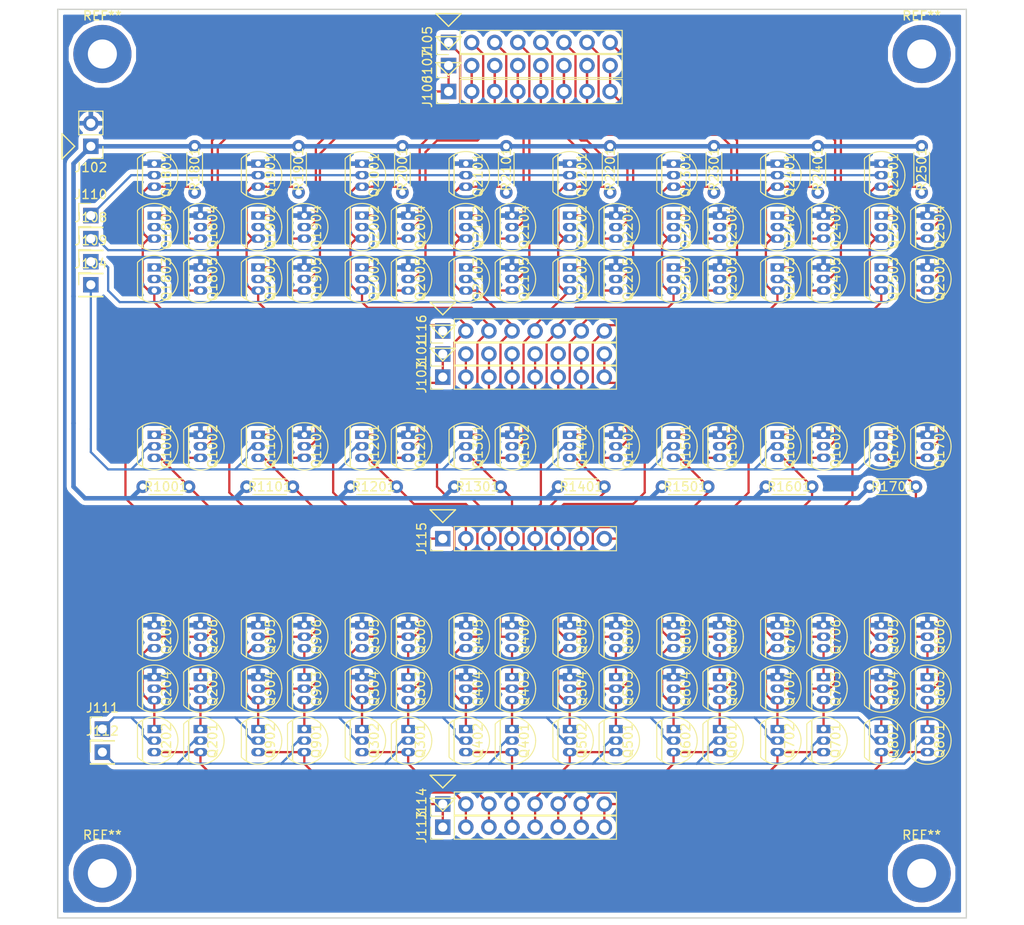
<source format=kicad_pcb>
(kicad_pcb (version 4) (host pcbnew 4.0.7-e2-6376~61~ubuntu18.04.1)
  (layers (0 F.Cu signal) (31 B.Cu signal) (34 B.Paste user) (35 F.Paste user) (36 B.SilkS user) (37 F.SilkS user) (38 B.Mask user) (39 F.Mask user) (44 Edge.Cuts user))
  (net 0 "")
  (net 1 /Asel0/A)
  (net 2 /Asel1/A)
  (net 3 /Asel2/A)
  (net 4 /Asel3/A)
  (net 5 /Asel4/A)
  (net 6 /Asel5/A)
  (net 7 /Asel6/A)
  (net 8 /Asel7/A)
  (net 9 VCC)
  (net 10 GND)
  (net 11 /Asel0/Aen)
  (net 12 /Bsel0/~B~)
  (net 13 /Bsel1/~B~)
  (net 14 /Bsel2/~B~)
  (net 15 /Bsel3/~B~)
  (net 16 /Bsel4/~B~)
  (net 17 /Bsel5/~B~)
  (net 18 /Bsel6/~B~)
  (net 19 /Bsel7/~B~)
  (net 20 /Bsel0/B)
  (net 21 /Bsel1/B)
  (net 22 /Bsel2/B)
  (net 23 /Bsel3/B)
  (net 24 /Bsel4/B)
  (net 25 /Bsel5/B)
  (net 26 /Bsel6/B)
  (net 27 /Bsel7/B)
  (net 28 /Bsel0/Ben)
  (net 29 /Bsel0/~B~en)
  (net 30 /Bsel0/1en)
  (net 31 /out0/AndSel)
  (net 32 /out0/OrSel)
  (net 33 /out0/Out)
  (net 34 /out1/Out)
  (net 35 /out2/Out)
  (net 36 /out3/Out)
  (net 37 /out4/Out)
  (net 38 /out5/Out)
  (net 39 /out6/Out)
  (net 40 /out7/Out)
  (net 41 "Net-(Q201-Pad1)")
  (net 42 "Net-(Q202-Pad1)")
  (net 43 /Asel0/Asel)
  (net 44 "Net-(Q203-Pad1)")
  (net 45 /Bsel0/Out)
  (net 46 "Net-(Q301-Pad1)")
  (net 47 "Net-(Q302-Pad1)")
  (net 48 /Asel2/Asel)
  (net 49 "Net-(Q303-Pad1)")
  (net 50 /Bsel2/Out)
  (net 51 "Net-(Q401-Pad1)")
  (net 52 "Net-(Q402-Pad1)")
  (net 53 /Asel3/Asel)
  (net 54 "Net-(Q403-Pad1)")
  (net 55 /Bsel3/Out)
  (net 56 "Net-(Q501-Pad1)")
  (net 57 "Net-(Q502-Pad1)")
  (net 58 /Asel4/Asel)
  (net 59 "Net-(Q503-Pad1)")
  (net 60 /Bsel4/Out)
  (net 61 "Net-(Q601-Pad1)")
  (net 62 "Net-(Q602-Pad1)")
  (net 63 /Asel5/Asel)
  (net 64 "Net-(Q603-Pad1)")
  (net 65 /Bsel5/Out)
  (net 66 "Net-(Q701-Pad1)")
  (net 67 "Net-(Q702-Pad1)")
  (net 68 /Asel6/Asel)
  (net 69 "Net-(Q703-Pad1)")
  (net 70 /Bsel6/Out)
  (net 71 "Net-(Q801-Pad1)")
  (net 72 "Net-(Q802-Pad1)")
  (net 73 /Asel7/Asel)
  (net 74 "Net-(Q803-Pad1)")
  (net 75 /Bsel7/Out)
  (net 76 "Net-(Q901-Pad1)")
  (net 77 "Net-(Q902-Pad1)")
  (net 78 /Asel1/Asel)
  (net 79 "Net-(Q903-Pad1)")
  (net 80 /Bsel1/Out)
  (net 81 "Net-(Q1001-Pad1)")
  (net 82 "Net-(Q1101-Pad1)")
  (net 83 "Net-(Q1201-Pad1)")
  (net 84 "Net-(Q1301-Pad1)")
  (net 85 "Net-(Q1401-Pad1)")
  (net 86 "Net-(Q1501-Pad1)")
  (net 87 "Net-(Q1601-Pad1)")
  (net 88 "Net-(Q1701-Pad1)")
  (net 89 "Net-(Q1802-Pad1)")
  (net 90 "Net-(Q1803-Pad1)")
  (net 91 "Net-(Q1902-Pad1)")
  (net 92 "Net-(Q1903-Pad1)")
  (net 93 "Net-(Q2002-Pad1)")
  (net 94 "Net-(Q2003-Pad1)")
  (net 95 "Net-(Q2102-Pad1)")
  (net 96 "Net-(Q2103-Pad1)")
  (net 97 "Net-(Q2202-Pad1)")
  (net 98 "Net-(Q2203-Pad1)")
  (net 99 "Net-(Q2302-Pad1)")
  (net 100 "Net-(Q2303-Pad1)")
  (net 101 "Net-(Q2402-Pad1)")
  (net 102 "Net-(Q2403-Pad1)")
  (net 103 "Net-(Q2502-Pad1)")
  (net 104 "Net-(Q2503-Pad1)")
  (module footprints:PH_1x8 (layer F.Cu) (at 83.82 53.34 90)
    (fp_text reference J101 (at 0 -2.33 90) (layer F.SilkS))
    (fp_text value Conn_01x08)
    (pad 1 thru_hole rect (at 0 0 90) (size 1.7 1.7) (drill 1) (layers *.Cu *.Mask) (net 1 /Asel0/A))
    (pad 2 thru_hole oval (at 0 2.54 90) (size 1.7 1.7) (drill 1) (layers *.Cu *.Mask) (net 2 /Asel1/A))
    (pad 3 thru_hole oval (at 0 5.08 90) (size 1.7 1.7) (drill 1) (layers *.Cu *.Mask) (net 3 /Asel2/A))
    (pad 4 thru_hole oval (at 0 7.62 90) (size 1.7 1.7) (drill 1) (layers *.Cu *.Mask) (net 4 /Asel3/A))
    (pad 5 thru_hole oval (at 0 10.16 90) (size 1.7 1.7) (drill 1) (layers *.Cu *.Mask) (net 5 /Asel4/A))
    (pad 6 thru_hole oval (at 0 12.7 90) (size 1.7 1.7) (drill 1) (layers *.Cu *.Mask) (net 6 /Asel5/A))
    (pad 7 thru_hole oval (at 0 15.24 90) (size 1.7 1.7) (drill 1) (layers *.Cu *.Mask) (net 7 /Asel6/A))
    (pad 8 thru_hole oval (at 0 17.78 90) (size 1.7 1.7) (drill 1) (layers *.Cu *.Mask) (net 8 /Asel7/A))
  )
  (module footprints:PH_1x2 (layer F.Cu) (at 45.085 30.48 180)
    (fp_text reference J102 (at 0 -2.33 180) (layer F.SilkS))
    (fp_text value Conn_01x02_Power)
    (pad 1 thru_hole rect (at 0 0 180) (size 1.7 1.7) (drill 1) (layers *.Cu *.Mask) (net 9 VCC))
    (pad 2 thru_hole oval (at 0 2.54 180) (size 1.7 1.7) (drill 1) (layers *.Cu *.Mask) (net 10 GND))
  )
  (module footprints:PH_1x8 (layer F.Cu) (at 83.82 55.88 90)
    (fp_text reference J103 (at 0 -2.33 90) (layer F.SilkS))
    (fp_text value Conn_01x08)
    (pad 1 thru_hole rect (at 0 0 90) (size 1.7 1.7) (drill 1) (layers *.Cu *.Mask) (net 1 /Asel0/A))
    (pad 2 thru_hole oval (at 0 2.54 90) (size 1.7 1.7) (drill 1) (layers *.Cu *.Mask) (net 2 /Asel1/A))
    (pad 3 thru_hole oval (at 0 5.08 90) (size 1.7 1.7) (drill 1) (layers *.Cu *.Mask) (net 3 /Asel2/A))
    (pad 4 thru_hole oval (at 0 7.62 90) (size 1.7 1.7) (drill 1) (layers *.Cu *.Mask) (net 4 /Asel3/A))
    (pad 5 thru_hole oval (at 0 10.16 90) (size 1.7 1.7) (drill 1) (layers *.Cu *.Mask) (net 5 /Asel4/A))
    (pad 6 thru_hole oval (at 0 12.7 90) (size 1.7 1.7) (drill 1) (layers *.Cu *.Mask) (net 6 /Asel5/A))
    (pad 7 thru_hole oval (at 0 15.24 90) (size 1.7 1.7) (drill 1) (layers *.Cu *.Mask) (net 7 /Asel6/A))
    (pad 8 thru_hole oval (at 0 17.78 90) (size 1.7 1.7) (drill 1) (layers *.Cu *.Mask) (net 8 /Asel7/A))
  )
  (module footprints:PH_1x1 (layer F.Cu) (at 45.085 45.72)
    (fp_text reference J104 (at 0 -2.33) (layer F.SilkS))
    (fp_text value Conn_01x01)
    (pad 1 thru_hole rect (at 0 0) (size 1.7 1.7) (drill 1) (layers *.Cu *.Mask) (net 11 /Asel0/Aen))
  )
  (module footprints:PH_1x8 (layer F.Cu) (at 84.455 19.05 90)
    (fp_text reference J105 (at 0 -2.33 90) (layer F.SilkS))
    (fp_text value Conn_01x08)
    (pad 1 thru_hole rect (at 0 0 90) (size 1.7 1.7) (drill 1) (layers *.Cu *.Mask) (net 12 /Bsel0/~B~))
    (pad 2 thru_hole oval (at 0 2.54 90) (size 1.7 1.7) (drill 1) (layers *.Cu *.Mask) (net 13 /Bsel1/~B~))
    (pad 3 thru_hole oval (at 0 5.08 90) (size 1.7 1.7) (drill 1) (layers *.Cu *.Mask) (net 14 /Bsel2/~B~))
    (pad 4 thru_hole oval (at 0 7.62 90) (size 1.7 1.7) (drill 1) (layers *.Cu *.Mask) (net 15 /Bsel3/~B~))
    (pad 5 thru_hole oval (at 0 10.16 90) (size 1.7 1.7) (drill 1) (layers *.Cu *.Mask) (net 16 /Bsel4/~B~))
    (pad 6 thru_hole oval (at 0 12.7 90) (size 1.7 1.7) (drill 1) (layers *.Cu *.Mask) (net 17 /Bsel5/~B~))
    (pad 7 thru_hole oval (at 0 15.24 90) (size 1.7 1.7) (drill 1) (layers *.Cu *.Mask) (net 18 /Bsel6/~B~))
    (pad 8 thru_hole oval (at 0 17.78 90) (size 1.7 1.7) (drill 1) (layers *.Cu *.Mask) (net 19 /Bsel7/~B~))
  )
  (module footprints:PH_1x8 (layer F.Cu) (at 84.455 24.4475 90)
    (fp_text reference J106 (at 0 -2.33 90) (layer F.SilkS))
    (fp_text value Conn_01x08)
    (pad 1 thru_hole rect (at 0 0 90) (size 1.7 1.7) (drill 1) (layers *.Cu *.Mask) (net 20 /Bsel0/B))
    (pad 2 thru_hole oval (at 0 2.54 90) (size 1.7 1.7) (drill 1) (layers *.Cu *.Mask) (net 21 /Bsel1/B))
    (pad 3 thru_hole oval (at 0 5.08 90) (size 1.7 1.7) (drill 1) (layers *.Cu *.Mask) (net 22 /Bsel2/B))
    (pad 4 thru_hole oval (at 0 7.62 90) (size 1.7 1.7) (drill 1) (layers *.Cu *.Mask) (net 23 /Bsel3/B))
    (pad 5 thru_hole oval (at 0 10.16 90) (size 1.7 1.7) (drill 1) (layers *.Cu *.Mask) (net 24 /Bsel4/B))
    (pad 6 thru_hole oval (at 0 12.7 90) (size 1.7 1.7) (drill 1) (layers *.Cu *.Mask) (net 25 /Bsel5/B))
    (pad 7 thru_hole oval (at 0 15.24 90) (size 1.7 1.7) (drill 1) (layers *.Cu *.Mask) (net 26 /Bsel6/B))
    (pad 8 thru_hole oval (at 0 17.78 90) (size 1.7 1.7) (drill 1) (layers *.Cu *.Mask) (net 27 /Bsel7/B))
  )
  (module footprints:PH_1x8 (layer F.Cu) (at 84.455 21.59 90)
    (fp_text reference J107 (at 0 -2.33 90) (layer F.SilkS))
    (fp_text value Conn_01x08)
    (pad 1 thru_hole rect (at 0 0 90) (size 1.7 1.7) (drill 1) (layers *.Cu *.Mask) (net 20 /Bsel0/B))
    (pad 2 thru_hole oval (at 0 2.54 90) (size 1.7 1.7) (drill 1) (layers *.Cu *.Mask) (net 21 /Bsel1/B))
    (pad 3 thru_hole oval (at 0 5.08 90) (size 1.7 1.7) (drill 1) (layers *.Cu *.Mask) (net 22 /Bsel2/B))
    (pad 4 thru_hole oval (at 0 7.62 90) (size 1.7 1.7) (drill 1) (layers *.Cu *.Mask) (net 23 /Bsel3/B))
    (pad 5 thru_hole oval (at 0 10.16 90) (size 1.7 1.7) (drill 1) (layers *.Cu *.Mask) (net 24 /Bsel4/B))
    (pad 6 thru_hole oval (at 0 12.7 90) (size 1.7 1.7) (drill 1) (layers *.Cu *.Mask) (net 25 /Bsel5/B))
    (pad 7 thru_hole oval (at 0 15.24 90) (size 1.7 1.7) (drill 1) (layers *.Cu *.Mask) (net 26 /Bsel6/B))
    (pad 8 thru_hole oval (at 0 17.78 90) (size 1.7 1.7) (drill 1) (layers *.Cu *.Mask) (net 27 /Bsel7/B))
  )
  (module footprints:PH_1x1 (layer F.Cu) (at 45.085 40.64)
    (fp_text reference J108 (at 0 -2.33) (layer F.SilkS))
    (fp_text value Conn_01x01)
    (pad 1 thru_hole rect (at 0 0) (size 1.7 1.7) (drill 1) (layers *.Cu *.Mask) (net 28 /Bsel0/Ben))
  )
  (module footprints:PH_1x1 (layer F.Cu) (at 45.085 43.18)
    (fp_text reference J109 (at 0 -2.33) (layer F.SilkS))
    (fp_text value Conn_01x01)
    (pad 1 thru_hole rect (at 0 0) (size 1.7 1.7) (drill 1) (layers *.Cu *.Mask) (net 29 /Bsel0/~B~en))
  )
  (module footprints:PH_1x1 (layer F.Cu) (at 45.085 38.1)
    (fp_text reference J110 (at 0 -2.33) (layer F.SilkS))
    (fp_text value Conn_01x01)
    (pad 1 thru_hole rect (at 0 0) (size 1.7 1.7) (drill 1) (layers *.Cu *.Mask) (net 30 /Bsel0/1en))
  )
  (module footprints:PH_1x1 (layer F.Cu) (at 46.355 94.615)
    (fp_text reference J111 (at 0 -2.33) (layer F.SilkS))
    (fp_text value Conn_01x01)
    (pad 1 thru_hole rect (at 0 0) (size 1.7 1.7) (drill 1) (layers *.Cu *.Mask) (net 31 /out0/AndSel))
  )
  (module footprints:PH_1x1 (layer F.Cu) (at 46.355 97.155)
    (fp_text reference J112 (at 0 -2.33) (layer F.SilkS))
    (fp_text value Conn_01x01)
    (pad 1 thru_hole rect (at 0 0) (size 1.7 1.7) (drill 1) (layers *.Cu *.Mask) (net 32 /out0/OrSel))
  )
  (module footprints:PH_1x8 (layer F.Cu) (at 83.82 105.41 90)
    (fp_text reference J113 (at 0 -2.33 90) (layer F.SilkS))
    (fp_text value Conn_01x08)
    (pad 1 thru_hole rect (at 0 0 90) (size 1.7 1.7) (drill 1) (layers *.Cu *.Mask) (net 33 /out0/Out))
    (pad 2 thru_hole oval (at 0 2.54 90) (size 1.7 1.7) (drill 1) (layers *.Cu *.Mask) (net 34 /out1/Out))
    (pad 3 thru_hole oval (at 0 5.08 90) (size 1.7 1.7) (drill 1) (layers *.Cu *.Mask) (net 35 /out2/Out))
    (pad 4 thru_hole oval (at 0 7.62 90) (size 1.7 1.7) (drill 1) (layers *.Cu *.Mask) (net 36 /out3/Out))
    (pad 5 thru_hole oval (at 0 10.16 90) (size 1.7 1.7) (drill 1) (layers *.Cu *.Mask) (net 37 /out4/Out))
    (pad 6 thru_hole oval (at 0 12.7 90) (size 1.7 1.7) (drill 1) (layers *.Cu *.Mask) (net 38 /out5/Out))
    (pad 7 thru_hole oval (at 0 15.24 90) (size 1.7 1.7) (drill 1) (layers *.Cu *.Mask) (net 39 /out6/Out))
    (pad 8 thru_hole oval (at 0 17.78 90) (size 1.7 1.7) (drill 1) (layers *.Cu *.Mask) (net 40 /out7/Out))
  )
  (module footprints:PH_1x8 (layer F.Cu) (at 83.82 102.87 90)
    (fp_text reference J114 (at 0 -2.33 90) (layer F.SilkS))
    (fp_text value Conn_01x08)
    (pad 1 thru_hole rect (at 0 0 90) (size 1.7 1.7) (drill 1) (layers *.Cu *.Mask) (net 33 /out0/Out))
    (pad 2 thru_hole oval (at 0 2.54 90) (size 1.7 1.7) (drill 1) (layers *.Cu *.Mask) (net 34 /out1/Out))
    (pad 3 thru_hole oval (at 0 5.08 90) (size 1.7 1.7) (drill 1) (layers *.Cu *.Mask) (net 35 /out2/Out))
    (pad 4 thru_hole oval (at 0 7.62 90) (size 1.7 1.7) (drill 1) (layers *.Cu *.Mask) (net 36 /out3/Out))
    (pad 5 thru_hole oval (at 0 10.16 90) (size 1.7 1.7) (drill 1) (layers *.Cu *.Mask) (net 37 /out4/Out))
    (pad 6 thru_hole oval (at 0 12.7 90) (size 1.7 1.7) (drill 1) (layers *.Cu *.Mask) (net 38 /out5/Out))
    (pad 7 thru_hole oval (at 0 15.24 90) (size 1.7 1.7) (drill 1) (layers *.Cu *.Mask) (net 39 /out6/Out))
    (pad 8 thru_hole oval (at 0 17.78 90) (size 1.7 1.7) (drill 1) (layers *.Cu *.Mask) (net 40 /out7/Out))
  )
  (module footprints:TO-92-FET (layer F.Cu) (at 57.15 94.615 270)
    (fp_text reference Q201 (at 1.27 -1.3335 270) (layer F.SilkS))
    (fp_text value 2N7000)
    (pad 2 thru_hole oval (at 1.27 0 90) (size 0.9 1.5) (drill 0.6) (layers *.Cu *.Mask) (net 32 /out0/OrSel))
    (pad 3 thru_hole oval (at 2.54 0 90) (size 0.9 1.5) (drill 0.6) (layers *.Cu *.Mask) (net 33 /out0/Out))
    (pad 1 thru_hole rect (at 0 0 90) (size 0.9 1.5) (drill 0.6) (layers *.Cu *.Mask) (net 41 "Net-(Q201-Pad1)"))
  )
  (module footprints:TO-92-FET (layer F.Cu) (at 52.07 94.615 270)
    (fp_text reference Q202 (at 1.27 -1.3335 270) (layer F.SilkS))
    (fp_text value 2N7000)
    (pad 2 thru_hole oval (at 1.27 0 90) (size 0.9 1.5) (drill 0.6) (layers *.Cu *.Mask) (net 31 /out0/AndSel))
    (pad 3 thru_hole oval (at 2.54 0 90) (size 0.9 1.5) (drill 0.6) (layers *.Cu *.Mask) (net 33 /out0/Out))
    (pad 1 thru_hole rect (at 0 0 90) (size 0.9 1.5) (drill 0.6) (layers *.Cu *.Mask) (net 42 "Net-(Q202-Pad1)"))
  )
  (module footprints:TO-92-FET (layer F.Cu) (at 57.15 88.9 270)
    (fp_text reference Q203 (at 1.27 -1.3335 270) (layer F.SilkS))
    (fp_text value 2N7000)
    (pad 2 thru_hole oval (at 1.27 0 90) (size 0.9 1.5) (drill 0.6) (layers *.Cu *.Mask) (net 43 /Asel0/Asel))
    (pad 3 thru_hole oval (at 2.54 0 90) (size 0.9 1.5) (drill 0.6) (layers *.Cu *.Mask) (net 41 "Net-(Q201-Pad1)"))
    (pad 1 thru_hole rect (at 0 0 90) (size 0.9 1.5) (drill 0.6) (layers *.Cu *.Mask) (net 44 "Net-(Q203-Pad1)"))
  )
  (module footprints:TO-92-FET (layer F.Cu) (at 52.07 88.9 270)
    (fp_text reference Q204 (at 1.27 -1.3335 270) (layer F.SilkS))
    (fp_text value 2N7000)
    (pad 2 thru_hole oval (at 1.27 0 90) (size 0.9 1.5) (drill 0.6) (layers *.Cu *.Mask) (net 43 /Asel0/Asel))
    (pad 3 thru_hole oval (at 2.54 0 90) (size 0.9 1.5) (drill 0.6) (layers *.Cu *.Mask) (net 42 "Net-(Q202-Pad1)"))
    (pad 1 thru_hole rect (at 0 0 90) (size 0.9 1.5) (drill 0.6) (layers *.Cu *.Mask) (net 10 GND))
  )
  (module footprints:TO-92-FET (layer F.Cu) (at 52.07 83.185 270)
    (fp_text reference Q205 (at 1.27 -1.3335 270) (layer F.SilkS))
    (fp_text value 2N7000)
    (pad 2 thru_hole oval (at 1.27 0 90) (size 0.9 1.5) (drill 0.6) (layers *.Cu *.Mask) (net 45 /Bsel0/Out))
    (pad 3 thru_hole oval (at 2.54 0 90) (size 0.9 1.5) (drill 0.6) (layers *.Cu *.Mask) (net 42 "Net-(Q202-Pad1)"))
    (pad 1 thru_hole rect (at 0 0 90) (size 0.9 1.5) (drill 0.6) (layers *.Cu *.Mask) (net 10 GND))
  )
  (module footprints:TO-92-FET (layer F.Cu) (at 57.15 83.185 270)
    (fp_text reference Q206 (at 1.27 -1.3335 270) (layer F.SilkS))
    (fp_text value 2N7000)
    (pad 2 thru_hole oval (at 1.27 0 90) (size 0.9 1.5) (drill 0.6) (layers *.Cu *.Mask) (net 45 /Bsel0/Out))
    (pad 3 thru_hole oval (at 2.54 0 90) (size 0.9 1.5) (drill 0.6) (layers *.Cu *.Mask) (net 44 "Net-(Q203-Pad1)"))
    (pad 1 thru_hole rect (at 0 0 90) (size 0.9 1.5) (drill 0.6) (layers *.Cu *.Mask) (net 10 GND))
  )
  (module footprints:TO-92-FET (layer F.Cu) (at 80.01 94.615 270)
    (fp_text reference Q301 (at 1.27 -1.3335 270) (layer F.SilkS))
    (fp_text value 2N7000)
    (pad 2 thru_hole oval (at 1.27 0 90) (size 0.9 1.5) (drill 0.6) (layers *.Cu *.Mask) (net 32 /out0/OrSel))
    (pad 3 thru_hole oval (at 2.54 0 90) (size 0.9 1.5) (drill 0.6) (layers *.Cu *.Mask) (net 35 /out2/Out))
    (pad 1 thru_hole rect (at 0 0 90) (size 0.9 1.5) (drill 0.6) (layers *.Cu *.Mask) (net 46 "Net-(Q301-Pad1)"))
  )
  (module footprints:TO-92-FET (layer F.Cu) (at 74.93 94.615 270)
    (fp_text reference Q302 (at 1.27 -1.3335 270) (layer F.SilkS))
    (fp_text value 2N7000)
    (pad 2 thru_hole oval (at 1.27 0 90) (size 0.9 1.5) (drill 0.6) (layers *.Cu *.Mask) (net 31 /out0/AndSel))
    (pad 3 thru_hole oval (at 2.54 0 90) (size 0.9 1.5) (drill 0.6) (layers *.Cu *.Mask) (net 35 /out2/Out))
    (pad 1 thru_hole rect (at 0 0 90) (size 0.9 1.5) (drill 0.6) (layers *.Cu *.Mask) (net 47 "Net-(Q302-Pad1)"))
  )
  (module footprints:TO-92-FET (layer F.Cu) (at 80.01 88.9 270)
    (fp_text reference Q303 (at 1.27 -1.3335 270) (layer F.SilkS))
    (fp_text value 2N7000)
    (pad 2 thru_hole oval (at 1.27 0 90) (size 0.9 1.5) (drill 0.6) (layers *.Cu *.Mask) (net 48 /Asel2/Asel))
    (pad 3 thru_hole oval (at 2.54 0 90) (size 0.9 1.5) (drill 0.6) (layers *.Cu *.Mask) (net 46 "Net-(Q301-Pad1)"))
    (pad 1 thru_hole rect (at 0 0 90) (size 0.9 1.5) (drill 0.6) (layers *.Cu *.Mask) (net 49 "Net-(Q303-Pad1)"))
  )
  (module footprints:TO-92-FET (layer F.Cu) (at 74.93 88.9 270)
    (fp_text reference Q304 (at 1.27 -1.3335 270) (layer F.SilkS))
    (fp_text value 2N7000)
    (pad 2 thru_hole oval (at 1.27 0 90) (size 0.9 1.5) (drill 0.6) (layers *.Cu *.Mask) (net 48 /Asel2/Asel))
    (pad 3 thru_hole oval (at 2.54 0 90) (size 0.9 1.5) (drill 0.6) (layers *.Cu *.Mask) (net 47 "Net-(Q302-Pad1)"))
    (pad 1 thru_hole rect (at 0 0 90) (size 0.9 1.5) (drill 0.6) (layers *.Cu *.Mask) (net 10 GND))
  )
  (module footprints:TO-92-FET (layer F.Cu) (at 74.93 83.185 270)
    (fp_text reference Q305 (at 1.27 -1.3335 270) (layer F.SilkS))
    (fp_text value 2N7000)
    (pad 2 thru_hole oval (at 1.27 0 90) (size 0.9 1.5) (drill 0.6) (layers *.Cu *.Mask) (net 50 /Bsel2/Out))
    (pad 3 thru_hole oval (at 2.54 0 90) (size 0.9 1.5) (drill 0.6) (layers *.Cu *.Mask) (net 47 "Net-(Q302-Pad1)"))
    (pad 1 thru_hole rect (at 0 0 90) (size 0.9 1.5) (drill 0.6) (layers *.Cu *.Mask) (net 10 GND))
  )
  (module footprints:TO-92-FET (layer F.Cu) (at 80.01 83.185 270)
    (fp_text reference Q306 (at 1.27 -1.3335 270) (layer F.SilkS))
    (fp_text value 2N7000)
    (pad 2 thru_hole oval (at 1.27 0 90) (size 0.9 1.5) (drill 0.6) (layers *.Cu *.Mask) (net 50 /Bsel2/Out))
    (pad 3 thru_hole oval (at 2.54 0 90) (size 0.9 1.5) (drill 0.6) (layers *.Cu *.Mask) (net 49 "Net-(Q303-Pad1)"))
    (pad 1 thru_hole rect (at 0 0 90) (size 0.9 1.5) (drill 0.6) (layers *.Cu *.Mask) (net 10 GND))
  )
  (module footprints:TO-92-FET (layer F.Cu) (at 91.44 94.615 270)
    (fp_text reference Q401 (at 1.27 -1.3335 270) (layer F.SilkS))
    (fp_text value 2N7000)
    (pad 2 thru_hole oval (at 1.27 0 90) (size 0.9 1.5) (drill 0.6) (layers *.Cu *.Mask) (net 32 /out0/OrSel))
    (pad 3 thru_hole oval (at 2.54 0 90) (size 0.9 1.5) (drill 0.6) (layers *.Cu *.Mask) (net 36 /out3/Out))
    (pad 1 thru_hole rect (at 0 0 90) (size 0.9 1.5) (drill 0.6) (layers *.Cu *.Mask) (net 51 "Net-(Q401-Pad1)"))
  )
  (module footprints:TO-92-FET (layer F.Cu) (at 86.36 94.615 270)
    (fp_text reference Q402 (at 1.27 -1.3335 270) (layer F.SilkS))
    (fp_text value 2N7000)
    (pad 2 thru_hole oval (at 1.27 0 90) (size 0.9 1.5) (drill 0.6) (layers *.Cu *.Mask) (net 31 /out0/AndSel))
    (pad 3 thru_hole oval (at 2.54 0 90) (size 0.9 1.5) (drill 0.6) (layers *.Cu *.Mask) (net 36 /out3/Out))
    (pad 1 thru_hole rect (at 0 0 90) (size 0.9 1.5) (drill 0.6) (layers *.Cu *.Mask) (net 52 "Net-(Q402-Pad1)"))
  )
  (module footprints:TO-92-FET (layer F.Cu) (at 91.44 88.9 270)
    (fp_text reference Q403 (at 1.27 -1.3335 270) (layer F.SilkS))
    (fp_text value 2N7000)
    (pad 2 thru_hole oval (at 1.27 0 90) (size 0.9 1.5) (drill 0.6) (layers *.Cu *.Mask) (net 53 /Asel3/Asel))
    (pad 3 thru_hole oval (at 2.54 0 90) (size 0.9 1.5) (drill 0.6) (layers *.Cu *.Mask) (net 51 "Net-(Q401-Pad1)"))
    (pad 1 thru_hole rect (at 0 0 90) (size 0.9 1.5) (drill 0.6) (layers *.Cu *.Mask) (net 54 "Net-(Q403-Pad1)"))
  )
  (module footprints:TO-92-FET (layer F.Cu) (at 86.36 88.9 270)
    (fp_text reference Q404 (at 1.27 -1.3335 270) (layer F.SilkS))
    (fp_text value 2N7000)
    (pad 2 thru_hole oval (at 1.27 0 90) (size 0.9 1.5) (drill 0.6) (layers *.Cu *.Mask) (net 53 /Asel3/Asel))
    (pad 3 thru_hole oval (at 2.54 0 90) (size 0.9 1.5) (drill 0.6) (layers *.Cu *.Mask) (net 52 "Net-(Q402-Pad1)"))
    (pad 1 thru_hole rect (at 0 0 90) (size 0.9 1.5) (drill 0.6) (layers *.Cu *.Mask) (net 10 GND))
  )
  (module footprints:TO-92-FET (layer F.Cu) (at 86.36 83.185 270)
    (fp_text reference Q405 (at 1.27 -1.3335 270) (layer F.SilkS))
    (fp_text value 2N7000)
    (pad 2 thru_hole oval (at 1.27 0 90) (size 0.9 1.5) (drill 0.6) (layers *.Cu *.Mask) (net 55 /Bsel3/Out))
    (pad 3 thru_hole oval (at 2.54 0 90) (size 0.9 1.5) (drill 0.6) (layers *.Cu *.Mask) (net 52 "Net-(Q402-Pad1)"))
    (pad 1 thru_hole rect (at 0 0 90) (size 0.9 1.5) (drill 0.6) (layers *.Cu *.Mask) (net 10 GND))
  )
  (module footprints:TO-92-FET (layer F.Cu) (at 91.44 83.185 270)
    (fp_text reference Q406 (at 1.27 -1.3335 270) (layer F.SilkS))
    (fp_text value 2N7000)
    (pad 2 thru_hole oval (at 1.27 0 90) (size 0.9 1.5) (drill 0.6) (layers *.Cu *.Mask) (net 55 /Bsel3/Out))
    (pad 3 thru_hole oval (at 2.54 0 90) (size 0.9 1.5) (drill 0.6) (layers *.Cu *.Mask) (net 54 "Net-(Q403-Pad1)"))
    (pad 1 thru_hole rect (at 0 0 90) (size 0.9 1.5) (drill 0.6) (layers *.Cu *.Mask) (net 10 GND))
  )
  (module footprints:TO-92-FET (layer F.Cu) (at 102.87 94.615 270)
    (fp_text reference Q501 (at 1.27 -1.3335 270) (layer F.SilkS))
    (fp_text value 2N7000)
    (pad 2 thru_hole oval (at 1.27 0 90) (size 0.9 1.5) (drill 0.6) (layers *.Cu *.Mask) (net 32 /out0/OrSel))
    (pad 3 thru_hole oval (at 2.54 0 90) (size 0.9 1.5) (drill 0.6) (layers *.Cu *.Mask) (net 37 /out4/Out))
    (pad 1 thru_hole rect (at 0 0 90) (size 0.9 1.5) (drill 0.6) (layers *.Cu *.Mask) (net 56 "Net-(Q501-Pad1)"))
  )
  (module footprints:TO-92-FET (layer F.Cu) (at 97.79 94.615 270)
    (fp_text reference Q502 (at 1.27 -1.3335 270) (layer F.SilkS))
    (fp_text value 2N7000)
    (pad 2 thru_hole oval (at 1.27 0 90) (size 0.9 1.5) (drill 0.6) (layers *.Cu *.Mask) (net 31 /out0/AndSel))
    (pad 3 thru_hole oval (at 2.54 0 90) (size 0.9 1.5) (drill 0.6) (layers *.Cu *.Mask) (net 37 /out4/Out))
    (pad 1 thru_hole rect (at 0 0 90) (size 0.9 1.5) (drill 0.6) (layers *.Cu *.Mask) (net 57 "Net-(Q502-Pad1)"))
  )
  (module footprints:TO-92-FET (layer F.Cu) (at 102.87 88.9 270)
    (fp_text reference Q503 (at 1.27 -1.3335 270) (layer F.SilkS))
    (fp_text value 2N7000)
    (pad 2 thru_hole oval (at 1.27 0 90) (size 0.9 1.5) (drill 0.6) (layers *.Cu *.Mask) (net 58 /Asel4/Asel))
    (pad 3 thru_hole oval (at 2.54 0 90) (size 0.9 1.5) (drill 0.6) (layers *.Cu *.Mask) (net 56 "Net-(Q501-Pad1)"))
    (pad 1 thru_hole rect (at 0 0 90) (size 0.9 1.5) (drill 0.6) (layers *.Cu *.Mask) (net 59 "Net-(Q503-Pad1)"))
  )
  (module footprints:TO-92-FET (layer F.Cu) (at 97.79 88.9 270)
    (fp_text reference Q504 (at 1.27 -1.3335 270) (layer F.SilkS))
    (fp_text value 2N7000)
    (pad 2 thru_hole oval (at 1.27 0 90) (size 0.9 1.5) (drill 0.6) (layers *.Cu *.Mask) (net 58 /Asel4/Asel))
    (pad 3 thru_hole oval (at 2.54 0 90) (size 0.9 1.5) (drill 0.6) (layers *.Cu *.Mask) (net 57 "Net-(Q502-Pad1)"))
    (pad 1 thru_hole rect (at 0 0 90) (size 0.9 1.5) (drill 0.6) (layers *.Cu *.Mask) (net 10 GND))
  )
  (module footprints:TO-92-FET (layer F.Cu) (at 97.79 83.185 270)
    (fp_text reference Q505 (at 1.27 -1.3335 270) (layer F.SilkS))
    (fp_text value 2N7000)
    (pad 2 thru_hole oval (at 1.27 0 90) (size 0.9 1.5) (drill 0.6) (layers *.Cu *.Mask) (net 60 /Bsel4/Out))
    (pad 3 thru_hole oval (at 2.54 0 90) (size 0.9 1.5) (drill 0.6) (layers *.Cu *.Mask) (net 57 "Net-(Q502-Pad1)"))
    (pad 1 thru_hole rect (at 0 0 90) (size 0.9 1.5) (drill 0.6) (layers *.Cu *.Mask) (net 10 GND))
  )
  (module footprints:TO-92-FET (layer F.Cu) (at 102.87 83.185 270)
    (fp_text reference Q506 (at 1.27 -1.3335 270) (layer F.SilkS))
    (fp_text value 2N7000)
    (pad 2 thru_hole oval (at 1.27 0 90) (size 0.9 1.5) (drill 0.6) (layers *.Cu *.Mask) (net 60 /Bsel4/Out))
    (pad 3 thru_hole oval (at 2.54 0 90) (size 0.9 1.5) (drill 0.6) (layers *.Cu *.Mask) (net 59 "Net-(Q503-Pad1)"))
    (pad 1 thru_hole rect (at 0 0 90) (size 0.9 1.5) (drill 0.6) (layers *.Cu *.Mask) (net 10 GND))
  )
  (module footprints:TO-92-FET (layer F.Cu) (at 114.3 94.615 270)
    (fp_text reference Q601 (at 1.27 -1.3335 270) (layer F.SilkS))
    (fp_text value 2N7000)
    (pad 2 thru_hole oval (at 1.27 0 90) (size 0.9 1.5) (drill 0.6) (layers *.Cu *.Mask) (net 32 /out0/OrSel))
    (pad 3 thru_hole oval (at 2.54 0 90) (size 0.9 1.5) (drill 0.6) (layers *.Cu *.Mask) (net 38 /out5/Out))
    (pad 1 thru_hole rect (at 0 0 90) (size 0.9 1.5) (drill 0.6) (layers *.Cu *.Mask) (net 61 "Net-(Q601-Pad1)"))
  )
  (module footprints:TO-92-FET (layer F.Cu) (at 109.22 94.615 270)
    (fp_text reference Q602 (at 1.27 -1.3335 270) (layer F.SilkS))
    (fp_text value 2N7000)
    (pad 2 thru_hole oval (at 1.27 0 90) (size 0.9 1.5) (drill 0.6) (layers *.Cu *.Mask) (net 31 /out0/AndSel))
    (pad 3 thru_hole oval (at 2.54 0 90) (size 0.9 1.5) (drill 0.6) (layers *.Cu *.Mask) (net 38 /out5/Out))
    (pad 1 thru_hole rect (at 0 0 90) (size 0.9 1.5) (drill 0.6) (layers *.Cu *.Mask) (net 62 "Net-(Q602-Pad1)"))
  )
  (module footprints:TO-92-FET (layer F.Cu) (at 114.3 88.9 270)
    (fp_text reference Q603 (at 1.27 -1.3335 270) (layer F.SilkS))
    (fp_text value 2N7000)
    (pad 2 thru_hole oval (at 1.27 0 90) (size 0.9 1.5) (drill 0.6) (layers *.Cu *.Mask) (net 63 /Asel5/Asel))
    (pad 3 thru_hole oval (at 2.54 0 90) (size 0.9 1.5) (drill 0.6) (layers *.Cu *.Mask) (net 61 "Net-(Q601-Pad1)"))
    (pad 1 thru_hole rect (at 0 0 90) (size 0.9 1.5) (drill 0.6) (layers *.Cu *.Mask) (net 64 "Net-(Q603-Pad1)"))
  )
  (module footprints:TO-92-FET (layer F.Cu) (at 109.22 88.9 270)
    (fp_text reference Q604 (at 1.27 -1.3335 270) (layer F.SilkS))
    (fp_text value 2N7000)
    (pad 2 thru_hole oval (at 1.27 0 90) (size 0.9 1.5) (drill 0.6) (layers *.Cu *.Mask) (net 63 /Asel5/Asel))
    (pad 3 thru_hole oval (at 2.54 0 90) (size 0.9 1.5) (drill 0.6) (layers *.Cu *.Mask) (net 62 "Net-(Q602-Pad1)"))
    (pad 1 thru_hole rect (at 0 0 90) (size 0.9 1.5) (drill 0.6) (layers *.Cu *.Mask) (net 10 GND))
  )
  (module footprints:TO-92-FET (layer F.Cu) (at 109.22 83.185 270)
    (fp_text reference Q605 (at 1.27 -1.3335 270) (layer F.SilkS))
    (fp_text value 2N7000)
    (pad 2 thru_hole oval (at 1.27 0 90) (size 0.9 1.5) (drill 0.6) (layers *.Cu *.Mask) (net 65 /Bsel5/Out))
    (pad 3 thru_hole oval (at 2.54 0 90) (size 0.9 1.5) (drill 0.6) (layers *.Cu *.Mask) (net 62 "Net-(Q602-Pad1)"))
    (pad 1 thru_hole rect (at 0 0 90) (size 0.9 1.5) (drill 0.6) (layers *.Cu *.Mask) (net 10 GND))
  )
  (module footprints:TO-92-FET (layer F.Cu) (at 114.3 83.185 270)
    (fp_text reference Q606 (at 1.27 -1.3335 270) (layer F.SilkS))
    (fp_text value 2N7000)
    (pad 2 thru_hole oval (at 1.27 0 90) (size 0.9 1.5) (drill 0.6) (layers *.Cu *.Mask) (net 65 /Bsel5/Out))
    (pad 3 thru_hole oval (at 2.54 0 90) (size 0.9 1.5) (drill 0.6) (layers *.Cu *.Mask) (net 64 "Net-(Q603-Pad1)"))
    (pad 1 thru_hole rect (at 0 0 90) (size 0.9 1.5) (drill 0.6) (layers *.Cu *.Mask) (net 10 GND))
  )
  (module footprints:TO-92-FET (layer F.Cu) (at 125.73 94.615 270)
    (fp_text reference Q701 (at 1.27 -1.3335 270) (layer F.SilkS))
    (fp_text value 2N7000)
    (pad 2 thru_hole oval (at 1.27 0 90) (size 0.9 1.5) (drill 0.6) (layers *.Cu *.Mask) (net 32 /out0/OrSel))
    (pad 3 thru_hole oval (at 2.54 0 90) (size 0.9 1.5) (drill 0.6) (layers *.Cu *.Mask) (net 39 /out6/Out))
    (pad 1 thru_hole rect (at 0 0 90) (size 0.9 1.5) (drill 0.6) (layers *.Cu *.Mask) (net 66 "Net-(Q701-Pad1)"))
  )
  (module footprints:TO-92-FET (layer F.Cu) (at 120.65 94.615 270)
    (fp_text reference Q702 (at 1.27 -1.3335 270) (layer F.SilkS))
    (fp_text value 2N7000)
    (pad 2 thru_hole oval (at 1.27 0 90) (size 0.9 1.5) (drill 0.6) (layers *.Cu *.Mask) (net 31 /out0/AndSel))
    (pad 3 thru_hole oval (at 2.54 0 90) (size 0.9 1.5) (drill 0.6) (layers *.Cu *.Mask) (net 39 /out6/Out))
    (pad 1 thru_hole rect (at 0 0 90) (size 0.9 1.5) (drill 0.6) (layers *.Cu *.Mask) (net 67 "Net-(Q702-Pad1)"))
  )
  (module footprints:TO-92-FET (layer F.Cu) (at 125.73 88.9 270)
    (fp_text reference Q703 (at 1.27 -1.3335 270) (layer F.SilkS))
    (fp_text value 2N7000)
    (pad 2 thru_hole oval (at 1.27 0 90) (size 0.9 1.5) (drill 0.6) (layers *.Cu *.Mask) (net 68 /Asel6/Asel))
    (pad 3 thru_hole oval (at 2.54 0 90) (size 0.9 1.5) (drill 0.6) (layers *.Cu *.Mask) (net 66 "Net-(Q701-Pad1)"))
    (pad 1 thru_hole rect (at 0 0 90) (size 0.9 1.5) (drill 0.6) (layers *.Cu *.Mask) (net 69 "Net-(Q703-Pad1)"))
  )
  (module footprints:TO-92-FET (layer F.Cu) (at 120.65 88.9 270)
    (fp_text reference Q704 (at 1.27 -1.3335 270) (layer F.SilkS))
    (fp_text value 2N7000)
    (pad 2 thru_hole oval (at 1.27 0 90) (size 0.9 1.5) (drill 0.6) (layers *.Cu *.Mask) (net 68 /Asel6/Asel))
    (pad 3 thru_hole oval (at 2.54 0 90) (size 0.9 1.5) (drill 0.6) (layers *.Cu *.Mask) (net 67 "Net-(Q702-Pad1)"))
    (pad 1 thru_hole rect (at 0 0 90) (size 0.9 1.5) (drill 0.6) (layers *.Cu *.Mask) (net 10 GND))
  )
  (module footprints:TO-92-FET (layer F.Cu) (at 120.65 83.185 270)
    (fp_text reference Q705 (at 1.27 -1.3335 270) (layer F.SilkS))
    (fp_text value 2N7000)
    (pad 2 thru_hole oval (at 1.27 0 90) (size 0.9 1.5) (drill 0.6) (layers *.Cu *.Mask) (net 70 /Bsel6/Out))
    (pad 3 thru_hole oval (at 2.54 0 90) (size 0.9 1.5) (drill 0.6) (layers *.Cu *.Mask) (net 67 "Net-(Q702-Pad1)"))
    (pad 1 thru_hole rect (at 0 0 90) (size 0.9 1.5) (drill 0.6) (layers *.Cu *.Mask) (net 10 GND))
  )
  (module footprints:TO-92-FET (layer F.Cu) (at 125.73 83.185 270)
    (fp_text reference Q706 (at 1.27 -1.3335 270) (layer F.SilkS))
    (fp_text value 2N7000)
    (pad 2 thru_hole oval (at 1.27 0 90) (size 0.9 1.5) (drill 0.6) (layers *.Cu *.Mask) (net 70 /Bsel6/Out))
    (pad 3 thru_hole oval (at 2.54 0 90) (size 0.9 1.5) (drill 0.6) (layers *.Cu *.Mask) (net 69 "Net-(Q703-Pad1)"))
    (pad 1 thru_hole rect (at 0 0 90) (size 0.9 1.5) (drill 0.6) (layers *.Cu *.Mask) (net 10 GND))
  )
  (module footprints:TO-92-FET (layer F.Cu) (at 137.16 94.615 270)
    (fp_text reference Q801 (at 1.27 -1.3335 270) (layer F.SilkS))
    (fp_text value 2N7000)
    (pad 2 thru_hole oval (at 1.27 0 90) (size 0.9 1.5) (drill 0.6) (layers *.Cu *.Mask) (net 32 /out0/OrSel))
    (pad 3 thru_hole oval (at 2.54 0 90) (size 0.9 1.5) (drill 0.6) (layers *.Cu *.Mask) (net 40 /out7/Out))
    (pad 1 thru_hole rect (at 0 0 90) (size 0.9 1.5) (drill 0.6) (layers *.Cu *.Mask) (net 71 "Net-(Q801-Pad1)"))
  )
  (module footprints:TO-92-FET (layer F.Cu) (at 132.08 94.615 270)
    (fp_text reference Q802 (at 1.27 -1.3335 270) (layer F.SilkS))
    (fp_text value 2N7000)
    (pad 2 thru_hole oval (at 1.27 0 90) (size 0.9 1.5) (drill 0.6) (layers *.Cu *.Mask) (net 31 /out0/AndSel))
    (pad 3 thru_hole oval (at 2.54 0 90) (size 0.9 1.5) (drill 0.6) (layers *.Cu *.Mask) (net 40 /out7/Out))
    (pad 1 thru_hole rect (at 0 0 90) (size 0.9 1.5) (drill 0.6) (layers *.Cu *.Mask) (net 72 "Net-(Q802-Pad1)"))
  )
  (module footprints:TO-92-FET (layer F.Cu) (at 137.16 88.9 270)
    (fp_text reference Q803 (at 1.27 -1.3335 270) (layer F.SilkS))
    (fp_text value 2N7000)
    (pad 2 thru_hole oval (at 1.27 0 90) (size 0.9 1.5) (drill 0.6) (layers *.Cu *.Mask) (net 73 /Asel7/Asel))
    (pad 3 thru_hole oval (at 2.54 0 90) (size 0.9 1.5) (drill 0.6) (layers *.Cu *.Mask) (net 71 "Net-(Q801-Pad1)"))
    (pad 1 thru_hole rect (at 0 0 90) (size 0.9 1.5) (drill 0.6) (layers *.Cu *.Mask) (net 74 "Net-(Q803-Pad1)"))
  )
  (module footprints:TO-92-FET (layer F.Cu) (at 132.08 88.9 270)
    (fp_text reference Q804 (at 1.27 -1.3335 270) (layer F.SilkS))
    (fp_text value 2N7000)
    (pad 2 thru_hole oval (at 1.27 0 90) (size 0.9 1.5) (drill 0.6) (layers *.Cu *.Mask) (net 73 /Asel7/Asel))
    (pad 3 thru_hole oval (at 2.54 0 90) (size 0.9 1.5) (drill 0.6) (layers *.Cu *.Mask) (net 72 "Net-(Q802-Pad1)"))
    (pad 1 thru_hole rect (at 0 0 90) (size 0.9 1.5) (drill 0.6) (layers *.Cu *.Mask) (net 10 GND))
  )
  (module footprints:TO-92-FET (layer F.Cu) (at 132.08 83.185 270)
    (fp_text reference Q805 (at 1.27 -1.3335 270) (layer F.SilkS))
    (fp_text value 2N7000)
    (pad 2 thru_hole oval (at 1.27 0 90) (size 0.9 1.5) (drill 0.6) (layers *.Cu *.Mask) (net 75 /Bsel7/Out))
    (pad 3 thru_hole oval (at 2.54 0 90) (size 0.9 1.5) (drill 0.6) (layers *.Cu *.Mask) (net 72 "Net-(Q802-Pad1)"))
    (pad 1 thru_hole rect (at 0 0 90) (size 0.9 1.5) (drill 0.6) (layers *.Cu *.Mask) (net 10 GND))
  )
  (module footprints:TO-92-FET (layer F.Cu) (at 137.16 83.185 270)
    (fp_text reference Q806 (at 1.27 -1.3335 270) (layer F.SilkS))
    (fp_text value 2N7000)
    (pad 2 thru_hole oval (at 1.27 0 90) (size 0.9 1.5) (drill 0.6) (layers *.Cu *.Mask) (net 75 /Bsel7/Out))
    (pad 3 thru_hole oval (at 2.54 0 90) (size 0.9 1.5) (drill 0.6) (layers *.Cu *.Mask) (net 74 "Net-(Q803-Pad1)"))
    (pad 1 thru_hole rect (at 0 0 90) (size 0.9 1.5) (drill 0.6) (layers *.Cu *.Mask) (net 10 GND))
  )
  (module footprints:TO-92-FET (layer F.Cu) (at 68.58 94.615 270)
    (fp_text reference Q901 (at 1.27 -1.3335 270) (layer F.SilkS))
    (fp_text value 2N7000)
    (pad 2 thru_hole oval (at 1.27 0 90) (size 0.9 1.5) (drill 0.6) (layers *.Cu *.Mask) (net 32 /out0/OrSel))
    (pad 3 thru_hole oval (at 2.54 0 90) (size 0.9 1.5) (drill 0.6) (layers *.Cu *.Mask) (net 34 /out1/Out))
    (pad 1 thru_hole rect (at 0 0 90) (size 0.9 1.5) (drill 0.6) (layers *.Cu *.Mask) (net 76 "Net-(Q901-Pad1)"))
  )
  (module footprints:TO-92-FET (layer F.Cu) (at 63.5 94.615 270)
    (fp_text reference Q902 (at 1.27 -1.3335 270) (layer F.SilkS))
    (fp_text value 2N7000)
    (pad 2 thru_hole oval (at 1.27 0 90) (size 0.9 1.5) (drill 0.6) (layers *.Cu *.Mask) (net 31 /out0/AndSel))
    (pad 3 thru_hole oval (at 2.54 0 90) (size 0.9 1.5) (drill 0.6) (layers *.Cu *.Mask) (net 34 /out1/Out))
    (pad 1 thru_hole rect (at 0 0 90) (size 0.9 1.5) (drill 0.6) (layers *.Cu *.Mask) (net 77 "Net-(Q902-Pad1)"))
  )
  (module footprints:TO-92-FET (layer F.Cu) (at 68.58 88.9 270)
    (fp_text reference Q903 (at 1.27 -1.3335 270) (layer F.SilkS))
    (fp_text value 2N7000)
    (pad 2 thru_hole oval (at 1.27 0 90) (size 0.9 1.5) (drill 0.6) (layers *.Cu *.Mask) (net 78 /Asel1/Asel))
    (pad 3 thru_hole oval (at 2.54 0 90) (size 0.9 1.5) (drill 0.6) (layers *.Cu *.Mask) (net 76 "Net-(Q901-Pad1)"))
    (pad 1 thru_hole rect (at 0 0 90) (size 0.9 1.5) (drill 0.6) (layers *.Cu *.Mask) (net 79 "Net-(Q903-Pad1)"))
  )
  (module footprints:TO-92-FET (layer F.Cu) (at 63.5 88.9 270)
    (fp_text reference Q904 (at 1.27 -1.3335 270) (layer F.SilkS))
    (fp_text value 2N7000)
    (pad 2 thru_hole oval (at 1.27 0 90) (size 0.9 1.5) (drill 0.6) (layers *.Cu *.Mask) (net 78 /Asel1/Asel))
    (pad 3 thru_hole oval (at 2.54 0 90) (size 0.9 1.5) (drill 0.6) (layers *.Cu *.Mask) (net 77 "Net-(Q902-Pad1)"))
    (pad 1 thru_hole rect (at 0 0 90) (size 0.9 1.5) (drill 0.6) (layers *.Cu *.Mask) (net 10 GND))
  )
  (module footprints:TO-92-FET (layer F.Cu) (at 63.5 83.185 270)
    (fp_text reference Q905 (at 1.27 -1.3335 270) (layer F.SilkS))
    (fp_text value 2N7000)
    (pad 2 thru_hole oval (at 1.27 0 90) (size 0.9 1.5) (drill 0.6) (layers *.Cu *.Mask) (net 80 /Bsel1/Out))
    (pad 3 thru_hole oval (at 2.54 0 90) (size 0.9 1.5) (drill 0.6) (layers *.Cu *.Mask) (net 77 "Net-(Q902-Pad1)"))
    (pad 1 thru_hole rect (at 0 0 90) (size 0.9 1.5) (drill 0.6) (layers *.Cu *.Mask) (net 10 GND))
  )
  (module footprints:TO-92-FET (layer F.Cu) (at 68.58 83.185 270)
    (fp_text reference Q906 (at 1.27 -1.3335 270) (layer F.SilkS))
    (fp_text value 2N7000)
    (pad 2 thru_hole oval (at 1.27 0 90) (size 0.9 1.5) (drill 0.6) (layers *.Cu *.Mask) (net 80 /Bsel1/Out))
    (pad 3 thru_hole oval (at 2.54 0 90) (size 0.9 1.5) (drill 0.6) (layers *.Cu *.Mask) (net 79 "Net-(Q903-Pad1)"))
    (pad 1 thru_hole rect (at 0 0 90) (size 0.9 1.5) (drill 0.6) (layers *.Cu *.Mask) (net 10 GND))
  )
  (module footprints:TO-92-FET (layer F.Cu) (at 52.07 62.23 270)
    (fp_text reference Q1001 (at 1.27 -1.3335 270) (layer F.SilkS))
    (fp_text value 2N7000)
    (pad 2 thru_hole oval (at 1.27 0 90) (size 0.9 1.5) (drill 0.6) (layers *.Cu *.Mask) (net 11 /Asel0/Aen))
    (pad 3 thru_hole oval (at 2.54 0 90) (size 0.9 1.5) (drill 0.6) (layers *.Cu *.Mask) (net 43 /Asel0/Asel))
    (pad 1 thru_hole rect (at 0 0 90) (size 0.9 1.5) (drill 0.6) (layers *.Cu *.Mask) (net 81 "Net-(Q1001-Pad1)"))
  )
  (module footprints:TO-92-FET (layer F.Cu) (at 57.15 62.23 270)
    (fp_text reference Q1002 (at 1.27 -1.3335 270) (layer F.SilkS))
    (fp_text value 2N7000)
    (pad 2 thru_hole oval (at 1.27 0 90) (size 0.9 1.5) (drill 0.6) (layers *.Cu *.Mask) (net 1 /Asel0/A))
    (pad 3 thru_hole oval (at 2.54 0 90) (size 0.9 1.5) (drill 0.6) (layers *.Cu *.Mask) (net 81 "Net-(Q1001-Pad1)"))
    (pad 1 thru_hole rect (at 0 0 90) (size 0.9 1.5) (drill 0.6) (layers *.Cu *.Mask) (net 10 GND))
  )
  (module footprints:TO-92-FET (layer F.Cu) (at 63.5 62.23 270)
    (fp_text reference Q1101 (at 1.27 -1.3335 270) (layer F.SilkS))
    (fp_text value 2N7000)
    (pad 2 thru_hole oval (at 1.27 0 90) (size 0.9 1.5) (drill 0.6) (layers *.Cu *.Mask) (net 11 /Asel0/Aen))
    (pad 3 thru_hole oval (at 2.54 0 90) (size 0.9 1.5) (drill 0.6) (layers *.Cu *.Mask) (net 78 /Asel1/Asel))
    (pad 1 thru_hole rect (at 0 0 90) (size 0.9 1.5) (drill 0.6) (layers *.Cu *.Mask) (net 82 "Net-(Q1101-Pad1)"))
  )
  (module footprints:TO-92-FET (layer F.Cu) (at 68.58 62.23 270)
    (fp_text reference Q1102 (at 1.27 -1.3335 270) (layer F.SilkS))
    (fp_text value 2N7000)
    (pad 2 thru_hole oval (at 1.27 0 90) (size 0.9 1.5) (drill 0.6) (layers *.Cu *.Mask) (net 2 /Asel1/A))
    (pad 3 thru_hole oval (at 2.54 0 90) (size 0.9 1.5) (drill 0.6) (layers *.Cu *.Mask) (net 82 "Net-(Q1101-Pad1)"))
    (pad 1 thru_hole rect (at 0 0 90) (size 0.9 1.5) (drill 0.6) (layers *.Cu *.Mask) (net 10 GND))
  )
  (module footprints:TO-92-FET (layer F.Cu) (at 74.93 62.23 270)
    (fp_text reference Q1201 (at 1.27 -1.3335 270) (layer F.SilkS))
    (fp_text value 2N7000)
    (pad 2 thru_hole oval (at 1.27 0 90) (size 0.9 1.5) (drill 0.6) (layers *.Cu *.Mask) (net 11 /Asel0/Aen))
    (pad 3 thru_hole oval (at 2.54 0 90) (size 0.9 1.5) (drill 0.6) (layers *.Cu *.Mask) (net 48 /Asel2/Asel))
    (pad 1 thru_hole rect (at 0 0 90) (size 0.9 1.5) (drill 0.6) (layers *.Cu *.Mask) (net 83 "Net-(Q1201-Pad1)"))
  )
  (module footprints:TO-92-FET (layer F.Cu) (at 80.01 62.23 270)
    (fp_text reference Q1202 (at 1.27 -1.3335 270) (layer F.SilkS))
    (fp_text value 2N7000)
    (pad 2 thru_hole oval (at 1.27 0 90) (size 0.9 1.5) (drill 0.6) (layers *.Cu *.Mask) (net 3 /Asel2/A))
    (pad 3 thru_hole oval (at 2.54 0 90) (size 0.9 1.5) (drill 0.6) (layers *.Cu *.Mask) (net 83 "Net-(Q1201-Pad1)"))
    (pad 1 thru_hole rect (at 0 0 90) (size 0.9 1.5) (drill 0.6) (layers *.Cu *.Mask) (net 10 GND))
  )
  (module footprints:TO-92-FET (layer F.Cu) (at 86.36 62.23 270)
    (fp_text reference Q1301 (at 1.27 -1.3335 270) (layer F.SilkS))
    (fp_text value 2N7000)
    (pad 2 thru_hole oval (at 1.27 0 90) (size 0.9 1.5) (drill 0.6) (layers *.Cu *.Mask) (net 11 /Asel0/Aen))
    (pad 3 thru_hole oval (at 2.54 0 90) (size 0.9 1.5) (drill 0.6) (layers *.Cu *.Mask) (net 53 /Asel3/Asel))
    (pad 1 thru_hole rect (at 0 0 90) (size 0.9 1.5) (drill 0.6) (layers *.Cu *.Mask) (net 84 "Net-(Q1301-Pad1)"))
  )
  (module footprints:TO-92-FET (layer F.Cu) (at 91.44 62.23 270)
    (fp_text reference Q1302 (at 1.27 -1.3335 270) (layer F.SilkS))
    (fp_text value 2N7000)
    (pad 2 thru_hole oval (at 1.27 0 90) (size 0.9 1.5) (drill 0.6) (layers *.Cu *.Mask) (net 4 /Asel3/A))
    (pad 3 thru_hole oval (at 2.54 0 90) (size 0.9 1.5) (drill 0.6) (layers *.Cu *.Mask) (net 84 "Net-(Q1301-Pad1)"))
    (pad 1 thru_hole rect (at 0 0 90) (size 0.9 1.5) (drill 0.6) (layers *.Cu *.Mask) (net 10 GND))
  )
  (module footprints:TO-92-FET (layer F.Cu) (at 97.79 62.23 270)
    (fp_text reference Q1401 (at 1.27 -1.3335 270) (layer F.SilkS))
    (fp_text value 2N7000)
    (pad 2 thru_hole oval (at 1.27 0 90) (size 0.9 1.5) (drill 0.6) (layers *.Cu *.Mask) (net 11 /Asel0/Aen))
    (pad 3 thru_hole oval (at 2.54 0 90) (size 0.9 1.5) (drill 0.6) (layers *.Cu *.Mask) (net 58 /Asel4/Asel))
    (pad 1 thru_hole rect (at 0 0 90) (size 0.9 1.5) (drill 0.6) (layers *.Cu *.Mask) (net 85 "Net-(Q1401-Pad1)"))
  )
  (module footprints:TO-92-FET (layer F.Cu) (at 102.87 62.23 270)
    (fp_text reference Q1402 (at 1.27 -1.3335 270) (layer F.SilkS))
    (fp_text value 2N7000)
    (pad 2 thru_hole oval (at 1.27 0 90) (size 0.9 1.5) (drill 0.6) (layers *.Cu *.Mask) (net 5 /Asel4/A))
    (pad 3 thru_hole oval (at 2.54 0 90) (size 0.9 1.5) (drill 0.6) (layers *.Cu *.Mask) (net 85 "Net-(Q1401-Pad1)"))
    (pad 1 thru_hole rect (at 0 0 90) (size 0.9 1.5) (drill 0.6) (layers *.Cu *.Mask) (net 10 GND))
  )
  (module footprints:TO-92-FET (layer F.Cu) (at 109.22 62.23 270)
    (fp_text reference Q1501 (at 1.27 -1.3335 270) (layer F.SilkS))
    (fp_text value 2N7000)
    (pad 2 thru_hole oval (at 1.27 0 90) (size 0.9 1.5) (drill 0.6) (layers *.Cu *.Mask) (net 11 /Asel0/Aen))
    (pad 3 thru_hole oval (at 2.54 0 90) (size 0.9 1.5) (drill 0.6) (layers *.Cu *.Mask) (net 63 /Asel5/Asel))
    (pad 1 thru_hole rect (at 0 0 90) (size 0.9 1.5) (drill 0.6) (layers *.Cu *.Mask) (net 86 "Net-(Q1501-Pad1)"))
  )
  (module footprints:TO-92-FET (layer F.Cu) (at 114.3 62.23 270)
    (fp_text reference Q1502 (at 1.27 -1.3335 270) (layer F.SilkS))
    (fp_text value 2N7000)
    (pad 2 thru_hole oval (at 1.27 0 90) (size 0.9 1.5) (drill 0.6) (layers *.Cu *.Mask) (net 6 /Asel5/A))
    (pad 3 thru_hole oval (at 2.54 0 90) (size 0.9 1.5) (drill 0.6) (layers *.Cu *.Mask) (net 86 "Net-(Q1501-Pad1)"))
    (pad 1 thru_hole rect (at 0 0 90) (size 0.9 1.5) (drill 0.6) (layers *.Cu *.Mask) (net 10 GND))
  )
  (module footprints:TO-92-FET (layer F.Cu) (at 120.65 62.23 270)
    (fp_text reference Q1601 (at 1.27 -1.3335 270) (layer F.SilkS))
    (fp_text value 2N7000)
    (pad 2 thru_hole oval (at 1.27 0 90) (size 0.9 1.5) (drill 0.6) (layers *.Cu *.Mask) (net 11 /Asel0/Aen))
    (pad 3 thru_hole oval (at 2.54 0 90) (size 0.9 1.5) (drill 0.6) (layers *.Cu *.Mask) (net 68 /Asel6/Asel))
    (pad 1 thru_hole rect (at 0 0 90) (size 0.9 1.5) (drill 0.6) (layers *.Cu *.Mask) (net 87 "Net-(Q1601-Pad1)"))
  )
  (module footprints:TO-92-FET (layer F.Cu) (at 125.73 62.23 270)
    (fp_text reference Q1602 (at 1.27 -1.3335 270) (layer F.SilkS))
    (fp_text value 2N7000)
    (pad 2 thru_hole oval (at 1.27 0 90) (size 0.9 1.5) (drill 0.6) (layers *.Cu *.Mask) (net 7 /Asel6/A))
    (pad 3 thru_hole oval (at 2.54 0 90) (size 0.9 1.5) (drill 0.6) (layers *.Cu *.Mask) (net 87 "Net-(Q1601-Pad1)"))
    (pad 1 thru_hole rect (at 0 0 90) (size 0.9 1.5) (drill 0.6) (layers *.Cu *.Mask) (net 10 GND))
  )
  (module footprints:TO-92-FET (layer F.Cu) (at 132.08 62.23 270)
    (fp_text reference Q1701 (at 1.27 -1.3335 270) (layer F.SilkS))
    (fp_text value 2N7000)
    (pad 2 thru_hole oval (at 1.27 0 90) (size 0.9 1.5) (drill 0.6) (layers *.Cu *.Mask) (net 11 /Asel0/Aen))
    (pad 3 thru_hole oval (at 2.54 0 90) (size 0.9 1.5) (drill 0.6) (layers *.Cu *.Mask) (net 73 /Asel7/Asel))
    (pad 1 thru_hole rect (at 0 0 90) (size 0.9 1.5) (drill 0.6) (layers *.Cu *.Mask) (net 88 "Net-(Q1701-Pad1)"))
  )
  (module footprints:TO-92-FET (layer F.Cu) (at 137.16 62.23 270)
    (fp_text reference Q1702 (at 1.27 -1.3335 270) (layer F.SilkS))
    (fp_text value 2N7000)
    (pad 2 thru_hole oval (at 1.27 0 90) (size 0.9 1.5) (drill 0.6) (layers *.Cu *.Mask) (net 8 /Asel7/A))
    (pad 3 thru_hole oval (at 2.54 0 90) (size 0.9 1.5) (drill 0.6) (layers *.Cu *.Mask) (net 88 "Net-(Q1701-Pad1)"))
    (pad 1 thru_hole rect (at 0 0 90) (size 0.9 1.5) (drill 0.6) (layers *.Cu *.Mask) (net 10 GND))
  )
  (module footprints:TO-92-FET (layer F.Cu) (at 52.07 32.385 270)
    (fp_text reference Q1801 (at 1.27 -1.3335 270) (layer F.SilkS))
    (fp_text value 2N7000)
    (pad 2 thru_hole oval (at 1.27 0 90) (size 0.9 1.5) (drill 0.6) (layers *.Cu *.Mask) (net 30 /Bsel0/1en))
    (pad 3 thru_hole oval (at 2.54 0 90) (size 0.9 1.5) (drill 0.6) (layers *.Cu *.Mask) (net 45 /Bsel0/Out))
    (pad 1 thru_hole rect (at 0 0 90) (size 0.9 1.5) (drill 0.6) (layers *.Cu *.Mask) (net 10 GND))
  )
  (module footprints:TO-92-FET (layer F.Cu) (at 52.07 38.1 270)
    (fp_text reference Q1802 (at 1.27 -1.3335 270) (layer F.SilkS))
    (fp_text value 2N7000)
    (pad 2 thru_hole oval (at 1.27 0 90) (size 0.9 1.5) (drill 0.6) (layers *.Cu *.Mask) (net 28 /Bsel0/Ben))
    (pad 3 thru_hole oval (at 2.54 0 90) (size 0.9 1.5) (drill 0.6) (layers *.Cu *.Mask) (net 45 /Bsel0/Out))
    (pad 1 thru_hole rect (at 0 0 90) (size 0.9 1.5) (drill 0.6) (layers *.Cu *.Mask) (net 89 "Net-(Q1802-Pad1)"))
  )
  (module footprints:TO-92-FET (layer F.Cu) (at 52.07 43.815 270)
    (fp_text reference Q1803 (at 1.27 -1.3335 270) (layer F.SilkS))
    (fp_text value 2N7000)
    (pad 2 thru_hole oval (at 1.27 0 90) (size 0.9 1.5) (drill 0.6) (layers *.Cu *.Mask) (net 29 /Bsel0/~B~en))
    (pad 3 thru_hole oval (at 2.54 0 90) (size 0.9 1.5) (drill 0.6) (layers *.Cu *.Mask) (net 45 /Bsel0/Out))
    (pad 1 thru_hole rect (at 0 0 90) (size 0.9 1.5) (drill 0.6) (layers *.Cu *.Mask) (net 90 "Net-(Q1803-Pad1)"))
  )
  (module footprints:TO-92-FET (layer F.Cu) (at 57.15 38.1 270)
    (fp_text reference Q1804 (at 1.27 -1.3335 270) (layer F.SilkS))
    (fp_text value 2N7000)
    (pad 2 thru_hole oval (at 1.27 0 90) (size 0.9 1.5) (drill 0.6) (layers *.Cu *.Mask) (net 20 /Bsel0/B))
    (pad 3 thru_hole oval (at 2.54 0 90) (size 0.9 1.5) (drill 0.6) (layers *.Cu *.Mask) (net 89 "Net-(Q1802-Pad1)"))
    (pad 1 thru_hole rect (at 0 0 90) (size 0.9 1.5) (drill 0.6) (layers *.Cu *.Mask) (net 10 GND))
  )
  (module footprints:TO-92-FET (layer F.Cu) (at 57.15 43.815 270)
    (fp_text reference Q1805 (at 1.27 -1.3335 270) (layer F.SilkS))
    (fp_text value 2N7000)
    (pad 2 thru_hole oval (at 1.27 0 90) (size 0.9 1.5) (drill 0.6) (layers *.Cu *.Mask) (net 12 /Bsel0/~B~))
    (pad 3 thru_hole oval (at 2.54 0 90) (size 0.9 1.5) (drill 0.6) (layers *.Cu *.Mask) (net 90 "Net-(Q1803-Pad1)"))
    (pad 1 thru_hole rect (at 0 0 90) (size 0.9 1.5) (drill 0.6) (layers *.Cu *.Mask) (net 10 GND))
  )
  (module footprints:TO-92-FET (layer F.Cu) (at 63.5 32.385 270)
    (fp_text reference Q1901 (at 1.27 -1.3335 270) (layer F.SilkS))
    (fp_text value 2N7000)
    (pad 2 thru_hole oval (at 1.27 0 90) (size 0.9 1.5) (drill 0.6) (layers *.Cu *.Mask) (net 30 /Bsel0/1en))
    (pad 3 thru_hole oval (at 2.54 0 90) (size 0.9 1.5) (drill 0.6) (layers *.Cu *.Mask) (net 80 /Bsel1/Out))
    (pad 1 thru_hole rect (at 0 0 90) (size 0.9 1.5) (drill 0.6) (layers *.Cu *.Mask) (net 10 GND))
  )
  (module footprints:TO-92-FET (layer F.Cu) (at 63.5 38.1 270)
    (fp_text reference Q1902 (at 1.27 -1.3335 270) (layer F.SilkS))
    (fp_text value 2N7000)
    (pad 2 thru_hole oval (at 1.27 0 90) (size 0.9 1.5) (drill 0.6) (layers *.Cu *.Mask) (net 28 /Bsel0/Ben))
    (pad 3 thru_hole oval (at 2.54 0 90) (size 0.9 1.5) (drill 0.6) (layers *.Cu *.Mask) (net 80 /Bsel1/Out))
    (pad 1 thru_hole rect (at 0 0 90) (size 0.9 1.5) (drill 0.6) (layers *.Cu *.Mask) (net 91 "Net-(Q1902-Pad1)"))
  )
  (module footprints:TO-92-FET (layer F.Cu) (at 63.5 43.815 270)
    (fp_text reference Q1903 (at 1.27 -1.3335 270) (layer F.SilkS))
    (fp_text value 2N7000)
    (pad 2 thru_hole oval (at 1.27 0 90) (size 0.9 1.5) (drill 0.6) (layers *.Cu *.Mask) (net 29 /Bsel0/~B~en))
    (pad 3 thru_hole oval (at 2.54 0 90) (size 0.9 1.5) (drill 0.6) (layers *.Cu *.Mask) (net 80 /Bsel1/Out))
    (pad 1 thru_hole rect (at 0 0 90) (size 0.9 1.5) (drill 0.6) (layers *.Cu *.Mask) (net 92 "Net-(Q1903-Pad1)"))
  )
  (module footprints:TO-92-FET (layer F.Cu) (at 68.58 38.1 270)
    (fp_text reference Q1904 (at 1.27 -1.3335 270) (layer F.SilkS))
    (fp_text value 2N7000)
    (pad 2 thru_hole oval (at 1.27 0 90) (size 0.9 1.5) (drill 0.6) (layers *.Cu *.Mask) (net 21 /Bsel1/B))
    (pad 3 thru_hole oval (at 2.54 0 90) (size 0.9 1.5) (drill 0.6) (layers *.Cu *.Mask) (net 91 "Net-(Q1902-Pad1)"))
    (pad 1 thru_hole rect (at 0 0 90) (size 0.9 1.5) (drill 0.6) (layers *.Cu *.Mask) (net 10 GND))
  )
  (module footprints:TO-92-FET (layer F.Cu) (at 68.58 43.815 270)
    (fp_text reference Q1905 (at 1.27 -1.3335 270) (layer F.SilkS))
    (fp_text value 2N7000)
    (pad 2 thru_hole oval (at 1.27 0 90) (size 0.9 1.5) (drill 0.6) (layers *.Cu *.Mask) (net 13 /Bsel1/~B~))
    (pad 3 thru_hole oval (at 2.54 0 90) (size 0.9 1.5) (drill 0.6) (layers *.Cu *.Mask) (net 92 "Net-(Q1903-Pad1)"))
    (pad 1 thru_hole rect (at 0 0 90) (size 0.9 1.5) (drill 0.6) (layers *.Cu *.Mask) (net 10 GND))
  )
  (module footprints:TO-92-FET (layer F.Cu) (at 74.93 32.385 270)
    (fp_text reference Q2001 (at 1.27 -1.3335 270) (layer F.SilkS))
    (fp_text value 2N7000)
    (pad 2 thru_hole oval (at 1.27 0 90) (size 0.9 1.5) (drill 0.6) (layers *.Cu *.Mask) (net 30 /Bsel0/1en))
    (pad 3 thru_hole oval (at 2.54 0 90) (size 0.9 1.5) (drill 0.6) (layers *.Cu *.Mask) (net 50 /Bsel2/Out))
    (pad 1 thru_hole rect (at 0 0 90) (size 0.9 1.5) (drill 0.6) (layers *.Cu *.Mask) (net 10 GND))
  )
  (module footprints:TO-92-FET (layer F.Cu) (at 74.93 38.1 270)
    (fp_text reference Q2002 (at 1.27 -1.3335 270) (layer F.SilkS))
    (fp_text value 2N7000)
    (pad 2 thru_hole oval (at 1.27 0 90) (size 0.9 1.5) (drill 0.6) (layers *.Cu *.Mask) (net 28 /Bsel0/Ben))
    (pad 3 thru_hole oval (at 2.54 0 90) (size 0.9 1.5) (drill 0.6) (layers *.Cu *.Mask) (net 50 /Bsel2/Out))
    (pad 1 thru_hole rect (at 0 0 90) (size 0.9 1.5) (drill 0.6) (layers *.Cu *.Mask) (net 93 "Net-(Q2002-Pad1)"))
  )
  (module footprints:TO-92-FET (layer F.Cu) (at 74.93 43.815 270)
    (fp_text reference Q2003 (at 1.27 -1.3335 270) (layer F.SilkS))
    (fp_text value 2N7000)
    (pad 2 thru_hole oval (at 1.27 0 90) (size 0.9 1.5) (drill 0.6) (layers *.Cu *.Mask) (net 29 /Bsel0/~B~en))
    (pad 3 thru_hole oval (at 2.54 0 90) (size 0.9 1.5) (drill 0.6) (layers *.Cu *.Mask) (net 50 /Bsel2/Out))
    (pad 1 thru_hole rect (at 0 0 90) (size 0.9 1.5) (drill 0.6) (layers *.Cu *.Mask) (net 94 "Net-(Q2003-Pad1)"))
  )
  (module footprints:TO-92-FET (layer F.Cu) (at 80.01 38.1 270)
    (fp_text reference Q2004 (at 1.27 -1.3335 270) (layer F.SilkS))
    (fp_text value 2N7000)
    (pad 2 thru_hole oval (at 1.27 0 90) (size 0.9 1.5) (drill 0.6) (layers *.Cu *.Mask) (net 22 /Bsel2/B))
    (pad 3 thru_hole oval (at 2.54 0 90) (size 0.9 1.5) (drill 0.6) (layers *.Cu *.Mask) (net 93 "Net-(Q2002-Pad1)"))
    (pad 1 thru_hole rect (at 0 0 90) (size 0.9 1.5) (drill 0.6) (layers *.Cu *.Mask) (net 10 GND))
  )
  (module footprints:TO-92-FET (layer F.Cu) (at 80.01 43.815 270)
    (fp_text reference Q2005 (at 1.27 -1.3335 270) (layer F.SilkS))
    (fp_text value 2N7000)
    (pad 2 thru_hole oval (at 1.27 0 90) (size 0.9 1.5) (drill 0.6) (layers *.Cu *.Mask) (net 14 /Bsel2/~B~))
    (pad 3 thru_hole oval (at 2.54 0 90) (size 0.9 1.5) (drill 0.6) (layers *.Cu *.Mask) (net 94 "Net-(Q2003-Pad1)"))
    (pad 1 thru_hole rect (at 0 0 90) (size 0.9 1.5) (drill 0.6) (layers *.Cu *.Mask) (net 10 GND))
  )
  (module footprints:TO-92-FET (layer F.Cu) (at 86.36 32.385 270)
    (fp_text reference Q2101 (at 1.27 -1.3335 270) (layer F.SilkS))
    (fp_text value 2N7000)
    (pad 2 thru_hole oval (at 1.27 0 90) (size 0.9 1.5) (drill 0.6) (layers *.Cu *.Mask) (net 30 /Bsel0/1en))
    (pad 3 thru_hole oval (at 2.54 0 90) (size 0.9 1.5) (drill 0.6) (layers *.Cu *.Mask) (net 55 /Bsel3/Out))
    (pad 1 thru_hole rect (at 0 0 90) (size 0.9 1.5) (drill 0.6) (layers *.Cu *.Mask) (net 10 GND))
  )
  (module footprints:TO-92-FET (layer F.Cu) (at 86.36 38.1 270)
    (fp_text reference Q2102 (at 1.27 -1.3335 270) (layer F.SilkS))
    (fp_text value 2N7000)
    (pad 2 thru_hole oval (at 1.27 0 90) (size 0.9 1.5) (drill 0.6) (layers *.Cu *.Mask) (net 28 /Bsel0/Ben))
    (pad 3 thru_hole oval (at 2.54 0 90) (size 0.9 1.5) (drill 0.6) (layers *.Cu *.Mask) (net 55 /Bsel3/Out))
    (pad 1 thru_hole rect (at 0 0 90) (size 0.9 1.5) (drill 0.6) (layers *.Cu *.Mask) (net 95 "Net-(Q2102-Pad1)"))
  )
  (module footprints:TO-92-FET (layer F.Cu) (at 86.36 43.815 270)
    (fp_text reference Q2103 (at 1.27 -1.3335 270) (layer F.SilkS))
    (fp_text value 2N7000)
    (pad 2 thru_hole oval (at 1.27 0 90) (size 0.9 1.5) (drill 0.6) (layers *.Cu *.Mask) (net 29 /Bsel0/~B~en))
    (pad 3 thru_hole oval (at 2.54 0 90) (size 0.9 1.5) (drill 0.6) (layers *.Cu *.Mask) (net 55 /Bsel3/Out))
    (pad 1 thru_hole rect (at 0 0 90) (size 0.9 1.5) (drill 0.6) (layers *.Cu *.Mask) (net 96 "Net-(Q2103-Pad1)"))
  )
  (module footprints:TO-92-FET (layer F.Cu) (at 91.44 38.1 270)
    (fp_text reference Q2104 (at 1.27 -1.3335 270) (layer F.SilkS))
    (fp_text value 2N7000)
    (pad 2 thru_hole oval (at 1.27 0 90) (size 0.9 1.5) (drill 0.6) (layers *.Cu *.Mask) (net 23 /Bsel3/B))
    (pad 3 thru_hole oval (at 2.54 0 90) (size 0.9 1.5) (drill 0.6) (layers *.Cu *.Mask) (net 95 "Net-(Q2102-Pad1)"))
    (pad 1 thru_hole rect (at 0 0 90) (size 0.9 1.5) (drill 0.6) (layers *.Cu *.Mask) (net 10 GND))
  )
  (module footprints:TO-92-FET (layer F.Cu) (at 91.44 43.815 270)
    (fp_text reference Q2105 (at 1.27 -1.3335 270) (layer F.SilkS))
    (fp_text value 2N7000)
    (pad 2 thru_hole oval (at 1.27 0 90) (size 0.9 1.5) (drill 0.6) (layers *.Cu *.Mask) (net 15 /Bsel3/~B~))
    (pad 3 thru_hole oval (at 2.54 0 90) (size 0.9 1.5) (drill 0.6) (layers *.Cu *.Mask) (net 96 "Net-(Q2103-Pad1)"))
    (pad 1 thru_hole rect (at 0 0 90) (size 0.9 1.5) (drill 0.6) (layers *.Cu *.Mask) (net 10 GND))
  )
  (module footprints:TO-92-FET (layer F.Cu) (at 97.79 32.385 270)
    (fp_text reference Q2201 (at 1.27 -1.3335 270) (layer F.SilkS))
    (fp_text value 2N7000)
    (pad 2 thru_hole oval (at 1.27 0 90) (size 0.9 1.5) (drill 0.6) (layers *.Cu *.Mask) (net 30 /Bsel0/1en))
    (pad 3 thru_hole oval (at 2.54 0 90) (size 0.9 1.5) (drill 0.6) (layers *.Cu *.Mask) (net 60 /Bsel4/Out))
    (pad 1 thru_hole rect (at 0 0 90) (size 0.9 1.5) (drill 0.6) (layers *.Cu *.Mask) (net 10 GND))
  )
  (module footprints:TO-92-FET (layer F.Cu) (at 97.79 38.1 270)
    (fp_text reference Q2202 (at 1.27 -1.3335 270) (layer F.SilkS))
    (fp_text value 2N7000)
    (pad 2 thru_hole oval (at 1.27 0 90) (size 0.9 1.5) (drill 0.6) (layers *.Cu *.Mask) (net 28 /Bsel0/Ben))
    (pad 3 thru_hole oval (at 2.54 0 90) (size 0.9 1.5) (drill 0.6) (layers *.Cu *.Mask) (net 60 /Bsel4/Out))
    (pad 1 thru_hole rect (at 0 0 90) (size 0.9 1.5) (drill 0.6) (layers *.Cu *.Mask) (net 97 "Net-(Q2202-Pad1)"))
  )
  (module footprints:TO-92-FET (layer F.Cu) (at 97.79 43.815 270)
    (fp_text reference Q2203 (at 1.27 -1.3335 270) (layer F.SilkS))
    (fp_text value 2N7000)
    (pad 2 thru_hole oval (at 1.27 0 90) (size 0.9 1.5) (drill 0.6) (layers *.Cu *.Mask) (net 29 /Bsel0/~B~en))
    (pad 3 thru_hole oval (at 2.54 0 90) (size 0.9 1.5) (drill 0.6) (layers *.Cu *.Mask) (net 60 /Bsel4/Out))
    (pad 1 thru_hole rect (at 0 0 90) (size 0.9 1.5) (drill 0.6) (layers *.Cu *.Mask) (net 98 "Net-(Q2203-Pad1)"))
  )
  (module footprints:TO-92-FET (layer F.Cu) (at 102.87 38.1 270)
    (fp_text reference Q2204 (at 1.27 -1.3335 270) (layer F.SilkS))
    (fp_text value 2N7000)
    (pad 2 thru_hole oval (at 1.27 0 90) (size 0.9 1.5) (drill 0.6) (layers *.Cu *.Mask) (net 24 /Bsel4/B))
    (pad 3 thru_hole oval (at 2.54 0 90) (size 0.9 1.5) (drill 0.6) (layers *.Cu *.Mask) (net 97 "Net-(Q2202-Pad1)"))
    (pad 1 thru_hole rect (at 0 0 90) (size 0.9 1.5) (drill 0.6) (layers *.Cu *.Mask) (net 10 GND))
  )
  (module footprints:TO-92-FET (layer F.Cu) (at 102.87 43.815 270)
    (fp_text reference Q2205 (at 1.27 -1.3335 270) (layer F.SilkS))
    (fp_text value 2N7000)
    (pad 2 thru_hole oval (at 1.27 0 90) (size 0.9 1.5) (drill 0.6) (layers *.Cu *.Mask) (net 16 /Bsel4/~B~))
    (pad 3 thru_hole oval (at 2.54 0 90) (size 0.9 1.5) (drill 0.6) (layers *.Cu *.Mask) (net 98 "Net-(Q2203-Pad1)"))
    (pad 1 thru_hole rect (at 0 0 90) (size 0.9 1.5) (drill 0.6) (layers *.Cu *.Mask) (net 10 GND))
  )
  (module footprints:TO-92-FET (layer F.Cu) (at 109.22 32.385 270)
    (fp_text reference Q2301 (at 1.27 -1.3335 270) (layer F.SilkS))
    (fp_text value 2N7000)
    (pad 2 thru_hole oval (at 1.27 0 90) (size 0.9 1.5) (drill 0.6) (layers *.Cu *.Mask) (net 30 /Bsel0/1en))
    (pad 3 thru_hole oval (at 2.54 0 90) (size 0.9 1.5) (drill 0.6) (layers *.Cu *.Mask) (net 65 /Bsel5/Out))
    (pad 1 thru_hole rect (at 0 0 90) (size 0.9 1.5) (drill 0.6) (layers *.Cu *.Mask) (net 10 GND))
  )
  (module footprints:TO-92-FET (layer F.Cu) (at 109.22 38.1 270)
    (fp_text reference Q2302 (at 1.27 -1.3335 270) (layer F.SilkS))
    (fp_text value 2N7000)
    (pad 2 thru_hole oval (at 1.27 0 90) (size 0.9 1.5) (drill 0.6) (layers *.Cu *.Mask) (net 28 /Bsel0/Ben))
    (pad 3 thru_hole oval (at 2.54 0 90) (size 0.9 1.5) (drill 0.6) (layers *.Cu *.Mask) (net 65 /Bsel5/Out))
    (pad 1 thru_hole rect (at 0 0 90) (size 0.9 1.5) (drill 0.6) (layers *.Cu *.Mask) (net 99 "Net-(Q2302-Pad1)"))
  )
  (module footprints:TO-92-FET (layer F.Cu) (at 109.22 43.815 270)
    (fp_text reference Q2303 (at 1.27 -1.3335 270) (layer F.SilkS))
    (fp_text value 2N7000)
    (pad 2 thru_hole oval (at 1.27 0 90) (size 0.9 1.5) (drill 0.6) (layers *.Cu *.Mask) (net 29 /Bsel0/~B~en))
    (pad 3 thru_hole oval (at 2.54 0 90) (size 0.9 1.5) (drill 0.6) (layers *.Cu *.Mask) (net 65 /Bsel5/Out))
    (pad 1 thru_hole rect (at 0 0 90) (size 0.9 1.5) (drill 0.6) (layers *.Cu *.Mask) (net 100 "Net-(Q2303-Pad1)"))
  )
  (module footprints:TO-92-FET (layer F.Cu) (at 114.3 38.1 270)
    (fp_text reference Q2304 (at 1.27 -1.3335 270) (layer F.SilkS))
    (fp_text value 2N7000)
    (pad 2 thru_hole oval (at 1.27 0 90) (size 0.9 1.5) (drill 0.6) (layers *.Cu *.Mask) (net 25 /Bsel5/B))
    (pad 3 thru_hole oval (at 2.54 0 90) (size 0.9 1.5) (drill 0.6) (layers *.Cu *.Mask) (net 99 "Net-(Q2302-Pad1)"))
    (pad 1 thru_hole rect (at 0 0 90) (size 0.9 1.5) (drill 0.6) (layers *.Cu *.Mask) (net 10 GND))
  )
  (module footprints:TO-92-FET (layer F.Cu) (at 114.3 43.815 270)
    (fp_text reference Q2305 (at 1.27 -1.3335 270) (layer F.SilkS))
    (fp_text value 2N7000)
    (pad 2 thru_hole oval (at 1.27 0 90) (size 0.9 1.5) (drill 0.6) (layers *.Cu *.Mask) (net 17 /Bsel5/~B~))
    (pad 3 thru_hole oval (at 2.54 0 90) (size 0.9 1.5) (drill 0.6) (layers *.Cu *.Mask) (net 100 "Net-(Q2303-Pad1)"))
    (pad 1 thru_hole rect (at 0 0 90) (size 0.9 1.5) (drill 0.6) (layers *.Cu *.Mask) (net 10 GND))
  )
  (module footprints:TO-92-FET (layer F.Cu) (at 120.65 32.385 270)
    (fp_text reference Q2401 (at 1.27 -1.3335 270) (layer F.SilkS))
    (fp_text value 2N7000)
    (pad 2 thru_hole oval (at 1.27 0 90) (size 0.9 1.5) (drill 0.6) (layers *.Cu *.Mask) (net 30 /Bsel0/1en))
    (pad 3 thru_hole oval (at 2.54 0 90) (size 0.9 1.5) (drill 0.6) (layers *.Cu *.Mask) (net 70 /Bsel6/Out))
    (pad 1 thru_hole rect (at 0 0 90) (size 0.9 1.5) (drill 0.6) (layers *.Cu *.Mask) (net 10 GND))
  )
  (module footprints:TO-92-FET (layer F.Cu) (at 120.65 38.1 270)
    (fp_text reference Q2402 (at 1.27 -1.3335 270) (layer F.SilkS))
    (fp_text value 2N7000)
    (pad 2 thru_hole oval (at 1.27 0 90) (size 0.9 1.5) (drill 0.6) (layers *.Cu *.Mask) (net 28 /Bsel0/Ben))
    (pad 3 thru_hole oval (at 2.54 0 90) (size 0.9 1.5) (drill 0.6) (layers *.Cu *.Mask) (net 70 /Bsel6/Out))
    (pad 1 thru_hole rect (at 0 0 90) (size 0.9 1.5) (drill 0.6) (layers *.Cu *.Mask) (net 101 "Net-(Q2402-Pad1)"))
  )
  (module footprints:TO-92-FET (layer F.Cu) (at 120.65 43.815 270)
    (fp_text reference Q2403 (at 1.27 -1.3335 270) (layer F.SilkS))
    (fp_text value 2N7000)
    (pad 2 thru_hole oval (at 1.27 0 90) (size 0.9 1.5) (drill 0.6) (layers *.Cu *.Mask) (net 29 /Bsel0/~B~en))
    (pad 3 thru_hole oval (at 2.54 0 90) (size 0.9 1.5) (drill 0.6) (layers *.Cu *.Mask) (net 70 /Bsel6/Out))
    (pad 1 thru_hole rect (at 0 0 90) (size 0.9 1.5) (drill 0.6) (layers *.Cu *.Mask) (net 102 "Net-(Q2403-Pad1)"))
  )
  (module footprints:TO-92-FET (layer F.Cu) (at 125.73 38.1 270)
    (fp_text reference Q2404 (at 1.27 -1.3335 270) (layer F.SilkS))
    (fp_text value 2N7000)
    (pad 2 thru_hole oval (at 1.27 0 90) (size 0.9 1.5) (drill 0.6) (layers *.Cu *.Mask) (net 26 /Bsel6/B))
    (pad 3 thru_hole oval (at 2.54 0 90) (size 0.9 1.5) (drill 0.6) (layers *.Cu *.Mask) (net 101 "Net-(Q2402-Pad1)"))
    (pad 1 thru_hole rect (at 0 0 90) (size 0.9 1.5) (drill 0.6) (layers *.Cu *.Mask) (net 10 GND))
  )
  (module footprints:TO-92-FET (layer F.Cu) (at 125.73 43.815 270)
    (fp_text reference Q2405 (at 1.27 -1.3335 270) (layer F.SilkS))
    (fp_text value 2N7000)
    (pad 2 thru_hole oval (at 1.27 0 90) (size 0.9 1.5) (drill 0.6) (layers *.Cu *.Mask) (net 18 /Bsel6/~B~))
    (pad 3 thru_hole oval (at 2.54 0 90) (size 0.9 1.5) (drill 0.6) (layers *.Cu *.Mask) (net 102 "Net-(Q2403-Pad1)"))
    (pad 1 thru_hole rect (at 0 0 90) (size 0.9 1.5) (drill 0.6) (layers *.Cu *.Mask) (net 10 GND))
  )
  (module footprints:TO-92-FET (layer F.Cu) (at 132.08 32.385 270)
    (fp_text reference Q2501 (at 1.27 -1.3335 270) (layer F.SilkS))
    (fp_text value 2N7000)
    (pad 2 thru_hole oval (at 1.27 0 90) (size 0.9 1.5) (drill 0.6) (layers *.Cu *.Mask) (net 30 /Bsel0/1en))
    (pad 3 thru_hole oval (at 2.54 0 90) (size 0.9 1.5) (drill 0.6) (layers *.Cu *.Mask) (net 75 /Bsel7/Out))
    (pad 1 thru_hole rect (at 0 0 90) (size 0.9 1.5) (drill 0.6) (layers *.Cu *.Mask) (net 10 GND))
  )
  (module footprints:TO-92-FET (layer F.Cu) (at 132.08 38.1 270)
    (fp_text reference Q2502 (at 1.27 -1.3335 270) (layer F.SilkS))
    (fp_text value 2N7000)
    (pad 2 thru_hole oval (at 1.27 0 90) (size 0.9 1.5) (drill 0.6) (layers *.Cu *.Mask) (net 28 /Bsel0/Ben))
    (pad 3 thru_hole oval (at 2.54 0 90) (size 0.9 1.5) (drill 0.6) (layers *.Cu *.Mask) (net 75 /Bsel7/Out))
    (pad 1 thru_hole rect (at 0 0 90) (size 0.9 1.5) (drill 0.6) (layers *.Cu *.Mask) (net 103 "Net-(Q2502-Pad1)"))
  )
  (module footprints:TO-92-FET (layer F.Cu) (at 132.08 43.815 270)
    (fp_text reference Q2503 (at 1.27 -1.3335 270) (layer F.SilkS))
    (fp_text value 2N7000)
    (pad 2 thru_hole oval (at 1.27 0 90) (size 0.9 1.5) (drill 0.6) (layers *.Cu *.Mask) (net 29 /Bsel0/~B~en))
    (pad 3 thru_hole oval (at 2.54 0 90) (size 0.9 1.5) (drill 0.6) (layers *.Cu *.Mask) (net 75 /Bsel7/Out))
    (pad 1 thru_hole rect (at 0 0 90) (size 0.9 1.5) (drill 0.6) (layers *.Cu *.Mask) (net 104 "Net-(Q2503-Pad1)"))
  )
  (module footprints:TO-92-FET (layer F.Cu) (at 137.16 38.1 270)
    (fp_text reference Q2504 (at 1.27 -1.3335 270) (layer F.SilkS))
    (fp_text value 2N7000)
    (pad 2 thru_hole oval (at 1.27 0 90) (size 0.9 1.5) (drill 0.6) (layers *.Cu *.Mask) (net 27 /Bsel7/B))
    (pad 3 thru_hole oval (at 2.54 0 90) (size 0.9 1.5) (drill 0.6) (layers *.Cu *.Mask) (net 103 "Net-(Q2502-Pad1)"))
    (pad 1 thru_hole rect (at 0 0 90) (size 0.9 1.5) (drill 0.6) (layers *.Cu *.Mask) (net 10 GND))
  )
  (module footprints:TO-92-FET (layer F.Cu) (at 137.16 43.815 270)
    (fp_text reference Q2505 (at 1.27 -1.3335 270) (layer F.SilkS))
    (fp_text value 2N7000)
    (pad 2 thru_hole oval (at 1.27 0 90) (size 0.9 1.5) (drill 0.6) (layers *.Cu *.Mask) (net 19 /Bsel7/~B~))
    (pad 3 thru_hole oval (at 2.54 0 90) (size 0.9 1.5) (drill 0.6) (layers *.Cu *.Mask) (net 104 "Net-(Q2503-Pad1)"))
    (pad 1 thru_hole rect (at 0 0 90) (size 0.9 1.5) (drill 0.6) (layers *.Cu *.Mask) (net 10 GND))
  )
  (module footprints:R_small (layer F.Cu) (at 50.8 67.945)
    (fp_text reference R1001 (at 2.54 0) (layer F.SilkS))
    (fp_text value R)
    (pad 1 thru_hole circle (at 0 0) (size 1.4 1.4) (drill 0.7) (layers *.Cu *.Mask) (net 9 VCC))
    (pad 2 thru_hole oval (at 5.08 0) (size 1.4 1.4) (drill 0.7) (layers *.Cu *.Mask) (net 43 /Asel0/Asel))
  )
  (module footprints:R_small (layer F.Cu) (at 62.23 67.945)
    (fp_text reference R1101 (at 2.54 0) (layer F.SilkS))
    (fp_text value R)
    (pad 1 thru_hole circle (at 0 0) (size 1.4 1.4) (drill 0.7) (layers *.Cu *.Mask) (net 9 VCC))
    (pad 2 thru_hole oval (at 5.08 0) (size 1.4 1.4) (drill 0.7) (layers *.Cu *.Mask) (net 78 /Asel1/Asel))
  )
  (module footprints:R_small (layer F.Cu) (at 73.66 67.945)
    (fp_text reference R1201 (at 2.54 0) (layer F.SilkS))
    (fp_text value R)
    (pad 1 thru_hole circle (at 0 0) (size 1.4 1.4) (drill 0.7) (layers *.Cu *.Mask) (net 9 VCC))
    (pad 2 thru_hole oval (at 5.08 0) (size 1.4 1.4) (drill 0.7) (layers *.Cu *.Mask) (net 48 /Asel2/Asel))
  )
  (module footprints:R_small (layer F.Cu) (at 85.09 67.945)
    (fp_text reference R1301 (at 2.54 0) (layer F.SilkS))
    (fp_text value R)
    (pad 1 thru_hole circle (at 0 0) (size 1.4 1.4) (drill 0.7) (layers *.Cu *.Mask) (net 9 VCC))
    (pad 2 thru_hole oval (at 5.08 0) (size 1.4 1.4) (drill 0.7) (layers *.Cu *.Mask) (net 53 /Asel3/Asel))
  )
  (module footprints:R_small (layer F.Cu) (at 96.52 67.945)
    (fp_text reference R1401 (at 2.54 0) (layer F.SilkS))
    (fp_text value R)
    (pad 1 thru_hole circle (at 0 0) (size 1.4 1.4) (drill 0.7) (layers *.Cu *.Mask) (net 9 VCC))
    (pad 2 thru_hole oval (at 5.08 0) (size 1.4 1.4) (drill 0.7) (layers *.Cu *.Mask) (net 58 /Asel4/Asel))
  )
  (module footprints:R_small (layer F.Cu) (at 107.95 67.945)
    (fp_text reference R1501 (at 2.54 0) (layer F.SilkS))
    (fp_text value R)
    (pad 1 thru_hole circle (at 0 0) (size 1.4 1.4) (drill 0.7) (layers *.Cu *.Mask) (net 9 VCC))
    (pad 2 thru_hole oval (at 5.08 0) (size 1.4 1.4) (drill 0.7) (layers *.Cu *.Mask) (net 63 /Asel5/Asel))
  )
  (module footprints:R_small (layer F.Cu) (at 119.38 67.945)
    (fp_text reference R1601 (at 2.54 0) (layer F.SilkS))
    (fp_text value R)
    (pad 1 thru_hole circle (at 0 0) (size 1.4 1.4) (drill 0.7) (layers *.Cu *.Mask) (net 9 VCC))
    (pad 2 thru_hole oval (at 5.08 0) (size 1.4 1.4) (drill 0.7) (layers *.Cu *.Mask) (net 68 /Asel6/Asel))
  )
  (module footprints:R_small (layer F.Cu) (at 130.81 67.945)
    (fp_text reference R1701 (at 2.54 0) (layer F.SilkS))
    (fp_text value R)
    (pad 1 thru_hole circle (at 0 0) (size 1.4 1.4) (drill 0.7) (layers *.Cu *.Mask) (net 9 VCC))
    (pad 2 thru_hole oval (at 5.08 0) (size 1.4 1.4) (drill 0.7) (layers *.Cu *.Mask) (net 73 /Asel7/Asel))
  )
  (module footprints:R_small (layer F.Cu) (at 56.515 30.48 270)
    (fp_text reference R1801 (at 2.54 0 270) (layer F.SilkS))
    (fp_text value R)
    (pad 1 thru_hole circle (at 0 0 270) (size 1.4 1.4) (drill 0.7) (layers *.Cu *.Mask) (net 9 VCC))
    (pad 2 thru_hole oval (at 5.08 0 270) (size 1.4 1.4) (drill 0.7) (layers *.Cu *.Mask) (net 45 /Bsel0/Out))
  )
  (module footprints:R_small (layer F.Cu) (at 67.945 30.48 270)
    (fp_text reference R1901 (at 2.54 0 270) (layer F.SilkS))
    (fp_text value R)
    (pad 1 thru_hole circle (at 0 0 270) (size 1.4 1.4) (drill 0.7) (layers *.Cu *.Mask) (net 9 VCC))
    (pad 2 thru_hole oval (at 5.08 0 270) (size 1.4 1.4) (drill 0.7) (layers *.Cu *.Mask) (net 80 /Bsel1/Out))
  )
  (module footprints:R_small (layer F.Cu) (at 79.375 30.48 270)
    (fp_text reference R2001 (at 2.54 0 270) (layer F.SilkS))
    (fp_text value R)
    (pad 1 thru_hole circle (at 0 0 270) (size 1.4 1.4) (drill 0.7) (layers *.Cu *.Mask) (net 9 VCC))
    (pad 2 thru_hole oval (at 5.08 0 270) (size 1.4 1.4) (drill 0.7) (layers *.Cu *.Mask) (net 50 /Bsel2/Out))
  )
  (module footprints:R_small (layer F.Cu) (at 90.805 30.48 270)
    (fp_text reference R2101 (at 2.54 0 270) (layer F.SilkS))
    (fp_text value R)
    (pad 1 thru_hole circle (at 0 0 270) (size 1.4 1.4) (drill 0.7) (layers *.Cu *.Mask) (net 9 VCC))
    (pad 2 thru_hole oval (at 5.08 0 270) (size 1.4 1.4) (drill 0.7) (layers *.Cu *.Mask) (net 55 /Bsel3/Out))
  )
  (module footprints:R_small (layer F.Cu) (at 102.235 30.48 270)
    (fp_text reference R2201 (at 2.54 0 270) (layer F.SilkS))
    (fp_text value R)
    (pad 1 thru_hole circle (at 0 0 270) (size 1.4 1.4) (drill 0.7) (layers *.Cu *.Mask) (net 9 VCC))
    (pad 2 thru_hole oval (at 5.08 0 270) (size 1.4 1.4) (drill 0.7) (layers *.Cu *.Mask) (net 60 /Bsel4/Out))
  )
  (module footprints:R_small (layer F.Cu) (at 113.665 30.48 270)
    (fp_text reference R2301 (at 2.54 0 270) (layer F.SilkS))
    (fp_text value R)
    (pad 1 thru_hole circle (at 0 0 270) (size 1.4 1.4) (drill 0.7) (layers *.Cu *.Mask) (net 9 VCC))
    (pad 2 thru_hole oval (at 5.08 0 270) (size 1.4 1.4) (drill 0.7) (layers *.Cu *.Mask) (net 65 /Bsel5/Out))
  )
  (module footprints:R_small (layer F.Cu) (at 125.095 30.48 270)
    (fp_text reference R2401 (at 2.54 0 270) (layer F.SilkS))
    (fp_text value R)
    (pad 1 thru_hole circle (at 0 0 270) (size 1.4 1.4) (drill 0.7) (layers *.Cu *.Mask) (net 9 VCC))
    (pad 2 thru_hole oval (at 5.08 0 270) (size 1.4 1.4) (drill 0.7) (layers *.Cu *.Mask) (net 70 /Bsel6/Out))
  )
  (module footprints:R_small (layer F.Cu) (at 136.525 30.48 270)
    (fp_text reference R2501 (at 2.54 0 270) (layer F.SilkS))
    (fp_text value R)
    (pad 1 thru_hole circle (at 0 0 270) (size 1.4 1.4) (drill 0.7) (layers *.Cu *.Mask) (net 9 VCC))
    (pad 2 thru_hole oval (at 5.08 0 270) (size 1.4 1.4) (drill 0.7) (layers *.Cu *.Mask) (net 75 /Bsel7/Out))
  )
  (module Mounting_Holes:MountingHole_3.2mm_M3_Pad (layer F.Cu) (at 46.355 20.32)
    (fp_text reference REF** (at 0 -4.2) (layer F.SilkS))
    (fp_text value MountingHole_3.2mm_M3_Pad)
    (pad 1 thru_hole circle (at 0 0) (size 6.4 6.4) (drill 3.2) (layers *.Cu *.Mask))
  )
  (module Mounting_Holes:MountingHole_3.2mm_M3_Pad (layer F.Cu) (at 136.525 20.32)
    (fp_text reference REF** (at 0 -4.2) (layer F.SilkS))
    (fp_text value MountingHole_3.2mm_M3_Pad)
    (pad 1 thru_hole circle (at 0 0) (size 6.4 6.4) (drill 3.2) (layers *.Cu *.Mask))
  )
  (module Mounting_Holes:MountingHole_3.2mm_M3_Pad (layer F.Cu) (at 136.525 110.49)
    (fp_text reference REF** (at 0 -4.2) (layer F.SilkS))
    (fp_text value MountingHole_3.2mm_M3_Pad)
    (pad 1 thru_hole circle (at 0 0) (size 6.4 6.4) (drill 3.2) (layers *.Cu *.Mask))
  )
  (module Mounting_Holes:MountingHole_3.2mm_M3_Pad (layer F.Cu) (at 46.355 110.49)
    (fp_text reference REF** (at 0 -4.2) (layer F.SilkS))
    (fp_text value MountingHole_3.2mm_M3_Pad)
    (pad 1 thru_hole circle (at 0 0) (size 6.4 6.4) (drill 3.2) (layers *.Cu *.Mask))
  )
  (module footprints:PH_1x8 (layer F.Cu) (at 83.82 73.66 90)
    (fp_text reference J115 (at 0 -2.33 90) (layer F.SilkS))
    (fp_text value Conn_01x08)
    (pad 1 thru_hole rect (at 0 0 90) (size 1.7 1.7) (drill 1) (layers *.Cu *.Mask) (net 43 /Asel0/Asel))
    (pad 2 thru_hole oval (at 0 2.54 90) (size 1.7 1.7) (drill 1) (layers *.Cu *.Mask) (net 78 /Asel1/Asel))
    (pad 3 thru_hole oval (at 0 5.08 90) (size 1.7 1.7) (drill 1) (layers *.Cu *.Mask) (net 48 /Asel2/Asel))
    (pad 4 thru_hole oval (at 0 7.62 90) (size 1.7 1.7) (drill 1) (layers *.Cu *.Mask) (net 53 /Asel3/Asel))
    (pad 5 thru_hole oval (at 0 10.16 90) (size 1.7 1.7) (drill 1) (layers *.Cu *.Mask) (net 58 /Asel4/Asel))
    (pad 6 thru_hole oval (at 0 12.7 90) (size 1.7 1.7) (drill 1) (layers *.Cu *.Mask) (net 63 /Asel5/Asel))
    (pad 7 thru_hole oval (at 0 15.24 90) (size 1.7 1.7) (drill 1) (layers *.Cu *.Mask) (net 68 /Asel6/Asel))
    (pad 8 thru_hole oval (at 0 17.78 90) (size 1.7 1.7) (drill 1) (layers *.Cu *.Mask) (net 73 /Asel7/Asel))
  )
  (module footprints:PH_1x8 (layer F.Cu) (at 83.82 50.8 90)
    (fp_text reference J116 (at 0 -2.33 90) (layer F.SilkS))
    (fp_text value Conn_01x08)
    (pad 1 thru_hole rect (at 0 0 90) (size 1.7 1.7) (drill 1) (layers *.Cu *.Mask) (net 45 /Bsel0/Out))
    (pad 2 thru_hole oval (at 0 2.54 90) (size 1.7 1.7) (drill 1) (layers *.Cu *.Mask) (net 80 /Bsel1/Out))
    (pad 3 thru_hole oval (at 0 5.08 90) (size 1.7 1.7) (drill 1) (layers *.Cu *.Mask) (net 50 /Bsel2/Out))
    (pad 4 thru_hole oval (at 0 7.62 90) (size 1.7 1.7) (drill 1) (layers *.Cu *.Mask) (net 55 /Bsel3/Out))
    (pad 5 thru_hole oval (at 0 10.16 90) (size 1.7 1.7) (drill 1) (layers *.Cu *.Mask) (net 60 /Bsel4/Out))
    (pad 6 thru_hole oval (at 0 12.7 90) (size 1.7 1.7) (drill 1) (layers *.Cu *.Mask) (net 65 /Bsel5/Out))
    (pad 7 thru_hole oval (at 0 15.24 90) (size 1.7 1.7) (drill 1) (layers *.Cu *.Mask) (net 70 /Bsel6/Out))
    (pad 8 thru_hole oval (at 0 17.78 90) (size 1.7 1.7) (drill 1) (layers *.Cu *.Mask) (net 75 /Bsel7/Out))
  )
  (gr_line (start 41.44 15.405) (end 41.44 115.405) (layer Edge.Cuts) (width 0.15))
  (gr_line (start 41.44 115.405) (end 141.44 115.405) (layer Edge.Cuts) (width 0.15))
  (gr_line (start 141.44 15.405) (end 141.44 115.405) (layer Edge.Cuts) (width 0.15))
  (gr_line (start 41.44 15.405) (end 141.44 15.405) (layer Edge.Cuts) (width 0.15))
  (segment (start 83.82 53.34) (end 83.82 56.515) (width 0.25) (layer F.Cu) (net 1))
  (segment (start 83.82 56.515) (end 62.865 56.515) (width 0.25) (layer F.Cu) (net 1))
  (segment (start 58.42 62.865) (end 57.785 63.5) (width 0.25) (layer F.Cu) (net 1))
  (segment (start 58.42 60.96) (end 58.42 62.865) (width 0.25) (layer F.Cu) (net 1))
  (segment (start 62.865 56.515) (end 58.42 60.96) (width 0.25) (layer F.Cu) (net 1))
  (segment (start 57.785 63.5) (end 57.15 63.5) (width 0.25) (layer F.Cu) (net 1))
  (segment (start 86.36 53.34) (end 86.36 56.515) (width 0.25) (layer F.Cu) (net 2))
  (segment (start 86.36 56.515) (end 86.36 57.785) (width 0.25) (layer F.Cu) (net 2))
  (segment (start 69.85 62.865) (end 69.215 63.5) (width 0.25) (layer F.Cu) (net 2))
  (segment (start 69.85 60.96) (end 69.85 62.865) (width 0.25) (layer F.Cu) (net 2))
  (segment (start 71.755 59.055) (end 69.85 60.96) (width 0.25) (layer F.Cu) (net 2))
  (segment (start 78.74 59.055) (end 71.755 59.055) (width 0.25) (layer F.Cu) (net 2))
  (segment (start 85.09 59.055) (end 78.74 59.055) (width 0.25) (layer F.Cu) (net 2))
  (segment (start 85.274998 58.870002) (end 85.09 59.055) (width 0.25) (layer F.Cu) (net 2))
  (segment (start 86.36 57.785) (end 85.274998 58.870002) (width 0.25) (layer F.Cu) (net 2))
  (segment (start 69.215 63.5) (end 68.58 63.5) (width 0.25) (layer F.Cu) (net 2))
  (segment (start 88.9 53.34) (end 88.9 56.515) (width 0.25) (layer F.Cu) (net 3))
  (segment (start 88.9 56.515) (end 88.9 57.785) (width 0.25) (layer F.Cu) (net 3))
  (segment (start 81.28 62.865) (end 80.645 63.5) (width 0.25) (layer F.Cu) (net 3))
  (segment (start 81.28 61.595) (end 81.28 62.865) (width 0.25) (layer F.Cu) (net 3))
  (segment (start 82.734998 60.140002) (end 81.28 61.595) (width 0.25) (layer F.Cu) (net 3))
  (segment (start 86.544998 60.140002) (end 82.734998 60.140002) (width 0.25) (layer F.Cu) (net 3))
  (segment (start 88.9 57.785) (end 86.544998 60.140002) (width 0.25) (layer F.Cu) (net 3))
  (segment (start 80.645 63.5) (end 80.01 63.5) (width 0.25) (layer F.Cu) (net 3))
  (segment (start 91.44 53.34) (end 91.44 56.515) (width 0.25) (layer F.Cu) (net 4))
  (segment (start 91.44 56.515) (end 91.44 59.055) (width 0.25) (layer F.Cu) (net 4))
  (segment (start 92.71 62.865) (end 92.075 63.5) (width 0.25) (layer F.Cu) (net 4))
  (segment (start 92.71 60.325) (end 92.71 62.865) (width 0.25) (layer F.Cu) (net 4))
  (segment (start 91.44 59.055) (end 92.71 60.325) (width 0.25) (layer F.Cu) (net 4))
  (segment (start 92.075 63.5) (end 91.44 63.5) (width 0.25) (layer F.Cu) (net 4))
  (segment (start 93.98 53.34) (end 93.98 56.515) (width 0.25) (layer F.Cu) (net 5))
  (segment (start 93.98 56.515) (end 93.98 57.15) (width 0.25) (layer F.Cu) (net 5))
  (segment (start 93.98 57.15) (end 97.79 60.96) (width 0.25) (layer F.Cu) (net 5))
  (segment (start 97.79 60.96) (end 103.505 60.96) (width 0.25) (layer F.Cu) (net 5))
  (segment (start 103.505 60.96) (end 104.14 61.595) (width 0.25) (layer F.Cu) (net 5))
  (segment (start 104.14 61.595) (end 104.14 62.865) (width 0.25) (layer F.Cu) (net 5))
  (segment (start 104.14 62.865) (end 103.505 63.5) (width 0.25) (layer F.Cu) (net 5))
  (segment (start 103.505 63.5) (end 102.87 63.5) (width 0.25) (layer F.Cu) (net 5))
  (segment (start 96.52 53.34) (end 96.52 56.515) (width 0.25) (layer F.Cu) (net 6))
  (segment (start 96.52 56.515) (end 96.52 57.15) (width 0.25) (layer F.Cu) (net 6))
  (segment (start 96.52 57.15) (end 99.06 59.69) (width 0.25) (layer F.Cu) (net 6))
  (segment (start 99.06 59.69) (end 114.3 59.69) (width 0.25) (layer F.Cu) (net 6))
  (segment (start 114.3 59.69) (end 115.57 60.96) (width 0.25) (layer F.Cu) (net 6))
  (segment (start 115.57 60.96) (end 115.57 62.865) (width 0.25) (layer F.Cu) (net 6))
  (segment (start 115.57 62.865) (end 114.935 63.5) (width 0.25) (layer F.Cu) (net 6))
  (segment (start 114.935 63.5) (end 114.3 63.5) (width 0.25) (layer F.Cu) (net 6))
  (segment (start 99.06 53.34) (end 99.06 56.515) (width 0.25) (layer F.Cu) (net 7))
  (segment (start 99.06 56.515) (end 99.06 57.15) (width 0.25) (layer F.Cu) (net 7))
  (segment (start 99.06 57.15) (end 100.33 58.42) (width 0.25) (layer F.Cu) (net 7))
  (segment (start 100.33 58.42) (end 124.46 58.42) (width 0.25) (layer F.Cu) (net 7))
  (segment (start 124.46 58.42) (end 127 60.96) (width 0.25) (layer F.Cu) (net 7))
  (segment (start 127 60.96) (end 127 62.865) (width 0.25) (layer F.Cu) (net 7))
  (segment (start 127 62.865) (end 126.365 63.5) (width 0.25) (layer F.Cu) (net 7))
  (segment (start 126.365 63.5) (end 125.73 63.5) (width 0.25) (layer F.Cu) (net 7))
  (segment (start 101.6 53.34) (end 101.6 56.515) (width 0.25) (layer F.Cu) (net 8))
  (segment (start 137.16 63.5) (end 137.795 63.5) (width 0.25) (layer F.Cu) (net 8))
  (segment (start 137.795 63.5) (end 138.43 62.865) (width 0.25) (layer F.Cu) (net 8))
  (segment (start 138.43 62.865) (end 138.43 60.96) (width 0.25) (layer F.Cu) (net 8))
  (segment (start 138.43 60.96) (end 133.985 56.515) (width 0.25) (layer F.Cu) (net 8))
  (segment (start 133.985 56.515) (end 101.6 56.515) (width 0.25) (layer F.Cu) (net 8))
  (segment (start 118.11 69.215) (end 129.54 69.215) (width 0.5) (layer B.Cu) (net 9))
  (segment (start 129.54 69.215) (end 130.81 67.945) (width 0.5) (layer B.Cu) (net 9))
  (segment (start 106.68 69.215) (end 118.11 69.215) (width 0.5) (layer B.Cu) (net 9))
  (segment (start 118.11 69.215) (end 119.38 67.945) (width 0.5) (layer B.Cu) (net 9))
  (segment (start 95.25 69.215) (end 106.68 69.215) (width 0.5) (layer B.Cu) (net 9))
  (segment (start 106.68 69.215) (end 107.95 67.945) (width 0.5) (layer B.Cu) (net 9))
  (segment (start 83.82 69.215) (end 95.25 69.215) (width 0.5) (layer B.Cu) (net 9))
  (segment (start 95.25 69.215) (end 96.52 67.945) (width 0.5) (layer B.Cu) (net 9))
  (segment (start 72.39 69.215) (end 83.82 69.215) (width 0.5) (layer B.Cu) (net 9))
  (segment (start 83.82 69.215) (end 85.09 67.945) (width 0.5) (layer B.Cu) (net 9))
  (segment (start 60.96 69.215) (end 72.39 69.215) (width 0.5) (layer B.Cu) (net 9))
  (segment (start 72.39 69.215) (end 73.66 67.945) (width 0.5) (layer B.Cu) (net 9))
  (segment (start 49.53 69.215) (end 60.96 69.215) (width 0.5) (layer B.Cu) (net 9))
  (segment (start 60.96 69.215) (end 62.23 67.945) (width 0.5) (layer B.Cu) (net 9))
  (segment (start 45.085 30.48) (end 43.18 32.385) (width 0.5) (layer B.Cu) (net 9))
  (segment (start 43.18 32.385) (end 43.18 46.99) (width 0.5) (layer B.Cu) (net 9))
  (segment (start 43.18 46.99) (end 43.18 60.96) (width 0.5) (layer B.Cu) (net 9))
  (segment (start 43.18 60.96) (end 43.18 67.945) (width 0.5) (layer B.Cu) (net 9))
  (segment (start 43.18 67.945) (end 44.45 69.215) (width 0.5) (layer B.Cu) (net 9))
  (segment (start 44.45 69.215) (end 49.53 69.215) (width 0.5) (layer B.Cu) (net 9))
  (segment (start 49.53 69.215) (end 50.8 67.945) (width 0.5) (layer B.Cu) (net 9))
  (segment (start 45.085 30.48) (end 56.515 30.48) (width 0.5) (layer B.Cu) (net 9))
  (segment (start 56.515 30.48) (end 67.945 30.48) (width 0.5) (layer B.Cu) (net 9))
  (segment (start 67.945 30.48) (end 79.375 30.48) (width 0.5) (layer B.Cu) (net 9))
  (segment (start 79.375 30.48) (end 90.805 30.48) (width 0.5) (layer B.Cu) (net 9))
  (segment (start 90.805 30.48) (end 102.235 30.48) (width 0.5) (layer B.Cu) (net 9))
  (segment (start 102.235 30.48) (end 113.665 30.48) (width 0.5) (layer B.Cu) (net 9))
  (segment (start 113.665 30.48) (end 125.095 30.48) (width 0.5) (layer B.Cu) (net 9))
  (segment (start 125.095 30.48) (end 136.525 30.48) (width 0.5) (layer B.Cu) (net 9))
  (segment (start 118.11 66.04) (end 129.54 66.04) (width 0.25) (layer B.Cu) (net 11))
  (segment (start 130.81 64.135) (end 131.445 63.5) (width 0.25) (layer B.Cu) (net 11))
  (segment (start 130.81 64.77) (end 130.81 64.135) (width 0.25) (layer B.Cu) (net 11))
  (segment (start 129.54 66.04) (end 130.81 64.77) (width 0.25) (layer B.Cu) (net 11))
  (segment (start 131.445 63.5) (end 132.08 63.5) (width 0.25) (layer B.Cu) (net 11))
  (segment (start 106.68 66.04) (end 118.11 66.04) (width 0.25) (layer B.Cu) (net 11))
  (segment (start 119.38 64.135) (end 120.015 63.5) (width 0.25) (layer B.Cu) (net 11))
  (segment (start 119.38 64.77) (end 119.38 64.135) (width 0.25) (layer B.Cu) (net 11))
  (segment (start 118.11 66.04) (end 119.38 64.77) (width 0.25) (layer B.Cu) (net 11))
  (segment (start 120.015 63.5) (end 120.65 63.5) (width 0.25) (layer B.Cu) (net 11))
  (segment (start 95.25 66.04) (end 106.68 66.04) (width 0.25) (layer B.Cu) (net 11))
  (segment (start 107.95 64.135) (end 108.585 63.5) (width 0.25) (layer B.Cu) (net 11))
  (segment (start 107.95 64.77) (end 107.95 64.135) (width 0.25) (layer B.Cu) (net 11))
  (segment (start 106.68 66.04) (end 107.95 64.77) (width 0.25) (layer B.Cu) (net 11))
  (segment (start 108.585 63.5) (end 109.22 63.5) (width 0.25) (layer B.Cu) (net 11))
  (segment (start 83.82 66.04) (end 95.25 66.04) (width 0.25) (layer B.Cu) (net 11))
  (segment (start 96.52 64.135) (end 97.155 63.5) (width 0.25) (layer B.Cu) (net 11))
  (segment (start 96.52 64.77) (end 96.52 64.135) (width 0.25) (layer B.Cu) (net 11))
  (segment (start 95.25 66.04) (end 96.52 64.77) (width 0.25) (layer B.Cu) (net 11))
  (segment (start 97.155 63.5) (end 97.79 63.5) (width 0.25) (layer B.Cu) (net 11))
  (segment (start 72.39 66.04) (end 83.82 66.04) (width 0.25) (layer B.Cu) (net 11))
  (segment (start 85.09 64.135) (end 85.725 63.5) (width 0.25) (layer B.Cu) (net 11))
  (segment (start 85.09 64.77) (end 85.09 64.135) (width 0.25) (layer B.Cu) (net 11))
  (segment (start 83.82 66.04) (end 85.09 64.77) (width 0.25) (layer B.Cu) (net 11))
  (segment (start 85.725 63.5) (end 86.36 63.5) (width 0.25) (layer B.Cu) (net 11))
  (segment (start 60.96 66.04) (end 72.39 66.04) (width 0.25) (layer B.Cu) (net 11))
  (segment (start 73.66 64.135) (end 74.295 63.5) (width 0.25) (layer B.Cu) (net 11))
  (segment (start 73.66 64.77) (end 73.66 64.135) (width 0.25) (layer B.Cu) (net 11))
  (segment (start 72.39 66.04) (end 73.66 64.77) (width 0.25) (layer B.Cu) (net 11))
  (segment (start 74.295 63.5) (end 74.93 63.5) (width 0.25) (layer B.Cu) (net 11))
  (segment (start 49.53 66.04) (end 60.96 66.04) (width 0.25) (layer B.Cu) (net 11))
  (segment (start 62.23 64.135) (end 62.865 63.5) (width 0.25) (layer B.Cu) (net 11))
  (segment (start 62.23 64.77) (end 62.23 64.135) (width 0.25) (layer B.Cu) (net 11))
  (segment (start 60.96 66.04) (end 62.23 64.77) (width 0.25) (layer B.Cu) (net 11))
  (segment (start 62.865 63.5) (end 63.5 63.5) (width 0.25) (layer B.Cu) (net 11))
  (segment (start 45.085 45.72) (end 45.085 61.595) (width 0.25) (layer B.Cu) (net 11))
  (segment (start 50.8 64.135) (end 51.435 63.5) (width 0.25) (layer B.Cu) (net 11))
  (segment (start 50.8 64.77) (end 50.8 64.135) (width 0.25) (layer B.Cu) (net 11))
  (segment (start 49.53 66.04) (end 50.8 64.77) (width 0.25) (layer B.Cu) (net 11))
  (segment (start 46.99 66.04) (end 49.53 66.04) (width 0.25) (layer B.Cu) (net 11))
  (segment (start 45.085 64.135) (end 46.99 66.04) (width 0.25) (layer B.Cu) (net 11))
  (segment (start 45.085 61.595) (end 45.085 64.135) (width 0.25) (layer B.Cu) (net 11))
  (segment (start 51.435 63.5) (end 52.07 63.5) (width 0.25) (layer B.Cu) (net 11))
  (segment (start 59.055 34.29) (end 59.055 30.48) (width 0.25) (layer F.Cu) (net 12))
  (segment (start 59.055 43.815) (end 59.055 34.29) (width 0.25) (layer F.Cu) (net 12))
  (segment (start 57.785 45.085) (end 59.055 43.815) (width 0.25) (layer F.Cu) (net 12))
  (segment (start 85.725 20.32) (end 84.455 19.05) (width 0.25) (layer F.Cu) (net 12))
  (segment (start 85.725 26.67) (end 85.725 20.32) (width 0.25) (layer F.Cu) (net 12))
  (segment (start 85.09 27.305) (end 85.725 26.67) (width 0.25) (layer F.Cu) (net 12))
  (segment (start 62.23 27.305) (end 85.09 27.305) (width 0.25) (layer F.Cu) (net 12))
  (segment (start 59.055 30.48) (end 62.23 27.305) (width 0.25) (layer F.Cu) (net 12))
  (segment (start 57.15 45.085) (end 57.785 45.085) (width 0.25) (layer F.Cu) (net 12))
  (segment (start 68.58 45.085) (end 69.215 45.085) (width 0.25) (layer F.Cu) (net 13))
  (segment (start 69.215 45.085) (end 70.300002 43.999998) (width 0.25) (layer F.Cu) (net 13))
  (segment (start 70.300002 43.999998) (end 70.300002 31.299998) (width 0.25) (layer F.Cu) (net 13))
  (segment (start 70.300002 31.299998) (end 73.025 28.575) (width 0.25) (layer F.Cu) (net 13))
  (segment (start 73.025 28.575) (end 78.105 28.575) (width 0.25) (layer F.Cu) (net 13))
  (segment (start 86.995 19.05) (end 88.265 20.32) (width 0.25) (layer F.Cu) (net 13))
  (segment (start 86.36 28.575) (end 78.105 28.575) (width 0.25) (layer F.Cu) (net 13))
  (segment (start 88.265 26.67) (end 86.36 28.575) (width 0.25) (layer F.Cu) (net 13))
  (segment (start 88.265 20.32) (end 88.265 26.67) (width 0.25) (layer F.Cu) (net 13))
  (segment (start 80.01 45.085) (end 80.645 45.085) (width 0.25) (layer F.Cu) (net 14))
  (segment (start 80.645 45.085) (end 81.915 43.815) (width 0.25) (layer F.Cu) (net 14))
  (segment (start 81.915 43.815) (end 81.915 31.115) (width 0.25) (layer F.Cu) (net 14))
  (segment (start 81.915 31.115) (end 83.185 29.845) (width 0.25) (layer F.Cu) (net 14))
  (segment (start 83.185 29.845) (end 87.63 29.845) (width 0.25) (layer F.Cu) (net 14))
  (segment (start 87.63 29.845) (end 90.805 26.67) (width 0.25) (layer F.Cu) (net 14))
  (segment (start 89.535 19.05) (end 90.805 20.32) (width 0.25) (layer F.Cu) (net 14))
  (segment (start 90.805 20.32) (end 90.805 26.67) (width 0.25) (layer F.Cu) (net 14))
  (segment (start 93.345 26.67) (end 93.345 43.815) (width 0.25) (layer F.Cu) (net 15))
  (segment (start 93.345 20.32) (end 93.345 26.67) (width 0.25) (layer F.Cu) (net 15))
  (segment (start 92.075 19.05) (end 93.345 20.32) (width 0.25) (layer F.Cu) (net 15))
  (segment (start 93.345 43.815) (end 92.075 45.085) (width 0.25) (layer F.Cu) (net 15))
  (segment (start 92.075 45.085) (end 91.44 45.085) (width 0.25) (layer F.Cu) (net 15))
  (segment (start 94.615 19.05) (end 95.885 20.32) (width 0.25) (layer F.Cu) (net 16))
  (segment (start 104.775 43.815) (end 103.505 45.085) (width 0.25) (layer F.Cu) (net 16))
  (segment (start 104.775 32.385) (end 104.775 43.815) (width 0.25) (layer F.Cu) (net 16))
  (segment (start 104.14 31.75) (end 104.775 32.385) (width 0.25) (layer F.Cu) (net 16))
  (segment (start 101.6 31.75) (end 104.14 31.75) (width 0.25) (layer F.Cu) (net 16))
  (segment (start 99.695 29.845) (end 101.6 31.75) (width 0.25) (layer F.Cu) (net 16))
  (segment (start 99.06 29.845) (end 99.695 29.845) (width 0.25) (layer F.Cu) (net 16))
  (segment (start 95.885 26.67) (end 99.06 29.845) (width 0.25) (layer F.Cu) (net 16))
  (segment (start 95.885 20.32) (end 95.885 26.67) (width 0.25) (layer F.Cu) (net 16))
  (segment (start 103.505 45.085) (end 102.87 45.085) (width 0.25) (layer F.Cu) (net 16))
  (segment (start 97.155 19.05) (end 98.425 20.32) (width 0.25) (layer F.Cu) (net 17))
  (segment (start 116.205 43.815) (end 114.935 45.085) (width 0.25) (layer F.Cu) (net 17))
  (segment (start 116.205 29.845) (end 116.205 43.815) (width 0.25) (layer F.Cu) (net 17))
  (segment (start 114.935 28.575) (end 116.205 29.845) (width 0.25) (layer F.Cu) (net 17))
  (segment (start 100.33 28.575) (end 114.935 28.575) (width 0.25) (layer F.Cu) (net 17))
  (segment (start 98.425 26.67) (end 100.33 28.575) (width 0.25) (layer F.Cu) (net 17))
  (segment (start 98.425 20.32) (end 98.425 26.67) (width 0.25) (layer F.Cu) (net 17))
  (segment (start 114.935 45.085) (end 114.3 45.085) (width 0.25) (layer F.Cu) (net 17))
  (segment (start 125.73 45.085) (end 126.365 45.085) (width 0.25) (layer F.Cu) (net 18))
  (segment (start 126.365 45.085) (end 127.635 43.815) (width 0.25) (layer F.Cu) (net 18))
  (segment (start 127.635 43.815) (end 127.635 29.21) (width 0.25) (layer F.Cu) (net 18))
  (segment (start 127.635 29.21) (end 125.73 27.305) (width 0.25) (layer F.Cu) (net 18))
  (segment (start 125.73 27.305) (end 101.6 27.305) (width 0.25) (layer F.Cu) (net 18))
  (segment (start 99.695 19.05) (end 100.965 20.32) (width 0.25) (layer F.Cu) (net 18))
  (segment (start 100.965 26.67) (end 101.6 27.305) (width 0.25) (layer F.Cu) (net 18))
  (segment (start 100.965 20.32) (end 100.965 26.67) (width 0.25) (layer F.Cu) (net 18))
  (segment (start 102.235 19.05) (end 105.41 22.225) (width 0.25) (layer F.Cu) (net 19))
  (segment (start 139.065 43.815) (end 137.795 45.085) (width 0.25) (layer F.Cu) (net 19))
  (segment (start 139.065 27.94) (end 139.065 43.815) (width 0.25) (layer F.Cu) (net 19))
  (segment (start 135.89 24.765) (end 139.065 27.94) (width 0.25) (layer F.Cu) (net 19))
  (segment (start 107.95 24.765) (end 135.89 24.765) (width 0.25) (layer F.Cu) (net 19))
  (segment (start 107.315 24.13) (end 107.95 24.765) (width 0.25) (layer F.Cu) (net 19))
  (segment (start 105.41 22.225) (end 107.315 24.13) (width 0.25) (layer F.Cu) (net 19))
  (segment (start 137.795 45.085) (end 137.16 45.085) (width 0.25) (layer F.Cu) (net 19))
  (segment (start 84.455 21.59) (end 84.455 22.69) (width 0.25) (layer F.Cu) (net 20))
  (segment (start 84.455 22.69) (end 84.455 24.4475) (width 0.25) (layer F.Cu) (net 20))
  (segment (start 57.15 39.37) (end 57.785 39.37) (width 0.25) (layer F.Cu) (net 20))
  (segment (start 57.785 39.37) (end 58.42 38.735) (width 0.25) (layer F.Cu) (net 20))
  (segment (start 58.42 38.735) (end 58.42 29.845) (width 0.25) (layer F.Cu) (net 20))
  (segment (start 58.42 29.845) (end 63.8175 24.4475) (width 0.25) (layer F.Cu) (net 20))
  (segment (start 63.8175 24.4475) (end 84.455 24.4475) (width 0.25) (layer F.Cu) (net 20))
  (segment (start 86.995 21.59) (end 86.995 22.792081) (width 0.25) (layer F.Cu) (net 21))
  (segment (start 86.995 22.792081) (end 86.995 24.4475) (width 0.25) (layer F.Cu) (net 21))
  (segment (start 86.995 22.225) (end 86.995 25.4) (width 0.25) (layer F.Cu) (net 21))
  (segment (start 68.58 39.37) (end 69.215 39.37) (width 0.25) (layer F.Cu) (net 21))
  (segment (start 69.215 39.37) (end 69.85 38.735) (width 0.25) (layer F.Cu) (net 21))
  (segment (start 69.85 38.735) (end 69.85 30.48) (width 0.25) (layer F.Cu) (net 21))
  (segment (start 69.85 30.48) (end 72.39 27.94) (width 0.25) (layer F.Cu) (net 21))
  (segment (start 72.39 27.94) (end 76.835 27.94) (width 0.25) (layer F.Cu) (net 21))
  (segment (start 86.995 25.4) (end 86.995 26.67) (width 0.25) (layer F.Cu) (net 21))
  (segment (start 85.725 27.94) (end 76.835 27.94) (width 0.25) (layer F.Cu) (net 21))
  (segment (start 86.995 26.67) (end 85.725 27.94) (width 0.25) (layer F.Cu) (net 21))
  (segment (start 89.535 24.4475) (end 89.535 21.59) (width 0.25) (layer F.Cu) (net 22))
  (segment (start 89.535 22.225) (end 89.535 25.4) (width 0.25) (layer F.Cu) (net 22))
  (segment (start 89.535 25.4) (end 89.535 26.67) (width 0.25) (layer F.Cu) (net 22))
  (segment (start 81.28 38.735) (end 80.645 39.37) (width 0.25) (layer F.Cu) (net 22))
  (segment (start 81.28 30.48) (end 81.28 38.735) (width 0.25) (layer F.Cu) (net 22))
  (segment (start 82.55 29.21) (end 81.28 30.48) (width 0.25) (layer F.Cu) (net 22))
  (segment (start 86.995 29.21) (end 82.55 29.21) (width 0.25) (layer F.Cu) (net 22))
  (segment (start 89.535 26.67) (end 86.995 29.21) (width 0.25) (layer F.Cu) (net 22))
  (segment (start 80.645 39.37) (end 80.01 39.37) (width 0.25) (layer F.Cu) (net 22))
  (segment (start 92.075 21.59) (end 92.075 24.4475) (width 0.25) (layer F.Cu) (net 23))
  (segment (start 92.075 22.225) (end 92.075 25.4) (width 0.25) (layer F.Cu) (net 23))
  (segment (start 91.44 39.37) (end 92.075 39.37) (width 0.25) (layer F.Cu) (net 23))
  (segment (start 92.075 39.37) (end 92.71 38.735) (width 0.25) (layer F.Cu) (net 23))
  (segment (start 92.71 38.735) (end 92.71 29.21) (width 0.25) (layer F.Cu) (net 23))
  (segment (start 92.71 29.21) (end 92.075 28.575) (width 0.25) (layer F.Cu) (net 23))
  (segment (start 92.075 28.575) (end 92.075 25.4) (width 0.25) (layer F.Cu) (net 23))
  (segment (start 94.615 21.59) (end 94.615 24.4475) (width 0.25) (layer F.Cu) (net 24))
  (segment (start 94.615 22.225) (end 94.615 25.4) (width 0.25) (layer F.Cu) (net 24))
  (segment (start 94.615 25.4) (end 94.615 26.67) (width 0.25) (layer F.Cu) (net 24))
  (segment (start 104.14 38.735) (end 103.505 39.37) (width 0.25) (layer F.Cu) (net 24))
  (segment (start 104.14 33.02) (end 104.14 38.735) (width 0.25) (layer F.Cu) (net 24))
  (segment (start 103.505 32.385) (end 104.14 33.02) (width 0.25) (layer F.Cu) (net 24))
  (segment (start 100.965 32.385) (end 103.505 32.385) (width 0.25) (layer F.Cu) (net 24))
  (segment (start 99.06 30.48) (end 100.965 32.385) (width 0.25) (layer F.Cu) (net 24))
  (segment (start 98.425 30.48) (end 99.06 30.48) (width 0.25) (layer F.Cu) (net 24))
  (segment (start 94.615 26.67) (end 98.425 30.48) (width 0.25) (layer F.Cu) (net 24))
  (segment (start 103.505 39.37) (end 102.87 39.37) (width 0.25) (layer F.Cu) (net 24))
  (segment (start 97.155 24.4475) (end 97.155 21.59) (width 0.25) (layer F.Cu) (net 25))
  (segment (start 97.155 22.225) (end 97.155 25.4) (width 0.25) (layer F.Cu) (net 25))
  (segment (start 97.155 25.4) (end 97.155 26.67) (width 0.25) (layer F.Cu) (net 25))
  (segment (start 115.57 38.735) (end 114.935 39.37) (width 0.25) (layer F.Cu) (net 25))
  (segment (start 115.57 30.48) (end 115.57 38.735) (width 0.25) (layer F.Cu) (net 25))
  (segment (start 114.3 29.21) (end 115.57 30.48) (width 0.25) (layer F.Cu) (net 25))
  (segment (start 99.695 29.21) (end 114.3 29.21) (width 0.25) (layer F.Cu) (net 25))
  (segment (start 97.155 26.67) (end 99.695 29.21) (width 0.25) (layer F.Cu) (net 25))
  (segment (start 114.935 39.37) (end 114.3 39.37) (width 0.25) (layer F.Cu) (net 25))
  (segment (start 99.695 24.4475) (end 99.695 21.59) (width 0.25) (layer F.Cu) (net 26))
  (segment (start 99.695 22.225) (end 99.695 25.4) (width 0.25) (layer F.Cu) (net 26))
  (segment (start 127 29.845) (end 125.095 27.94) (width 0.25) (layer F.Cu) (net 26))
  (segment (start 127 38.735) (end 127 29.845) (width 0.25) (layer F.Cu) (net 26))
  (segment (start 126.365 39.37) (end 127 38.735) (width 0.25) (layer F.Cu) (net 26))
  (segment (start 99.695 26.67) (end 99.695 25.4) (width 0.25) (layer F.Cu) (net 26))
  (segment (start 100.965 27.94) (end 99.695 26.67) (width 0.25) (layer F.Cu) (net 26))
  (segment (start 125.095 27.94) (end 100.965 27.94) (width 0.25) (layer F.Cu) (net 26))
  (segment (start 125.73 39.37) (end 126.365 39.37) (width 0.25) (layer F.Cu) (net 26))
  (segment (start 102.235 24.4475) (end 102.235 21.59) (width 0.25) (layer F.Cu) (net 27))
  (segment (start 135.255 25.4) (end 103.1875 25.4) (width 0.25) (layer F.Cu) (net 27))
  (segment (start 103.1875 25.4) (end 102.235 24.4475) (width 0.25) (layer F.Cu) (net 27))
  (segment (start 138.43 38.735) (end 137.795 39.37) (width 0.25) (layer F.Cu) (net 27))
  (segment (start 138.43 28.575) (end 138.43 38.735) (width 0.25) (layer F.Cu) (net 27))
  (segment (start 135.255 25.4) (end 138.43 28.575) (width 0.25) (layer F.Cu) (net 27))
  (segment (start 137.795 39.37) (end 137.16 39.37) (width 0.25) (layer F.Cu) (net 27))
  (segment (start 45.085 40.64) (end 45.72 40.64) (width 0.25) (layer B.Cu) (net 28))
  (segment (start 45.72 40.64) (end 46.99 41.91) (width 0.25) (layer B.Cu) (net 28))
  (segment (start 46.99 41.91) (end 52.705 41.91) (width 0.25) (layer B.Cu) (net 28))
  (segment (start 121.285 41.91) (end 132.715 41.91) (width 0.25) (layer B.Cu) (net 28))
  (segment (start 133.35 40.005) (end 132.715 39.37) (width 0.25) (layer B.Cu) (net 28))
  (segment (start 133.35 41.275) (end 133.35 40.005) (width 0.25) (layer B.Cu) (net 28))
  (segment (start 132.715 41.91) (end 133.35 41.275) (width 0.25) (layer B.Cu) (net 28))
  (segment (start 132.715 39.37) (end 132.08 39.37) (width 0.25) (layer B.Cu) (net 28))
  (segment (start 109.855 41.91) (end 121.285 41.91) (width 0.25) (layer B.Cu) (net 28))
  (segment (start 121.92 40.005) (end 121.285 39.37) (width 0.25) (layer B.Cu) (net 28))
  (segment (start 121.92 41.275) (end 121.92 40.005) (width 0.25) (layer B.Cu) (net 28))
  (segment (start 121.285 41.91) (end 121.92 41.275) (width 0.25) (layer B.Cu) (net 28))
  (segment (start 121.285 39.37) (end 120.65 39.37) (width 0.25) (layer B.Cu) (net 28))
  (segment (start 98.425 41.91) (end 109.855 41.91) (width 0.25) (layer B.Cu) (net 28))
  (segment (start 110.49 40.005) (end 109.855 39.37) (width 0.25) (layer B.Cu) (net 28))
  (segment (start 110.49 41.275) (end 110.49 40.005) (width 0.25) (layer B.Cu) (net 28))
  (segment (start 109.855 41.91) (end 110.49 41.275) (width 0.25) (layer B.Cu) (net 28))
  (segment (start 109.855 39.37) (end 109.22 39.37) (width 0.25) (layer B.Cu) (net 28))
  (segment (start 86.995 41.91) (end 98.425 41.91) (width 0.25) (layer B.Cu) (net 28))
  (segment (start 99.06 40.005) (end 98.425 39.37) (width 0.25) (layer B.Cu) (net 28))
  (segment (start 99.06 41.275) (end 99.06 40.005) (width 0.25) (layer B.Cu) (net 28))
  (segment (start 98.425 41.91) (end 99.06 41.275) (width 0.25) (layer B.Cu) (net 28))
  (segment (start 98.425 39.37) (end 97.79 39.37) (width 0.25) (layer B.Cu) (net 28))
  (segment (start 75.565 41.91) (end 86.995 41.91) (width 0.25) (layer B.Cu) (net 28))
  (segment (start 87.63 40.005) (end 86.995 39.37) (width 0.25) (layer B.Cu) (net 28))
  (segment (start 87.63 41.275) (end 87.63 40.005) (width 0.25) (layer B.Cu) (net 28))
  (segment (start 86.995 41.91) (end 87.63 41.275) (width 0.25) (layer B.Cu) (net 28))
  (segment (start 86.995 39.37) (end 86.36 39.37) (width 0.25) (layer B.Cu) (net 28))
  (segment (start 64.135 41.91) (end 75.565 41.91) (width 0.25) (layer B.Cu) (net 28))
  (segment (start 76.2 40.005) (end 75.565 39.37) (width 0.25) (layer B.Cu) (net 28))
  (segment (start 76.2 41.275) (end 76.2 40.005) (width 0.25) (layer B.Cu) (net 28))
  (segment (start 75.565 41.91) (end 76.2 41.275) (width 0.25) (layer B.Cu) (net 28))
  (segment (start 75.565 39.37) (end 74.93 39.37) (width 0.25) (layer B.Cu) (net 28))
  (segment (start 53.34 41.275) (end 52.705 41.91) (width 0.25) (layer B.Cu) (net 28))
  (segment (start 52.705 39.37) (end 53.34 40.005) (width 0.25) (layer B.Cu) (net 28))
  (segment (start 53.34 40.005) (end 53.34 41.275) (width 0.25) (layer B.Cu) (net 28))
  (segment (start 64.77 40.005) (end 64.135 39.37) (width 0.25) (layer B.Cu) (net 28))
  (segment (start 64.77 41.275) (end 64.77 40.005) (width 0.25) (layer B.Cu) (net 28))
  (segment (start 64.135 41.91) (end 64.77 41.275) (width 0.25) (layer B.Cu) (net 28))
  (segment (start 52.705 41.91) (end 64.135 41.91) (width 0.25) (layer B.Cu) (net 28))
  (segment (start 64.135 39.37) (end 63.5 39.37) (width 0.25) (layer B.Cu) (net 28))
  (segment (start 52.07 39.37) (end 52.705 39.37) (width 0.25) (layer B.Cu) (net 28))
  (segment (start 45.085 43.18) (end 46.355 43.18) (width 0.25) (layer B.Cu) (net 29))
  (segment (start 48.26 47.625) (end 52.705 47.625) (width 0.25) (layer B.Cu) (net 29))
  (segment (start 46.99 46.355) (end 48.26 47.625) (width 0.25) (layer B.Cu) (net 29))
  (segment (start 46.99 43.815) (end 46.99 46.355) (width 0.25) (layer B.Cu) (net 29))
  (segment (start 46.355 43.18) (end 46.99 43.815) (width 0.25) (layer B.Cu) (net 29))
  (segment (start 121.285 47.625) (end 132.715 47.625) (width 0.25) (layer B.Cu) (net 29))
  (segment (start 133.35 45.72) (end 132.715 45.085) (width 0.25) (layer B.Cu) (net 29))
  (segment (start 133.35 46.99) (end 133.35 45.72) (width 0.25) (layer B.Cu) (net 29))
  (segment (start 132.715 47.625) (end 133.35 46.99) (width 0.25) (layer B.Cu) (net 29))
  (segment (start 132.715 45.085) (end 132.08 45.085) (width 0.25) (layer B.Cu) (net 29))
  (segment (start 109.855 47.625) (end 121.285 47.625) (width 0.25) (layer B.Cu) (net 29))
  (segment (start 121.92 45.72) (end 121.285 45.085) (width 0.25) (layer B.Cu) (net 29))
  (segment (start 121.92 46.99) (end 121.92 45.72) (width 0.25) (layer B.Cu) (net 29))
  (segment (start 121.285 47.625) (end 121.92 46.99) (width 0.25) (layer B.Cu) (net 29))
  (segment (start 121.285 45.085) (end 120.65 45.085) (width 0.25) (layer B.Cu) (net 29))
  (segment (start 98.425 47.625) (end 109.855 47.625) (width 0.25) (layer B.Cu) (net 29))
  (segment (start 110.49 45.72) (end 109.855 45.085) (width 0.25) (layer B.Cu) (net 29))
  (segment (start 110.49 46.99) (end 110.49 45.72) (width 0.25) (layer B.Cu) (net 29))
  (segment (start 109.855 47.625) (end 110.49 46.99) (width 0.25) (layer B.Cu) (net 29))
  (segment (start 109.855 45.085) (end 109.22 45.085) (width 0.25) (layer B.Cu) (net 29))
  (segment (start 86.995 47.625) (end 98.425 47.625) (width 0.25) (layer B.Cu) (net 29))
  (segment (start 99.06 45.72) (end 98.425 45.085) (width 0.25) (layer B.Cu) (net 29))
  (segment (start 99.06 46.99) (end 99.06 45.72) (width 0.25) (layer B.Cu) (net 29))
  (segment (start 98.425 47.625) (end 99.06 46.99) (width 0.25) (layer B.Cu) (net 29))
  (segment (start 98.425 45.085) (end 97.79 45.085) (width 0.25) (layer B.Cu) (net 29))
  (segment (start 75.565 47.625) (end 86.995 47.625) (width 0.25) (layer B.Cu) (net 29))
  (segment (start 87.63 45.72) (end 86.995 45.085) (width 0.25) (layer B.Cu) (net 29))
  (segment (start 87.63 46.99) (end 87.63 45.72) (width 0.25) (layer B.Cu) (net 29))
  (segment (start 86.995 47.625) (end 87.63 46.99) (width 0.25) (layer B.Cu) (net 29))
  (segment (start 86.995 45.085) (end 86.36 45.085) (width 0.25) (layer B.Cu) (net 29))
  (segment (start 64.135 47.625) (end 75.565 47.625) (width 0.25) (layer B.Cu) (net 29))
  (segment (start 76.2 45.72) (end 75.565 45.085) (width 0.25) (layer B.Cu) (net 29))
  (segment (start 76.2 46.99) (end 76.2 45.72) (width 0.25) (layer B.Cu) (net 29))
  (segment (start 75.565 47.625) (end 76.2 46.99) (width 0.25) (layer B.Cu) (net 29))
  (segment (start 75.565 45.085) (end 74.93 45.085) (width 0.25) (layer B.Cu) (net 29))
  (segment (start 52.07 45.085) (end 52.705 45.085) (width 0.25) (layer B.Cu) (net 29))
  (segment (start 52.705 45.085) (end 53.34 45.72) (width 0.25) (layer B.Cu) (net 29))
  (segment (start 53.34 45.72) (end 53.34 46.99) (width 0.25) (layer B.Cu) (net 29))
  (segment (start 53.34 46.99) (end 52.705 47.625) (width 0.25) (layer B.Cu) (net 29))
  (segment (start 52.705 47.625) (end 64.135 47.625) (width 0.25) (layer B.Cu) (net 29))
  (segment (start 64.135 47.625) (end 64.77 46.99) (width 0.25) (layer B.Cu) (net 29))
  (segment (start 64.77 46.99) (end 64.77 45.72) (width 0.25) (layer B.Cu) (net 29))
  (segment (start 64.77 45.72) (end 64.135 45.085) (width 0.25) (layer B.Cu) (net 29))
  (segment (start 64.135 45.085) (end 63.5 45.085) (width 0.25) (layer B.Cu) (net 29))
  (segment (start 45.085 38.1) (end 48.895 34.29) (width 0.25) (layer B.Cu) (net 30))
  (segment (start 49.53 33.655) (end 52.07 33.655) (width 0.25) (layer B.Cu) (net 30))
  (segment (start 48.895 34.29) (end 49.53 33.655) (width 0.25) (layer B.Cu) (net 30))
  (segment (start 63.5 33.655) (end 74.93 33.655) (width 0.25) (layer B.Cu) (net 30))
  (segment (start 74.93 33.655) (end 86.36 33.655) (width 0.25) (layer B.Cu) (net 30))
  (segment (start 86.36 33.655) (end 97.79 33.655) (width 0.25) (layer B.Cu) (net 30))
  (segment (start 97.79 33.655) (end 109.22 33.655) (width 0.25) (layer B.Cu) (net 30))
  (segment (start 109.22 33.655) (end 120.65 33.655) (width 0.25) (layer B.Cu) (net 30))
  (segment (start 120.65 33.655) (end 132.08 33.655) (width 0.25) (layer B.Cu) (net 30))
  (segment (start 52.07 33.655) (end 63.5 33.655) (width 0.25) (layer B.Cu) (net 30))
  (segment (start 118.11 93.345) (end 129.54 93.345) (width 0.25) (layer B.Cu) (net 31))
  (segment (start 130.81 95.25) (end 131.445 95.885) (width 0.25) (layer B.Cu) (net 31))
  (segment (start 130.81 94.615) (end 130.81 95.25) (width 0.25) (layer B.Cu) (net 31))
  (segment (start 129.54 93.345) (end 130.81 94.615) (width 0.25) (layer B.Cu) (net 31))
  (segment (start 131.445 95.885) (end 132.08 95.885) (width 0.25) (layer B.Cu) (net 31))
  (segment (start 106.68 93.345) (end 118.11 93.345) (width 0.25) (layer B.Cu) (net 31))
  (segment (start 119.38 95.25) (end 120.015 95.885) (width 0.25) (layer B.Cu) (net 31))
  (segment (start 119.38 94.615) (end 119.38 95.25) (width 0.25) (layer B.Cu) (net 31))
  (segment (start 118.11 93.345) (end 119.38 94.615) (width 0.25) (layer B.Cu) (net 31))
  (segment (start 120.015 95.885) (end 120.65 95.885) (width 0.25) (layer B.Cu) (net 31))
  (segment (start 95.25 93.345) (end 106.68 93.345) (width 0.25) (layer B.Cu) (net 31))
  (segment (start 107.95 95.25) (end 108.585 95.885) (width 0.25) (layer B.Cu) (net 31))
  (segment (start 107.95 94.615) (end 107.95 95.25) (width 0.25) (layer B.Cu) (net 31))
  (segment (start 106.68 93.345) (end 107.95 94.615) (width 0.25) (layer B.Cu) (net 31))
  (segment (start 108.585 95.885) (end 109.22 95.885) (width 0.25) (layer B.Cu) (net 31))
  (segment (start 83.82 93.345) (end 95.25 93.345) (width 0.25) (layer B.Cu) (net 31))
  (segment (start 96.52 95.25) (end 97.155 95.885) (width 0.25) (layer B.Cu) (net 31))
  (segment (start 96.52 94.615) (end 96.52 95.25) (width 0.25) (layer B.Cu) (net 31))
  (segment (start 95.25 93.345) (end 96.52 94.615) (width 0.25) (layer B.Cu) (net 31))
  (segment (start 97.155 95.885) (end 97.79 95.885) (width 0.25) (layer B.Cu) (net 31))
  (segment (start 72.39 93.345) (end 83.82 93.345) (width 0.25) (layer B.Cu) (net 31))
  (segment (start 85.09 95.25) (end 85.725 95.885) (width 0.25) (layer B.Cu) (net 31))
  (segment (start 85.09 94.615) (end 85.09 95.25) (width 0.25) (layer B.Cu) (net 31))
  (segment (start 83.82 93.345) (end 85.09 94.615) (width 0.25) (layer B.Cu) (net 31))
  (segment (start 85.725 95.885) (end 86.36 95.885) (width 0.25) (layer B.Cu) (net 31))
  (segment (start 60.96 93.345) (end 72.39 93.345) (width 0.25) (layer B.Cu) (net 31))
  (segment (start 73.66 95.25) (end 74.295 95.885) (width 0.25) (layer B.Cu) (net 31))
  (segment (start 73.66 94.615) (end 73.66 95.25) (width 0.25) (layer B.Cu) (net 31))
  (segment (start 72.39 93.345) (end 73.66 94.615) (width 0.25) (layer B.Cu) (net 31))
  (segment (start 74.295 95.885) (end 74.93 95.885) (width 0.25) (layer B.Cu) (net 31))
  (segment (start 49.53 93.345) (end 60.96 93.345) (width 0.25) (layer B.Cu) (net 31))
  (segment (start 62.23 95.25) (end 62.865 95.885) (width 0.25) (layer B.Cu) (net 31))
  (segment (start 62.23 94.615) (end 62.23 95.25) (width 0.25) (layer B.Cu) (net 31))
  (segment (start 60.96 93.345) (end 62.23 94.615) (width 0.25) (layer B.Cu) (net 31))
  (segment (start 62.865 95.885) (end 63.5 95.885) (width 0.25) (layer B.Cu) (net 31))
  (segment (start 46.355 94.615) (end 47.625 93.345) (width 0.25) (layer B.Cu) (net 31))
  (segment (start 50.8 95.25) (end 51.435 95.885) (width 0.25) (layer B.Cu) (net 31))
  (segment (start 50.8 94.615) (end 50.8 95.25) (width 0.25) (layer B.Cu) (net 31))
  (segment (start 49.53 93.345) (end 50.8 94.615) (width 0.25) (layer B.Cu) (net 31))
  (segment (start 47.625 93.345) (end 49.53 93.345) (width 0.25) (layer B.Cu) (net 31))
  (segment (start 51.435 95.885) (end 52.07 95.885) (width 0.25) (layer B.Cu) (net 31))
  (segment (start 123.19 98.425) (end 134.62 98.425) (width 0.25) (layer B.Cu) (net 32))
  (segment (start 135.89 96.52) (end 136.525 95.885) (width 0.25) (layer B.Cu) (net 32))
  (segment (start 135.89 97.155) (end 135.89 96.52) (width 0.25) (layer B.Cu) (net 32))
  (segment (start 134.62 98.425) (end 135.89 97.155) (width 0.25) (layer B.Cu) (net 32))
  (segment (start 136.525 95.885) (end 137.16 95.885) (width 0.25) (layer B.Cu) (net 32))
  (segment (start 111.76 98.425) (end 123.19 98.425) (width 0.25) (layer B.Cu) (net 32))
  (segment (start 124.46 96.52) (end 125.095 95.885) (width 0.25) (layer B.Cu) (net 32))
  (segment (start 124.46 97.155) (end 124.46 96.52) (width 0.25) (layer B.Cu) (net 32))
  (segment (start 123.19 98.425) (end 124.46 97.155) (width 0.25) (layer B.Cu) (net 32))
  (segment (start 125.095 95.885) (end 125.73 95.885) (width 0.25) (layer B.Cu) (net 32))
  (segment (start 100.33 98.425) (end 111.76 98.425) (width 0.25) (layer B.Cu) (net 32))
  (segment (start 113.03 96.52) (end 113.665 95.885) (width 0.25) (layer B.Cu) (net 32))
  (segment (start 113.03 97.155) (end 113.03 96.52) (width 0.25) (layer B.Cu) (net 32))
  (segment (start 111.76 98.425) (end 113.03 97.155) (width 0.25) (layer B.Cu) (net 32))
  (segment (start 113.665 95.885) (end 114.3 95.885) (width 0.25) (layer B.Cu) (net 32))
  (segment (start 88.9 98.425) (end 100.33 98.425) (width 0.25) (layer B.Cu) (net 32))
  (segment (start 101.6 96.52) (end 102.235 95.885) (width 0.25) (layer B.Cu) (net 32))
  (segment (start 101.6 97.155) (end 101.6 96.52) (width 0.25) (layer B.Cu) (net 32))
  (segment (start 100.33 98.425) (end 101.6 97.155) (width 0.25) (layer B.Cu) (net 32))
  (segment (start 102.235 95.885) (end 102.87 95.885) (width 0.25) (layer B.Cu) (net 32))
  (segment (start 77.47 98.425) (end 88.9 98.425) (width 0.25) (layer B.Cu) (net 32))
  (segment (start 90.17 96.52) (end 90.805 95.885) (width 0.25) (layer B.Cu) (net 32))
  (segment (start 90.17 97.155) (end 90.17 96.52) (width 0.25) (layer B.Cu) (net 32))
  (segment (start 88.9 98.425) (end 90.17 97.155) (width 0.25) (layer B.Cu) (net 32))
  (segment (start 90.805 95.885) (end 91.44 95.885) (width 0.25) (layer B.Cu) (net 32))
  (segment (start 66.04 98.425) (end 77.47 98.425) (width 0.25) (layer B.Cu) (net 32))
  (segment (start 78.74 96.52) (end 79.375 95.885) (width 0.25) (layer B.Cu) (net 32))
  (segment (start 78.74 97.155) (end 78.74 96.52) (width 0.25) (layer B.Cu) (net 32))
  (segment (start 77.47 98.425) (end 78.74 97.155) (width 0.25) (layer B.Cu) (net 32))
  (segment (start 79.375 95.885) (end 80.01 95.885) (width 0.25) (layer B.Cu) (net 32))
  (segment (start 54.61 98.425) (end 66.04 98.425) (width 0.25) (layer B.Cu) (net 32))
  (segment (start 67.31 96.52) (end 67.945 95.885) (width 0.25) (layer B.Cu) (net 32))
  (segment (start 67.31 97.155) (end 67.31 96.52) (width 0.25) (layer B.Cu) (net 32))
  (segment (start 66.04 98.425) (end 67.31 97.155) (width 0.25) (layer B.Cu) (net 32))
  (segment (start 67.945 95.885) (end 68.58 95.885) (width 0.25) (layer B.Cu) (net 32))
  (segment (start 46.355 97.155) (end 47.625 98.425) (width 0.25) (layer B.Cu) (net 32))
  (segment (start 55.88 96.52) (end 56.515 95.885) (width 0.25) (layer B.Cu) (net 32))
  (segment (start 55.88 97.155) (end 55.88 96.52) (width 0.25) (layer B.Cu) (net 32))
  (segment (start 54.61 98.425) (end 55.88 97.155) (width 0.25) (layer B.Cu) (net 32))
  (segment (start 47.625 98.425) (end 54.61 98.425) (width 0.25) (layer B.Cu) (net 32))
  (segment (start 56.515 95.885) (end 57.15 95.885) (width 0.25) (layer B.Cu) (net 32))
  (segment (start 83.82 102.87) (end 83.82 103.97) (width 0.25) (layer F.Cu) (net 33))
  (segment (start 83.82 103.97) (end 83.82 105.41) (width 0.25) (layer F.Cu) (net 33))
  (segment (start 52.07 97.155) (end 57.15 97.155) (width 0.25) (layer F.Cu) (net 33))
  (segment (start 57.15 97.155) (end 57.15 98.425) (width 0.25) (layer F.Cu) (net 33))
  (segment (start 57.15 98.425) (end 61.595 102.87) (width 0.25) (layer F.Cu) (net 33))
  (segment (start 61.595 102.87) (end 83.82 102.87) (width 0.25) (layer F.Cu) (net 33))
  (segment (start 86.36 102.87) (end 86.36 105.41) (width 0.25) (layer F.Cu) (net 34))
  (segment (start 63.5 97.155) (end 68.58 97.155) (width 0.25) (layer F.Cu) (net 34))
  (segment (start 68.58 97.155) (end 68.58 98.425) (width 0.25) (layer F.Cu) (net 34))
  (segment (start 68.58 98.425) (end 71.755 101.6) (width 0.25) (layer F.Cu) (net 34))
  (segment (start 71.755 101.6) (end 85.09 101.6) (width 0.25) (layer F.Cu) (net 34))
  (segment (start 85.09 101.6) (end 86.36 102.87) (width 0.25) (layer F.Cu) (net 34))
  (segment (start 88.9 102.87) (end 88.9 104.072081) (width 0.25) (layer F.Cu) (net 35))
  (segment (start 88.9 104.072081) (end 88.9 105.41) (width 0.25) (layer F.Cu) (net 35))
  (segment (start 74.93 97.155) (end 80.01 97.155) (width 0.25) (layer F.Cu) (net 35))
  (segment (start 80.01 97.155) (end 80.01 98.425) (width 0.25) (layer F.Cu) (net 35))
  (segment (start 80.01 98.425) (end 82.55 100.965) (width 0.25) (layer F.Cu) (net 35))
  (segment (start 82.55 100.965) (end 86.995 100.965) (width 0.25) (layer F.Cu) (net 35))
  (segment (start 86.995 100.965) (end 88.9 102.87) (width 0.25) (layer F.Cu) (net 35))
  (segment (start 91.44 102.87) (end 91.44 104.072081) (width 0.25) (layer F.Cu) (net 36))
  (segment (start 91.44 104.072081) (end 91.44 105.41) (width 0.25) (layer F.Cu) (net 36))
  (segment (start 86.36 97.155) (end 91.44 97.155) (width 0.25) (layer F.Cu) (net 36))
  (segment (start 91.44 97.155) (end 91.44 102.87) (width 0.25) (layer F.Cu) (net 36))
  (segment (start 93.98 102.87) (end 93.98 104.072081) (width 0.25) (layer F.Cu) (net 37))
  (segment (start 93.98 104.072081) (end 93.98 105.41) (width 0.25) (layer F.Cu) (net 37))
  (segment (start 102.87 97.155) (end 97.79 97.155) (width 0.25) (layer F.Cu) (net 37))
  (segment (start 97.79 97.155) (end 97.79 98.425) (width 0.25) (layer F.Cu) (net 37))
  (segment (start 97.79 98.425) (end 93.98 102.235) (width 0.25) (layer F.Cu) (net 37))
  (segment (start 96.52 102.87) (end 96.52 104.072081) (width 0.25) (layer F.Cu) (net 38))
  (segment (start 96.52 104.072081) (end 96.52 105.41) (width 0.25) (layer F.Cu) (net 38))
  (segment (start 114.3 97.155) (end 109.22 97.155) (width 0.25) (layer F.Cu) (net 38))
  (segment (start 109.22 97.155) (end 109.22 98.425) (width 0.25) (layer F.Cu) (net 38))
  (segment (start 109.22 98.425) (end 106.68 100.965) (width 0.25) (layer F.Cu) (net 38))
  (segment (start 106.68 100.965) (end 98.425 100.965) (width 0.25) (layer F.Cu) (net 38))
  (segment (start 98.425 100.965) (end 96.52 102.87) (width 0.25) (layer F.Cu) (net 38))
  (segment (start 99.06 102.87) (end 99.06 105.41) (width 0.25) (layer F.Cu) (net 39))
  (segment (start 125.73 97.155) (end 120.65 97.155) (width 0.25) (layer F.Cu) (net 39))
  (segment (start 120.65 97.155) (end 120.65 98.425) (width 0.25) (layer F.Cu) (net 39))
  (segment (start 120.65 98.425) (end 117.475 101.6) (width 0.25) (layer F.Cu) (net 39))
  (segment (start 117.475 101.6) (end 100.33 101.6) (width 0.25) (layer F.Cu) (net 39))
  (segment (start 100.33 101.6) (end 99.06 102.87) (width 0.25) (layer F.Cu) (net 39))
  (segment (start 101.6 102.87) (end 101.6 105.41) (width 0.25) (layer F.Cu) (net 40))
  (segment (start 137.16 97.155) (end 132.08 97.155) (width 0.25) (layer F.Cu) (net 40))
  (segment (start 132.08 97.155) (end 132.08 98.425) (width 0.25) (layer F.Cu) (net 40))
  (segment (start 132.08 98.425) (end 127.635 102.87) (width 0.25) (layer F.Cu) (net 40))
  (segment (start 127.635 102.87) (end 101.6 102.87) (width 0.25) (layer F.Cu) (net 40))
  (segment (start 57.15 91.44) (end 57.15 94.615) (width 0.25) (layer F.Cu) (net 41))
  (segment (start 52.07 91.44) (end 51.435 91.44) (width 0.25) (layer F.Cu) (net 42))
  (segment (start 51.435 91.44) (end 50.8 90.805) (width 0.25) (layer F.Cu) (net 42))
  (segment (start 50.8 86.36) (end 51.435 85.725) (width 0.25) (layer F.Cu) (net 42))
  (segment (start 50.8 86.995) (end 50.8 86.36) (width 0.25) (layer F.Cu) (net 42))
  (segment (start 50.8 90.805) (end 50.8 86.995) (width 0.25) (layer F.Cu) (net 42))
  (segment (start 51.435 85.725) (end 52.07 85.725) (width 0.25) (layer F.Cu) (net 42))
  (segment (start 52.07 91.44) (end 52.07 94.615) (width 0.25) (layer F.Cu) (net 42))
  (segment (start 57.15 90.17) (end 57.785 90.17) (width 0.25) (layer F.Cu) (net 43))
  (segment (start 57.785 90.17) (end 59.055 88.9) (width 0.25) (layer F.Cu) (net 43))
  (segment (start 59.055 76.2) (end 61.595 73.66) (width 0.25) (layer F.Cu) (net 43))
  (segment (start 59.055 88.9) (end 59.055 76.2) (width 0.25) (layer F.Cu) (net 43))
  (segment (start 83.82 73.66) (end 61.595 73.66) (width 0.25) (layer F.Cu) (net 43))
  (segment (start 61.595 73.66) (end 55.88 67.945) (width 0.25) (layer F.Cu) (net 43))
  (segment (start 52.07 64.77) (end 52.705 64.77) (width 0.25) (layer F.Cu) (net 43))
  (segment (start 52.705 64.77) (end 55.88 67.945) (width 0.25) (layer F.Cu) (net 43))
  (segment (start 52.07 90.17) (end 57.15 90.17) (width 0.25) (layer F.Cu) (net 43))
  (segment (start 57.15 85.725) (end 57.15 88.9) (width 0.25) (layer F.Cu) (net 44))
  (segment (start 54.61 50.165) (end 48.895 55.88) (width 0.25) (layer F.Cu) (net 45))
  (segment (start 58.42 83.82) (end 58.42 78.74) (width 0.25) (layer F.Cu) (net 45))
  (segment (start 58.42 78.74) (end 48.895 69.215) (width 0.25) (layer F.Cu) (net 45))
  (segment (start 48.895 69.215) (end 48.895 55.88) (width 0.25) (layer F.Cu) (net 45))
  (segment (start 58.42 83.82) (end 57.785 84.455) (width 0.25) (layer F.Cu) (net 45))
  (segment (start 57.15 84.455) (end 57.785 84.455) (width 0.25) (layer F.Cu) (net 45))
  (segment (start 52.07 84.455) (end 57.15 84.455) (width 0.25) (layer F.Cu) (net 45))
  (segment (start 83.82 50.165) (end 54.61 50.165) (width 0.25) (layer F.Cu) (net 45))
  (segment (start 52.07 47.625) (end 52.07 46.355) (width 0.25) (layer F.Cu) (net 45))
  (segment (start 54.61 50.165) (end 52.07 47.625) (width 0.25) (layer F.Cu) (net 45))
  (segment (start 52.07 40.64) (end 51.435 40.64) (width 0.25) (layer F.Cu) (net 45))
  (segment (start 51.435 40.64) (end 50.8 41.275) (width 0.25) (layer F.Cu) (net 45))
  (segment (start 50.8 45.72) (end 51.435 46.355) (width 0.25) (layer F.Cu) (net 45))
  (segment (start 50.8 41.275) (end 50.8 45.72) (width 0.25) (layer F.Cu) (net 45))
  (segment (start 51.435 46.355) (end 52.07 46.355) (width 0.25) (layer F.Cu) (net 45))
  (segment (start 52.07 34.925) (end 51.435 34.925) (width 0.25) (layer F.Cu) (net 45))
  (segment (start 51.435 34.925) (end 50.8 35.56) (width 0.25) (layer F.Cu) (net 45))
  (segment (start 50.8 35.56) (end 50.8 40.005) (width 0.25) (layer F.Cu) (net 45))
  (segment (start 50.8 40.005) (end 51.435 40.64) (width 0.25) (layer F.Cu) (net 45))
  (segment (start 52.07 34.925) (end 55.88 34.925) (width 0.25) (layer F.Cu) (net 45))
  (segment (start 55.88 34.925) (end 56.515 35.56) (width 0.25) (layer F.Cu) (net 45))
  (segment (start 80.01 91.44) (end 80.01 94.615) (width 0.25) (layer F.Cu) (net 46))
  (segment (start 74.93 85.725) (end 74.295 85.725) (width 0.25) (layer F.Cu) (net 47))
  (segment (start 74.295 85.725) (end 73.66 86.36) (width 0.25) (layer F.Cu) (net 47))
  (segment (start 73.66 86.36) (end 73.66 90.805) (width 0.25) (layer F.Cu) (net 47))
  (segment (start 73.66 90.805) (end 74.295 91.44) (width 0.25) (layer F.Cu) (net 47))
  (segment (start 74.295 91.44) (end 74.93 91.44) (width 0.25) (layer F.Cu) (net 47))
  (segment (start 74.93 91.44) (end 74.93 94.615) (width 0.25) (layer F.Cu) (net 47))
  (segment (start 88.9 73.66) (end 88.9 74.93) (width 0.25) (layer F.Cu) (net 48))
  (segment (start 81.915 88.9) (end 80.645 90.17) (width 0.25) (layer F.Cu) (net 48))
  (segment (start 81.915 79.375) (end 81.915 88.9) (width 0.25) (layer F.Cu) (net 48))
  (segment (start 83.82 77.47) (end 81.915 79.375) (width 0.25) (layer F.Cu) (net 48))
  (segment (start 86.36 77.47) (end 83.82 77.47) (width 0.25) (layer F.Cu) (net 48))
  (segment (start 88.9 74.93) (end 86.36 77.47) (width 0.25) (layer F.Cu) (net 48))
  (segment (start 80.645 90.17) (end 80.01 90.17) (width 0.25) (layer F.Cu) (net 48))
  (segment (start 80.01 90.17) (end 74.93 90.17) (width 0.25) (layer F.Cu) (net 48))
  (segment (start 78.74 67.945) (end 80.645 69.85) (width 0.25) (layer F.Cu) (net 48))
  (segment (start 88.9 72.39) (end 88.9 73.66) (width 0.25) (layer F.Cu) (net 48))
  (segment (start 86.36 69.85) (end 88.9 72.39) (width 0.25) (layer F.Cu) (net 48))
  (segment (start 80.645 69.85) (end 86.36 69.85) (width 0.25) (layer F.Cu) (net 48))
  (segment (start 74.93 64.77) (end 75.565 64.77) (width 0.25) (layer F.Cu) (net 48))
  (segment (start 75.565 64.77) (end 78.74 67.945) (width 0.25) (layer F.Cu) (net 48))
  (segment (start 80.01 85.725) (end 80.01 88.9) (width 0.25) (layer F.Cu) (net 49))
  (segment (start 80.01 84.455) (end 80.645 84.455) (width 0.25) (layer F.Cu) (net 50))
  (segment (start 80.645 84.455) (end 81.28 83.82) (width 0.25) (layer F.Cu) (net 50))
  (segment (start 71.755 60.96) (end 73.025 59.69) (width 0.25) (layer F.Cu) (net 50))
  (segment (start 81.28 83.82) (end 81.28 78.74) (width 0.25) (layer F.Cu) (net 50))
  (segment (start 81.28 78.74) (end 83.185 76.835) (width 0.25) (layer F.Cu) (net 50))
  (segment (start 83.185 76.835) (end 85.725 76.835) (width 0.25) (layer F.Cu) (net 50))
  (segment (start 87.63 57.785) (end 87.63 52.07) (width 0.25) (layer F.Cu) (net 50))
  (segment (start 85.725 76.835) (end 87.63 74.93) (width 0.25) (layer F.Cu) (net 50))
  (segment (start 73.66 70.485) (end 71.755 68.58) (width 0.25) (layer F.Cu) (net 50))
  (segment (start 87.63 74.93) (end 87.63 72.39) (width 0.25) (layer F.Cu) (net 50))
  (segment (start 87.63 72.39) (end 85.725 70.485) (width 0.25) (layer F.Cu) (net 50))
  (segment (start 85.725 59.69) (end 87.63 57.785) (width 0.25) (layer F.Cu) (net 50))
  (segment (start 85.725 70.485) (end 73.66 70.485) (width 0.25) (layer F.Cu) (net 50))
  (segment (start 71.755 68.58) (end 71.755 60.96) (width 0.25) (layer F.Cu) (net 50))
  (segment (start 73.025 59.69) (end 85.725 59.69) (width 0.25) (layer F.Cu) (net 50))
  (segment (start 87.63 52.07) (end 88.9 50.8) (width 0.25) (layer F.Cu) (net 50))
  (segment (start 74.93 84.455) (end 80.01 84.455) (width 0.25) (layer F.Cu) (net 50))
  (segment (start 88.9 50.165) (end 88.9 50.8) (width 0.25) (layer F.Cu) (net 50))
  (segment (start 74.93 46.355) (end 74.93 47.625) (width 0.25) (layer F.Cu) (net 50))
  (segment (start 86.995 48.26) (end 88.9 50.165) (width 0.25) (layer F.Cu) (net 50))
  (segment (start 75.565 48.26) (end 86.995 48.26) (width 0.25) (layer F.Cu) (net 50))
  (segment (start 74.93 47.625) (end 75.565 48.26) (width 0.25) (layer F.Cu) (net 50))
  (segment (start 74.93 40.64) (end 74.295 40.64) (width 0.25) (layer F.Cu) (net 50))
  (segment (start 74.295 40.64) (end 73.66 41.275) (width 0.25) (layer F.Cu) (net 50))
  (segment (start 73.66 45.72) (end 74.295 46.355) (width 0.25) (layer F.Cu) (net 50))
  (segment (start 73.66 41.275) (end 73.66 45.72) (width 0.25) (layer F.Cu) (net 50))
  (segment (start 74.295 46.355) (end 74.93 46.355) (width 0.25) (layer F.Cu) (net 50))
  (segment (start 74.93 34.925) (end 74.295 34.925) (width 0.25) (layer F.Cu) (net 50))
  (segment (start 74.295 34.925) (end 73.66 35.56) (width 0.25) (layer F.Cu) (net 50))
  (segment (start 73.66 35.56) (end 73.66 40.005) (width 0.25) (layer F.Cu) (net 50))
  (segment (start 73.66 40.005) (end 74.295 40.64) (width 0.25) (layer F.Cu) (net 50))
  (segment (start 74.93 34.925) (end 78.74 34.925) (width 0.25) (layer F.Cu) (net 50))
  (segment (start 78.74 34.925) (end 79.375 35.56) (width 0.25) (layer F.Cu) (net 50))
  (segment (start 91.44 91.44) (end 91.44 94.615) (width 0.25) (layer F.Cu) (net 51))
  (segment (start 86.36 91.44) (end 85.725 91.44) (width 0.25) (layer F.Cu) (net 52))
  (segment (start 85.725 91.44) (end 85.09 90.805) (width 0.25) (layer F.Cu) (net 52))
  (segment (start 85.09 86.36) (end 85.725 85.725) (width 0.25) (layer F.Cu) (net 52))
  (segment (start 85.09 90.805) (end 85.09 86.36) (width 0.25) (layer F.Cu) (net 52))
  (segment (start 85.725 85.725) (end 86.36 85.725) (width 0.25) (layer F.Cu) (net 52))
  (segment (start 86.36 94.615) (end 86.36 91.44) (width 0.25) (layer F.Cu) (net 52))
  (segment (start 91.44 73.66) (end 91.44 74.93) (width 0.25) (layer F.Cu) (net 53))
  (segment (start 92.71 90.17) (end 91.44 90.17) (width 0.25) (layer F.Cu) (net 53))
  (segment (start 93.345 89.535) (end 92.71 90.17) (width 0.25) (layer F.Cu) (net 53))
  (segment (start 93.345 76.835) (end 93.345 89.535) (width 0.25) (layer F.Cu) (net 53))
  (segment (start 91.44 74.93) (end 93.345 76.835) (width 0.25) (layer F.Cu) (net 53))
  (segment (start 91.44 90.17) (end 86.36 90.17) (width 0.25) (layer F.Cu) (net 53))
  (segment (start 90.17 67.945) (end 90.805 68.58) (width 0.25) (layer F.Cu) (net 53))
  (segment (start 91.44 69.215) (end 91.44 73.66) (width 0.25) (layer F.Cu) (net 53))
  (segment (start 90.805 68.58) (end 91.44 69.215) (width 0.25) (layer F.Cu) (net 53))
  (segment (start 86.36 64.77) (end 86.995 64.77) (width 0.25) (layer F.Cu) (net 53))
  (segment (start 86.995 64.77) (end 90.17 67.945) (width 0.25) (layer F.Cu) (net 53))
  (segment (start 91.44 85.725) (end 91.44 88.9) (width 0.25) (layer F.Cu) (net 54))
  (segment (start 90.17 84.455) (end 90.17 72.39) (width 0.25) (layer F.Cu) (net 55))
  (segment (start 90.17 72.39) (end 86.995 69.215) (width 0.25) (layer F.Cu) (net 55))
  (segment (start 90.17 52.07) (end 91.44 50.8) (width 0.25) (layer F.Cu) (net 55))
  (segment (start 86.995 69.215) (end 84.455 69.215) (width 0.25) (layer F.Cu) (net 55))
  (segment (start 84.455 69.215) (end 83.185 67.945) (width 0.25) (layer F.Cu) (net 55))
  (segment (start 83.185 67.945) (end 83.185 62.23) (width 0.25) (layer F.Cu) (net 55))
  (segment (start 83.185 62.23) (end 84.455 60.96) (width 0.25) (layer F.Cu) (net 55))
  (segment (start 90.17 57.785) (end 90.17 52.07) (width 0.25) (layer F.Cu) (net 55))
  (segment (start 84.455 60.96) (end 86.995 60.96) (width 0.25) (layer F.Cu) (net 55))
  (segment (start 86.995 60.96) (end 90.17 57.785) (width 0.25) (layer F.Cu) (net 55))
  (segment (start 86.36 84.455) (end 90.17 84.455) (width 0.25) (layer F.Cu) (net 55))
  (segment (start 90.17 84.455) (end 91.44 84.455) (width 0.25) (layer F.Cu) (net 55))
  (segment (start 91.44 50.165) (end 91.44 50.8) (width 0.25) (layer F.Cu) (net 55))
  (segment (start 86.36 46.355) (end 87.63 46.355) (width 0.25) (layer F.Cu) (net 55))
  (segment (start 87.63 46.355) (end 91.44 50.165) (width 0.25) (layer F.Cu) (net 55))
  (segment (start 86.36 40.64) (end 85.725 40.64) (width 0.25) (layer F.Cu) (net 55))
  (segment (start 85.725 40.64) (end 85.09 41.275) (width 0.25) (layer F.Cu) (net 55))
  (segment (start 85.09 45.72) (end 85.725 46.355) (width 0.25) (layer F.Cu) (net 55))
  (segment (start 85.09 41.275) (end 85.09 45.72) (width 0.25) (layer F.Cu) (net 55))
  (segment (start 85.725 46.355) (end 86.36 46.355) (width 0.25) (layer F.Cu) (net 55))
  (segment (start 86.36 34.925) (end 85.725 34.925) (width 0.25) (layer F.Cu) (net 55))
  (segment (start 85.725 34.925) (end 85.09 35.56) (width 0.25) (layer F.Cu) (net 55))
  (segment (start 85.09 35.56) (end 85.09 40.005) (width 0.25) (layer F.Cu) (net 55))
  (segment (start 85.09 40.005) (end 85.725 40.64) (width 0.25) (layer F.Cu) (net 55))
  (segment (start 86.36 34.925) (end 90.17 34.925) (width 0.25) (layer F.Cu) (net 55))
  (segment (start 90.17 34.925) (end 90.805 35.56) (width 0.25) (layer F.Cu) (net 55))
  (segment (start 102.87 91.44) (end 102.87 94.615) (width 0.25) (layer F.Cu) (net 56))
  (segment (start 97.79 91.44) (end 97.79 94.615) (width 0.25) (layer F.Cu) (net 57))
  (segment (start 97.79 85.725) (end 97.155 85.725) (width 0.25) (layer F.Cu) (net 57))
  (segment (start 97.155 85.725) (end 96.52 86.36) (width 0.25) (layer F.Cu) (net 57))
  (segment (start 96.52 86.36) (end 96.52 90.805) (width 0.25) (layer F.Cu) (net 57))
  (segment (start 96.52 90.805) (end 97.155 91.44) (width 0.25) (layer F.Cu) (net 57))
  (segment (start 97.155 91.44) (end 97.79 91.44) (width 0.25) (layer F.Cu) (net 57))
  (segment (start 93.98 73.66) (end 93.98 74.93) (width 0.25) (layer F.Cu) (net 58))
  (segment (start 104.775 88.9) (end 103.505 90.17) (width 0.25) (layer F.Cu) (net 58))
  (segment (start 104.775 82.55) (end 104.775 88.9) (width 0.25) (layer F.Cu) (net 58))
  (segment (start 102.87 80.645) (end 104.775 82.55) (width 0.25) (layer F.Cu) (net 58))
  (segment (start 99.695 80.645) (end 102.87 80.645) (width 0.25) (layer F.Cu) (net 58))
  (segment (start 93.98 74.93) (end 99.695 80.645) (width 0.25) (layer F.Cu) (net 58))
  (segment (start 103.505 90.17) (end 102.87 90.17) (width 0.25) (layer F.Cu) (net 58))
  (segment (start 97.79 90.17) (end 102.87 90.17) (width 0.25) (layer F.Cu) (net 58))
  (segment (start 101.6 67.945) (end 101.6 68.58) (width 0.25) (layer F.Cu) (net 58))
  (segment (start 101.6 68.58) (end 100.965 69.215) (width 0.25) (layer F.Cu) (net 58))
  (segment (start 93.98 71.755) (end 93.98 73.66) (width 0.25) (layer F.Cu) (net 58))
  (segment (start 96.52 69.215) (end 93.98 71.755) (width 0.25) (layer F.Cu) (net 58))
  (segment (start 100.965 69.215) (end 96.52 69.215) (width 0.25) (layer F.Cu) (net 58))
  (segment (start 97.79 64.77) (end 98.425 64.77) (width 0.25) (layer F.Cu) (net 58))
  (segment (start 98.425 64.77) (end 101.6 67.945) (width 0.25) (layer F.Cu) (net 58))
  (segment (start 102.87 85.725) (end 102.87 88.9) (width 0.25) (layer F.Cu) (net 59))
  (segment (start 97.79 84.455) (end 97.155 84.455) (width 0.25) (layer F.Cu) (net 60))
  (segment (start 97.155 84.455) (end 96.52 83.82) (width 0.25) (layer F.Cu) (net 60))
  (segment (start 96.52 83.82) (end 96.52 78.74) (width 0.25) (layer F.Cu) (net 60))
  (segment (start 96.52 78.74) (end 92.71 74.93) (width 0.25) (layer F.Cu) (net 60))
  (segment (start 92.71 58.42) (end 92.71 52.07) (width 0.25) (layer F.Cu) (net 60))
  (segment (start 92.71 74.93) (end 92.71 71.755) (width 0.25) (layer F.Cu) (net 60))
  (segment (start 94.615 60.325) (end 92.71 58.42) (width 0.25) (layer F.Cu) (net 60))
  (segment (start 92.71 71.755) (end 94.615 69.85) (width 0.25) (layer F.Cu) (net 60))
  (segment (start 94.615 69.85) (end 94.615 60.325) (width 0.25) (layer F.Cu) (net 60))
  (segment (start 92.71 52.07) (end 93.98 50.8) (width 0.25) (layer F.Cu) (net 60))
  (segment (start 102.87 84.455) (end 97.79 84.455) (width 0.25) (layer F.Cu) (net 60))
  (segment (start 93.98 50.165) (end 93.98 50.8) (width 0.25) (layer F.Cu) (net 60))
  (segment (start 97.79 46.355) (end 93.98 50.165) (width 0.25) (layer F.Cu) (net 60))
  (segment (start 97.79 40.64) (end 97.155 40.64) (width 0.25) (layer F.Cu) (net 60))
  (segment (start 97.155 40.64) (end 96.52 41.275) (width 0.25) (layer F.Cu) (net 60))
  (segment (start 96.52 45.72) (end 97.155 46.355) (width 0.25) (layer F.Cu) (net 60))
  (segment (start 96.52 41.275) (end 96.52 45.72) (width 0.25) (layer F.Cu) (net 60))
  (segment (start 97.155 46.355) (end 97.79 46.355) (width 0.25) (layer F.Cu) (net 60))
  (segment (start 97.79 34.925) (end 97.155 34.925) (width 0.25) (layer F.Cu) (net 60))
  (segment (start 97.155 34.925) (end 96.52 35.56) (width 0.25) (layer F.Cu) (net 60))
  (segment (start 96.52 35.56) (end 96.52 40.005) (width 0.25) (layer F.Cu) (net 60))
  (segment (start 96.52 40.005) (end 97.155 40.64) (width 0.25) (layer F.Cu) (net 60))
  (segment (start 97.79 34.925) (end 101.6 34.925) (width 0.25) (layer F.Cu) (net 60))
  (segment (start 101.6 34.925) (end 102.235 35.56) (width 0.25) (layer F.Cu) (net 60))
  (segment (start 114.3 91.44) (end 114.3 94.615) (width 0.25) (layer F.Cu) (net 61))
  (segment (start 109.22 91.44) (end 109.22 94.615) (width 0.25) (layer F.Cu) (net 62))
  (segment (start 109.22 85.725) (end 108.585 85.725) (width 0.25) (layer F.Cu) (net 62))
  (segment (start 108.585 85.725) (end 107.95 86.36) (width 0.25) (layer F.Cu) (net 62))
  (segment (start 107.95 86.36) (end 107.95 90.805) (width 0.25) (layer F.Cu) (net 62))
  (segment (start 107.95 90.805) (end 108.585 91.44) (width 0.25) (layer F.Cu) (net 62))
  (segment (start 108.585 91.44) (end 109.22 91.44) (width 0.25) (layer F.Cu) (net 62))
  (segment (start 109.22 90.17) (end 114.3 90.17) (width 0.25) (layer F.Cu) (net 63))
  (segment (start 96.52 73.66) (end 96.52 74.93) (width 0.25) (layer F.Cu) (net 63))
  (segment (start 116.205 88.9) (end 114.935 90.17) (width 0.25) (layer F.Cu) (net 63))
  (segment (start 116.205 80.645) (end 116.205 88.9) (width 0.25) (layer F.Cu) (net 63))
  (segment (start 114.935 79.375) (end 116.205 80.645) (width 0.25) (layer F.Cu) (net 63))
  (segment (start 100.965 79.375) (end 114.935 79.375) (width 0.25) (layer F.Cu) (net 63))
  (segment (start 96.52 74.93) (end 100.965 79.375) (width 0.25) (layer F.Cu) (net 63))
  (segment (start 114.935 90.17) (end 114.3 90.17) (width 0.25) (layer F.Cu) (net 63))
  (segment (start 113.03 67.945) (end 113.03 68.58) (width 0.25) (layer F.Cu) (net 63))
  (segment (start 113.03 68.58) (end 111.125 70.485) (width 0.25) (layer F.Cu) (net 63))
  (segment (start 96.52 71.755) (end 96.52 73.66) (width 0.25) (layer F.Cu) (net 63))
  (segment (start 97.79 70.485) (end 96.52 71.755) (width 0.25) (layer F.Cu) (net 63))
  (segment (start 111.125 70.485) (end 97.79 70.485) (width 0.25) (layer F.Cu) (net 63))
  (segment (start 109.22 64.77) (end 109.855 64.77) (width 0.25) (layer F.Cu) (net 63))
  (segment (start 109.855 64.77) (end 113.03 67.945) (width 0.25) (layer F.Cu) (net 63))
  (segment (start 114.3 85.725) (end 114.3 88.9) (width 0.25) (layer F.Cu) (net 64))
  (segment (start 109.22 84.455) (end 108.585 84.455) (width 0.25) (layer F.Cu) (net 65))
  (segment (start 95.25 57.15) (end 95.25 52.07) (width 0.25) (layer F.Cu) (net 65))
  (segment (start 108.585 84.455) (end 107.95 83.82) (width 0.25) (layer F.Cu) (net 65))
  (segment (start 107.95 83.82) (end 107.95 82.55) (width 0.25) (layer F.Cu) (net 65))
  (segment (start 107.95 82.55) (end 105.41 80.01) (width 0.25) (layer F.Cu) (net 65))
  (segment (start 95.25 74.93) (end 95.25 71.755) (width 0.25) (layer F.Cu) (net 65))
  (segment (start 105.41 80.01) (end 100.33 80.01) (width 0.25) (layer F.Cu) (net 65))
  (segment (start 100.33 80.01) (end 95.25 74.93) (width 0.25) (layer F.Cu) (net 65))
  (segment (start 97.155 69.85) (end 104.775 69.85) (width 0.25) (layer F.Cu) (net 65))
  (segment (start 104.775 69.85) (end 106.045 68.58) (width 0.25) (layer F.Cu) (net 65))
  (segment (start 95.25 71.755) (end 97.155 69.85) (width 0.25) (layer F.Cu) (net 65))
  (segment (start 106.045 68.58) (end 106.045 61.595) (width 0.25) (layer F.Cu) (net 65))
  (segment (start 106.045 61.595) (end 104.775 60.325) (width 0.25) (layer F.Cu) (net 65))
  (segment (start 104.775 60.325) (end 98.425 60.325) (width 0.25) (layer F.Cu) (net 65))
  (segment (start 98.425 60.325) (end 95.25 57.15) (width 0.25) (layer F.Cu) (net 65))
  (segment (start 95.25 52.07) (end 96.52 50.8) (width 0.25) (layer F.Cu) (net 65))
  (segment (start 109.22 84.455) (end 114.3 84.455) (width 0.25) (layer F.Cu) (net 65))
  (segment (start 96.52 50.165) (end 96.52 50.8) (width 0.25) (layer F.Cu) (net 65))
  (segment (start 109.22 46.355) (end 109.22 47.625) (width 0.25) (layer F.Cu) (net 65))
  (segment (start 98.425 48.26) (end 96.52 50.165) (width 0.25) (layer F.Cu) (net 65))
  (segment (start 108.585 48.26) (end 98.425 48.26) (width 0.25) (layer F.Cu) (net 65))
  (segment (start 109.22 47.625) (end 108.585 48.26) (width 0.25) (layer F.Cu) (net 65))
  (segment (start 109.22 34.925) (end 113.03 34.925) (width 0.25) (layer F.Cu) (net 65))
  (segment (start 113.03 34.925) (end 113.665 35.56) (width 0.25) (layer F.Cu) (net 65))
  (segment (start 109.22 40.64) (end 108.585 40.64) (width 0.25) (layer F.Cu) (net 65))
  (segment (start 108.585 40.64) (end 107.95 41.275) (width 0.25) (layer F.Cu) (net 65))
  (segment (start 107.95 45.72) (end 108.585 46.355) (width 0.25) (layer F.Cu) (net 65))
  (segment (start 107.95 41.275) (end 107.95 45.72) (width 0.25) (layer F.Cu) (net 65))
  (segment (start 108.585 46.355) (end 109.22 46.355) (width 0.25) (layer F.Cu) (net 65))
  (segment (start 109.22 34.925) (end 108.585 34.925) (width 0.25) (layer F.Cu) (net 65))
  (segment (start 108.585 34.925) (end 107.95 35.56) (width 0.25) (layer F.Cu) (net 65))
  (segment (start 107.95 40.005) (end 108.585 40.64) (width 0.25) (layer F.Cu) (net 65))
  (segment (start 107.95 35.56) (end 107.95 40.005) (width 0.25) (layer F.Cu) (net 65))
  (segment (start 125.73 91.44) (end 125.73 94.615) (width 0.25) (layer F.Cu) (net 66))
  (segment (start 120.65 85.725) (end 120.015 85.725) (width 0.25) (layer F.Cu) (net 67))
  (segment (start 120.015 85.725) (end 119.38 86.36) (width 0.25) (layer F.Cu) (net 67))
  (segment (start 119.38 86.36) (end 119.38 90.805) (width 0.25) (layer F.Cu) (net 67))
  (segment (start 119.38 90.805) (end 120.015 91.44) (width 0.25) (layer F.Cu) (net 67))
  (segment (start 120.015 91.44) (end 120.65 91.44) (width 0.25) (layer F.Cu) (net 67))
  (segment (start 120.65 91.44) (end 120.65 94.615) (width 0.25) (layer F.Cu) (net 67))
  (segment (start 125.73 90.17) (end 120.65 90.17) (width 0.25) (layer F.Cu) (net 68))
  (segment (start 99.06 73.66) (end 99.06 74.93) (width 0.25) (layer F.Cu) (net 68))
  (segment (start 127 89.535) (end 126.365 90.17) (width 0.25) (layer F.Cu) (net 68))
  (segment (start 127 80.01) (end 127 89.535) (width 0.25) (layer F.Cu) (net 68))
  (segment (start 125.095 78.105) (end 127 80.01) (width 0.25) (layer F.Cu) (net 68))
  (segment (start 102.235 78.105) (end 125.095 78.105) (width 0.25) (layer F.Cu) (net 68))
  (segment (start 99.06 74.93) (end 102.235 78.105) (width 0.25) (layer F.Cu) (net 68))
  (segment (start 126.365 90.17) (end 125.73 90.17) (width 0.25) (layer F.Cu) (net 68))
  (segment (start 124.46 67.945) (end 124.46 69.215) (width 0.25) (layer F.Cu) (net 68))
  (segment (start 99.06 72.39) (end 99.06 73.66) (width 0.25) (layer F.Cu) (net 68))
  (segment (start 99.695 71.755) (end 99.06 72.39) (width 0.25) (layer F.Cu) (net 68))
  (segment (start 121.92 71.755) (end 99.695 71.755) (width 0.25) (layer F.Cu) (net 68))
  (segment (start 124.46 69.215) (end 121.92 71.755) (width 0.25) (layer F.Cu) (net 68))
  (segment (start 120.65 64.77) (end 121.285 64.77) (width 0.25) (layer F.Cu) (net 68))
  (segment (start 121.285 64.77) (end 124.46 67.945) (width 0.25) (layer F.Cu) (net 68))
  (segment (start 125.73 85.725) (end 125.73 88.9) (width 0.25) (layer F.Cu) (net 69))
  (segment (start 120.65 84.455) (end 120.015 84.455) (width 0.25) (layer F.Cu) (net 70))
  (segment (start 114.935 71.12) (end 117.475 68.58) (width 0.25) (layer F.Cu) (net 70))
  (segment (start 120.015 84.455) (end 119.38 83.82) (width 0.25) (layer F.Cu) (net 70))
  (segment (start 119.38 83.82) (end 119.38 81.28) (width 0.25) (layer F.Cu) (net 70))
  (segment (start 97.79 52.07) (end 99.06 50.8) (width 0.25) (layer F.Cu) (net 70))
  (segment (start 119.38 81.28) (end 116.84 78.74) (width 0.25) (layer F.Cu) (net 70))
  (segment (start 117.475 68.58) (end 117.475 60.325) (width 0.25) (layer F.Cu) (net 70))
  (segment (start 116.84 78.74) (end 101.6 78.74) (width 0.25) (layer F.Cu) (net 70))
  (segment (start 101.6 78.74) (end 97.79 74.93) (width 0.25) (layer F.Cu) (net 70))
  (segment (start 99.06 71.12) (end 114.935 71.12) (width 0.25) (layer F.Cu) (net 70))
  (segment (start 97.79 74.93) (end 97.79 72.39) (width 0.25) (layer F.Cu) (net 70))
  (segment (start 97.79 72.39) (end 99.06 71.12) (width 0.25) (layer F.Cu) (net 70))
  (segment (start 117.475 60.325) (end 116.205 59.055) (width 0.25) (layer F.Cu) (net 70))
  (segment (start 116.205 59.055) (end 99.695 59.055) (width 0.25) (layer F.Cu) (net 70))
  (segment (start 99.695 59.055) (end 97.79 57.15) (width 0.25) (layer F.Cu) (net 70))
  (segment (start 97.79 57.15) (end 97.79 52.07) (width 0.25) (layer F.Cu) (net 70))
  (segment (start 125.73 84.455) (end 120.65 84.455) (width 0.25) (layer F.Cu) (net 70))
  (segment (start 99.06 50.165) (end 99.06 50.8) (width 0.25) (layer F.Cu) (net 70))
  (segment (start 120.65 46.355) (end 120.65 47.625) (width 0.25) (layer F.Cu) (net 70))
  (segment (start 100.33 48.895) (end 99.06 50.165) (width 0.25) (layer F.Cu) (net 70))
  (segment (start 119.38 48.895) (end 100.33 48.895) (width 0.25) (layer F.Cu) (net 70))
  (segment (start 120.65 47.625) (end 119.38 48.895) (width 0.25) (layer F.Cu) (net 70))
  (segment (start 120.65 40.64) (end 120.015 40.64) (width 0.25) (layer F.Cu) (net 70))
  (segment (start 120.015 40.64) (end 119.38 41.275) (width 0.25) (layer F.Cu) (net 70))
  (segment (start 119.38 45.72) (end 120.015 46.355) (width 0.25) (layer F.Cu) (net 70))
  (segment (start 119.38 41.275) (end 119.38 45.72) (width 0.25) (layer F.Cu) (net 70))
  (segment (start 120.015 46.355) (end 120.65 46.355) (width 0.25) (layer F.Cu) (net 70))
  (segment (start 120.65 34.925) (end 120.015 34.925) (width 0.25) (layer F.Cu) (net 70))
  (segment (start 120.015 34.925) (end 119.38 35.56) (width 0.25) (layer F.Cu) (net 70))
  (segment (start 119.38 35.56) (end 119.38 40.005) (width 0.25) (layer F.Cu) (net 70))
  (segment (start 119.38 40.005) (end 120.015 40.64) (width 0.25) (layer F.Cu) (net 70))
  (segment (start 120.65 34.925) (end 124.46 34.925) (width 0.25) (layer F.Cu) (net 70))
  (segment (start 124.46 34.925) (end 125.095 35.56) (width 0.25) (layer F.Cu) (net 70))
  (segment (start 137.16 94.615) (end 137.16 91.44) (width 0.25) (layer F.Cu) (net 71))
  (segment (start 132.08 91.44) (end 132.08 94.615) (width 0.25) (layer F.Cu) (net 72))
  (segment (start 132.08 85.725) (end 131.445 85.725) (width 0.25) (layer F.Cu) (net 72))
  (segment (start 131.445 85.725) (end 130.81 86.36) (width 0.25) (layer F.Cu) (net 72))
  (segment (start 130.81 86.36) (end 130.81 90.805) (width 0.25) (layer F.Cu) (net 72))
  (segment (start 130.81 90.805) (end 131.445 91.44) (width 0.25) (layer F.Cu) (net 72))
  (segment (start 131.445 91.44) (end 132.08 91.44) (width 0.25) (layer F.Cu) (net 72))
  (segment (start 137.16 90.17) (end 137.795 90.17) (width 0.25) (layer F.Cu) (net 73))
  (segment (start 137.795 90.17) (end 138.43 89.535) (width 0.25) (layer F.Cu) (net 73))
  (segment (start 138.43 80.01) (end 132.08 73.66) (width 0.25) (layer F.Cu) (net 73))
  (segment (start 138.43 89.535) (end 138.43 80.01) (width 0.25) (layer F.Cu) (net 73))
  (segment (start 132.08 90.17) (end 137.16 90.17) (width 0.25) (layer F.Cu) (net 73))
  (segment (start 135.89 67.945) (end 135.89 69.85) (width 0.25) (layer F.Cu) (net 73))
  (segment (start 132.08 73.66) (end 101.6 73.66) (width 0.25) (layer F.Cu) (net 73))
  (segment (start 135.89 69.85) (end 132.08 73.66) (width 0.25) (layer F.Cu) (net 73))
  (segment (start 132.08 64.77) (end 132.715 64.77) (width 0.25) (layer F.Cu) (net 73))
  (segment (start 132.715 64.77) (end 135.89 67.945) (width 0.25) (layer F.Cu) (net 73))
  (segment (start 137.16 85.725) (end 137.16 88.9) (width 0.25) (layer F.Cu) (net 74))
  (segment (start 132.08 84.455) (end 131.445 84.455) (width 0.25) (layer F.Cu) (net 75))
  (segment (start 102.87 77.47) (end 100.33 74.93) (width 0.25) (layer F.Cu) (net 75))
  (segment (start 125.73 72.39) (end 128.905 69.215) (width 0.25) (layer F.Cu) (net 75))
  (segment (start 131.445 84.455) (end 130.81 83.82) (width 0.25) (layer F.Cu) (net 75))
  (segment (start 130.81 83.82) (end 130.81 80.01) (width 0.25) (layer F.Cu) (net 75))
  (segment (start 130.81 80.01) (end 128.27 77.47) (width 0.25) (layer F.Cu) (net 75))
  (segment (start 100.33 73.025) (end 100.965 72.39) (width 0.25) (layer F.Cu) (net 75))
  (segment (start 125.73 57.785) (end 100.965 57.785) (width 0.25) (layer F.Cu) (net 75))
  (segment (start 128.27 77.47) (end 102.87 77.47) (width 0.25) (layer F.Cu) (net 75))
  (segment (start 100.33 74.93) (end 100.33 73.025) (width 0.25) (layer F.Cu) (net 75))
  (segment (start 100.965 72.39) (end 125.73 72.39) (width 0.25) (layer F.Cu) (net 75))
  (segment (start 100.965 57.785) (end 100.33 57.15) (width 0.25) (layer F.Cu) (net 75))
  (segment (start 128.905 69.215) (end 128.905 60.96) (width 0.25) (layer F.Cu) (net 75))
  (segment (start 128.905 60.96) (end 125.73 57.785) (width 0.25) (layer F.Cu) (net 75))
  (segment (start 100.33 57.15) (end 100.33 52.07) (width 0.25) (layer F.Cu) (net 75))
  (segment (start 100.33 52.07) (end 101.6 50.8) (width 0.25) (layer F.Cu) (net 75))
  (segment (start 137.16 84.455) (end 132.08 84.455) (width 0.25) (layer F.Cu) (net 75))
  (segment (start 101.6 50.165) (end 101.6 50.8) (width 0.25) (layer F.Cu) (net 75))
  (segment (start 101.6 50.165) (end 129.54 50.165) (width 0.25) (layer F.Cu) (net 75))
  (segment (start 132.08 47.625) (end 132.08 46.355) (width 0.25) (layer F.Cu) (net 75))
  (segment (start 129.54 50.165) (end 132.08 47.625) (width 0.25) (layer F.Cu) (net 75))
  (segment (start 132.08 40.64) (end 131.445 40.64) (width 0.25) (layer F.Cu) (net 75))
  (segment (start 131.445 40.64) (end 130.81 41.275) (width 0.25) (layer F.Cu) (net 75))
  (segment (start 130.81 45.72) (end 131.445 46.355) (width 0.25) (layer F.Cu) (net 75))
  (segment (start 130.81 41.275) (end 130.81 45.72) (width 0.25) (layer F.Cu) (net 75))
  (segment (start 131.445 46.355) (end 132.08 46.355) (width 0.25) (layer F.Cu) (net 75))
  (segment (start 132.08 34.925) (end 131.445 34.925) (width 0.25) (layer F.Cu) (net 75))
  (segment (start 131.445 34.925) (end 130.81 35.56) (width 0.25) (layer F.Cu) (net 75))
  (segment (start 130.81 35.56) (end 130.81 40.005) (width 0.25) (layer F.Cu) (net 75))
  (segment (start 130.81 40.005) (end 131.445 40.64) (width 0.25) (layer F.Cu) (net 75))
  (segment (start 132.08 34.925) (end 135.89 34.925) (width 0.25) (layer F.Cu) (net 75))
  (segment (start 135.89 34.925) (end 136.525 35.56) (width 0.25) (layer F.Cu) (net 75))
  (segment (start 68.58 91.44) (end 68.58 94.615) (width 0.25) (layer F.Cu) (net 76))
  (segment (start 63.5 91.44) (end 63.5 94.615) (width 0.25) (layer F.Cu) (net 77))
  (segment (start 63.5 85.725) (end 62.865 85.725) (width 0.25) (layer F.Cu) (net 77))
  (segment (start 62.865 85.725) (end 62.23 86.36) (width 0.25) (layer F.Cu) (net 77))
  (segment (start 62.23 86.36) (end 62.23 90.805) (width 0.25) (layer F.Cu) (net 77))
  (segment (start 62.23 90.805) (end 62.865 91.44) (width 0.25) (layer F.Cu) (net 77))
  (segment (start 62.865 91.44) (end 63.5 91.44) (width 0.25) (layer F.Cu) (net 77))
  (segment (start 86.36 73.66) (end 86.36 74.93) (width 0.25) (layer F.Cu) (net 78))
  (segment (start 70.485 88.9) (end 69.215 90.17) (width 0.25) (layer F.Cu) (net 78))
  (segment (start 70.485 78.74) (end 70.485 88.9) (width 0.25) (layer F.Cu) (net 78))
  (segment (start 73.025 76.2) (end 70.485 78.74) (width 0.25) (layer F.Cu) (net 78))
  (segment (start 85.09 76.2) (end 73.025 76.2) (width 0.25) (layer F.Cu) (net 78))
  (segment (start 86.36 74.93) (end 85.09 76.2) (width 0.25) (layer F.Cu) (net 78))
  (segment (start 69.215 90.17) (end 68.58 90.17) (width 0.25) (layer F.Cu) (net 78))
  (segment (start 63.5 90.17) (end 68.58 90.17) (width 0.25) (layer F.Cu) (net 78))
  (segment (start 67.31 67.945) (end 70.485 71.12) (width 0.25) (layer F.Cu) (net 78))
  (segment (start 86.36 72.39) (end 86.36 73.66) (width 0.25) (layer F.Cu) (net 78))
  (segment (start 85.09 71.12) (end 86.36 72.39) (width 0.25) (layer F.Cu) (net 78))
  (segment (start 70.485 71.12) (end 85.09 71.12) (width 0.25) (layer F.Cu) (net 78))
  (segment (start 63.5 64.77) (end 64.135 64.77) (width 0.25) (layer F.Cu) (net 78))
  (segment (start 64.135 64.77) (end 67.31 67.945) (width 0.25) (layer F.Cu) (net 78))
  (segment (start 68.58 85.725) (end 68.58 88.9) (width 0.25) (layer F.Cu) (net 79))
  (segment (start 68.58 84.455) (end 69.215 84.455) (width 0.25) (layer F.Cu) (net 80))
  (segment (start 69.215 84.455) (end 69.85 83.82) (width 0.25) (layer F.Cu) (net 80))
  (segment (start 62.865 58.42) (end 84.455 58.42) (width 0.25) (layer F.Cu) (net 80))
  (segment (start 69.85 83.82) (end 69.85 78.105) (width 0.25) (layer F.Cu) (net 80))
  (segment (start 85.09 72.39) (end 84.455 71.755) (width 0.25) (layer F.Cu) (net 80))
  (segment (start 69.85 78.105) (end 72.39 75.565) (width 0.25) (layer F.Cu) (net 80))
  (segment (start 72.39 75.565) (end 84.455 75.565) (width 0.25) (layer F.Cu) (net 80))
  (segment (start 85.09 74.93) (end 85.09 72.39) (width 0.25) (layer F.Cu) (net 80))
  (segment (start 63.5 71.755) (end 60.325 68.58) (width 0.25) (layer F.Cu) (net 80))
  (segment (start 84.455 75.565) (end 85.09 74.93) (width 0.25) (layer F.Cu) (net 80))
  (segment (start 84.455 71.755) (end 63.5 71.755) (width 0.25) (layer F.Cu) (net 80))
  (segment (start 60.325 68.58) (end 60.325 60.96) (width 0.25) (layer F.Cu) (net 80))
  (segment (start 60.325 60.96) (end 62.865 58.42) (width 0.25) (layer F.Cu) (net 80))
  (segment (start 84.455 58.42) (end 85.09 57.785) (width 0.25) (layer F.Cu) (net 80))
  (segment (start 85.09 57.785) (end 85.09 52.07) (width 0.25) (layer F.Cu) (net 80))
  (segment (start 85.09 52.07) (end 86.36 50.8) (width 0.25) (layer F.Cu) (net 80))
  (segment (start 63.5 84.455) (end 68.58 84.455) (width 0.25) (layer F.Cu) (net 80))
  (segment (start 86.36 50.165) (end 86.36 50.8) (width 0.25) (layer F.Cu) (net 80))
  (segment (start 86.36 50.165) (end 85.09 48.895) (width 0.25) (layer F.Cu) (net 80))
  (segment (start 63.5 47.625) (end 63.5 46.355) (width 0.25) (layer F.Cu) (net 80))
  (segment (start 64.77 48.895) (end 63.5 47.625) (width 0.25) (layer F.Cu) (net 80))
  (segment (start 69.85 48.895) (end 64.77 48.895) (width 0.25) (layer F.Cu) (net 80))
  (segment (start 80.645 48.895) (end 69.85 48.895) (width 0.25) (layer F.Cu) (net 80))
  (segment (start 85.09 48.895) (end 80.645 48.895) (width 0.25) (layer F.Cu) (net 80))
  (segment (start 63.5 40.64) (end 62.865 40.64) (width 0.25) (layer F.Cu) (net 80))
  (segment (start 62.865 40.64) (end 62.23 41.275) (width 0.25) (layer F.Cu) (net 80))
  (segment (start 62.23 45.72) (end 62.865 46.355) (width 0.25) (layer F.Cu) (net 80))
  (segment (start 62.23 41.275) (end 62.23 45.72) (width 0.25) (layer F.Cu) (net 80))
  (segment (start 62.865 46.355) (end 63.5 46.355) (width 0.25) (layer F.Cu) (net 80))
  (segment (start 63.5 34.925) (end 62.865 34.925) (width 0.25) (layer F.Cu) (net 80))
  (segment (start 62.865 34.925) (end 62.23 35.56) (width 0.25) (layer F.Cu) (net 80))
  (segment (start 62.23 35.56) (end 62.23 40.005) (width 0.25) (layer F.Cu) (net 80))
  (segment (start 62.23 40.005) (end 62.865 40.64) (width 0.25) (layer F.Cu) (net 80))
  (segment (start 63.5 34.925) (end 67.31 34.925) (width 0.25) (layer F.Cu) (net 80))
  (segment (start 67.31 34.925) (end 67.945 35.56) (width 0.25) (layer F.Cu) (net 80))
  (segment (start 52.07 62.23) (end 53.34 62.23) (width 0.25) (layer F.Cu) (net 81))
  (segment (start 55.88 64.77) (end 57.15 64.77) (width 0.25) (layer F.Cu) (net 81))
  (segment (start 53.34 62.23) (end 55.88 64.77) (width 0.25) (layer F.Cu) (net 81))
  (segment (start 63.5 62.23) (end 64.77 62.23) (width 0.25) (layer F.Cu) (net 82))
  (segment (start 67.31 64.77) (end 68.58 64.77) (width 0.25) (layer F.Cu) (net 82))
  (segment (start 64.77 62.23) (end 67.31 64.77) (width 0.25) (layer F.Cu) (net 82))
  (segment (start 74.93 62.23) (end 76.2 62.23) (width 0.25) (layer F.Cu) (net 83))
  (segment (start 78.74 64.77) (end 80.01 64.77) (width 0.25) (layer F.Cu) (net 83))
  (segment (start 76.2 62.23) (end 78.74 64.77) (width 0.25) (layer F.Cu) (net 83))
  (segment (start 86.36 62.23) (end 87.63 62.23) (width 0.25) (layer F.Cu) (net 84))
  (segment (start 90.17 64.77) (end 91.44 64.77) (width 0.25) (layer F.Cu) (net 84))
  (segment (start 87.63 62.23) (end 90.17 64.77) (width 0.25) (layer F.Cu) (net 84))
  (segment (start 97.79 62.23) (end 99.06 62.23) (width 0.25) (layer F.Cu) (net 85))
  (segment (start 101.6 64.77) (end 102.87 64.77) (width 0.25) (layer F.Cu) (net 85))
  (segment (start 99.06 62.23) (end 101.6 64.77) (width 0.25) (layer F.Cu) (net 85))
  (segment (start 109.22 62.23) (end 110.49 62.23) (width 0.25) (layer F.Cu) (net 86))
  (segment (start 113.03 64.77) (end 114.3 64.77) (width 0.25) (layer F.Cu) (net 86))
  (segment (start 110.49 62.23) (end 113.03 64.77) (width 0.25) (layer F.Cu) (net 86))
  (segment (start 120.65 62.23) (end 121.92 62.23) (width 0.25) (layer F.Cu) (net 87))
  (segment (start 124.46 64.77) (end 125.73 64.77) (width 0.25) (layer F.Cu) (net 87))
  (segment (start 121.92 62.23) (end 124.46 64.77) (width 0.25) (layer F.Cu) (net 87))
  (segment (start 132.08 62.23) (end 133.35 62.23) (width 0.25) (layer F.Cu) (net 88))
  (segment (start 135.89 64.77) (end 137.16 64.77) (width 0.25) (layer F.Cu) (net 88))
  (segment (start 133.35 62.23) (end 135.89 64.77) (width 0.25) (layer F.Cu) (net 88))
  (segment (start 52.07 38.1) (end 53.34 38.1) (width 0.25) (layer F.Cu) (net 89))
  (segment (start 55.88 40.64) (end 57.15 40.64) (width 0.25) (layer F.Cu) (net 89))
  (segment (start 53.34 38.1) (end 55.88 40.64) (width 0.25) (layer F.Cu) (net 89))
  (segment (start 52.07 43.815) (end 53.34 43.815) (width 0.25) (layer F.Cu) (net 90))
  (segment (start 55.88 46.355) (end 57.15 46.355) (width 0.25) (layer F.Cu) (net 90))
  (segment (start 53.34 43.815) (end 55.88 46.355) (width 0.25) (layer F.Cu) (net 90))
  (segment (start 63.5 38.1) (end 64.77 38.1) (width 0.25) (layer F.Cu) (net 91))
  (segment (start 67.31 40.64) (end 68.58 40.64) (width 0.25) (layer F.Cu) (net 91))
  (segment (start 64.77 38.1) (end 67.31 40.64) (width 0.25) (layer F.Cu) (net 91))
  (segment (start 63.5 43.815) (end 64.77 43.815) (width 0.25) (layer F.Cu) (net 92))
  (segment (start 67.31 46.355) (end 68.58 46.355) (width 0.25) (layer F.Cu) (net 92))
  (segment (start 64.77 43.815) (end 67.31 46.355) (width 0.25) (layer F.Cu) (net 92))
  (segment (start 74.93 38.1) (end 76.2 38.1) (width 0.25) (layer F.Cu) (net 93))
  (segment (start 78.74 40.64) (end 80.01 40.64) (width 0.25) (layer F.Cu) (net 93))
  (segment (start 76.2 38.1) (end 78.74 40.64) (width 0.25) (layer F.Cu) (net 93))
  (segment (start 74.93 43.815) (end 76.2 43.815) (width 0.25) (layer F.Cu) (net 94))
  (segment (start 78.74 46.355) (end 80.01 46.355) (width 0.25) (layer F.Cu) (net 94))
  (segment (start 76.2 43.815) (end 78.74 46.355) (width 0.25) (layer F.Cu) (net 94))
  (segment (start 86.36 38.1) (end 87.63 38.1) (width 0.25) (layer F.Cu) (net 95))
  (segment (start 90.17 40.64) (end 91.44 40.64) (width 0.25) (layer F.Cu) (net 95))
  (segment (start 87.63 38.1) (end 90.17 40.64) (width 0.25) (layer F.Cu) (net 95))
  (segment (start 86.36 43.815) (end 87.63 43.815) (width 0.25) (layer F.Cu) (net 96))
  (segment (start 90.17 46.355) (end 91.44 46.355) (width 0.25) (layer F.Cu) (net 96))
  (segment (start 87.63 43.815) (end 90.17 46.355) (width 0.25) (layer F.Cu) (net 96))
  (segment (start 97.79 38.1) (end 99.06 38.1) (width 0.25) (layer F.Cu) (net 97))
  (segment (start 101.6 40.64) (end 102.87 40.64) (width 0.25) (layer F.Cu) (net 97))
  (segment (start 99.06 38.1) (end 101.6 40.64) (width 0.25) (layer F.Cu) (net 97))
  (segment (start 97.79 43.815) (end 99.06 43.815) (width 0.25) (layer F.Cu) (net 98))
  (segment (start 101.6 46.355) (end 102.87 46.355) (width 0.25) (layer F.Cu) (net 98))
  (segment (start 99.06 43.815) (end 101.6 46.355) (width 0.25) (layer F.Cu) (net 98))
  (segment (start 109.22 38.1) (end 110.49 38.1) (width 0.25) (layer F.Cu) (net 99))
  (segment (start 113.03 40.64) (end 114.3 40.64) (width 0.25) (layer F.Cu) (net 99))
  (segment (start 110.49 38.1) (end 113.03 40.64) (width 0.25) (layer F.Cu) (net 99))
  (segment (start 109.22 43.815) (end 110.49 43.815) (width 0.25) (layer F.Cu) (net 100))
  (segment (start 113.03 46.355) (end 114.3 46.355) (width 0.25) (layer F.Cu) (net 100))
  (segment (start 110.49 43.815) (end 113.03 46.355) (width 0.25) (layer F.Cu) (net 100))
  (segment (start 120.65 38.1) (end 121.92 38.1) (width 0.25) (layer F.Cu) (net 101))
  (segment (start 124.46 40.64) (end 125.73 40.64) (width 0.25) (layer F.Cu) (net 101))
  (segment (start 121.92 38.1) (end 124.46 40.64) (width 0.25) (layer F.Cu) (net 101))
  (segment (start 120.65 43.815) (end 121.92 43.815) (width 0.25) (layer F.Cu) (net 102))
  (segment (start 124.46 46.355) (end 125.73 46.355) (width 0.25) (layer F.Cu) (net 102))
  (segment (start 121.92 43.815) (end 124.46 46.355) (width 0.25) (layer F.Cu) (net 102))
  (segment (start 132.08 38.1) (end 133.35 38.1) (width 0.25) (layer F.Cu) (net 103))
  (segment (start 135.89 40.64) (end 137.16 40.64) (width 0.25) (layer F.Cu) (net 103))
  (segment (start 133.35 38.1) (end 135.89 40.64) (width 0.25) (layer F.Cu) (net 103))
  (segment (start 132.08 43.815) (end 133.35 43.815) (width 0.25) (layer F.Cu) (net 104))
  (segment (start 135.89 46.355) (end 137.16 46.355) (width 0.25) (layer F.Cu) (net 104))
  (segment (start 133.35 43.815) (end 135.89 46.355) (width 0.25) (layer F.Cu) (net 104))
  (zone (net 10) (net_name GND) (layer B.Cu) (connect_pads (clearance 0.508)) (min_thickness 0.254) (fill yes (arc_segments 16) (thermal_gap 0.508) (thermal_bridge_width 0.508))
    (polygon (pts (xy 142.24 116.205) (xy 40.64 116.205) (xy 40.64 14.605) (xy 142.24 14.605)))
  )
)
</source>
